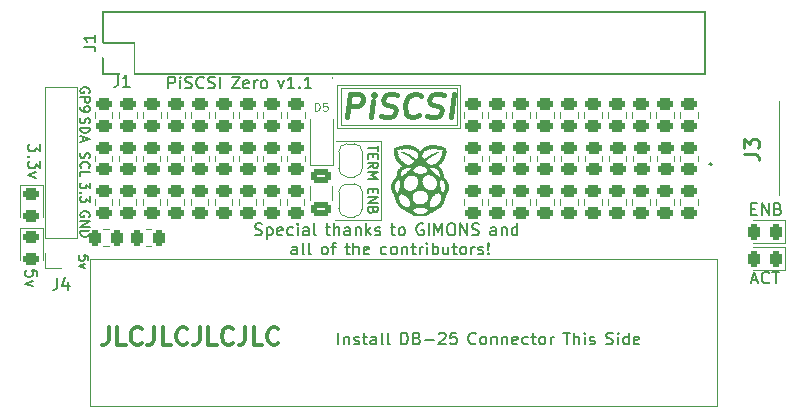
<source format=gbr>
%TF.GenerationSoftware,KiCad,Pcbnew,(7.0.0-0)*%
%TF.CreationDate,2023-02-26T21:06:09-06:00*%
%TF.ProjectId,rascsi_zero,72617363-7369-45f7-9a65-726f2e6b6963,rev?*%
%TF.SameCoordinates,PX59d60c0PY325aa00*%
%TF.FileFunction,Legend,Top*%
%TF.FilePolarity,Positive*%
%FSLAX46Y46*%
G04 Gerber Fmt 4.6, Leading zero omitted, Abs format (unit mm)*
G04 Created by KiCad (PCBNEW (7.0.0-0)) date 2023-02-26 21:06:09*
%MOMM*%
%LPD*%
G01*
G04 APERTURE LIST*
G04 Aperture macros list*
%AMRoundRect*
0 Rectangle with rounded corners*
0 $1 Rounding radius*
0 $2 $3 $4 $5 $6 $7 $8 $9 X,Y pos of 4 corners*
0 Add a 4 corners polygon primitive as box body*
4,1,4,$2,$3,$4,$5,$6,$7,$8,$9,$2,$3,0*
0 Add four circle primitives for the rounded corners*
1,1,$1+$1,$2,$3*
1,1,$1+$1,$4,$5*
1,1,$1+$1,$6,$7*
1,1,$1+$1,$8,$9*
0 Add four rect primitives between the rounded corners*
20,1,$1+$1,$2,$3,$4,$5,0*
20,1,$1+$1,$4,$5,$6,$7,0*
20,1,$1+$1,$6,$7,$8,$9,0*
20,1,$1+$1,$8,$9,$2,$3,0*%
%AMFreePoly0*
4,1,19,0.500000,-0.750000,0.000000,-0.750000,0.000000,-0.744911,-0.071157,-0.744911,-0.207708,-0.704816,-0.327430,-0.627875,-0.420627,-0.520320,-0.479746,-0.390866,-0.500000,-0.250000,-0.500000,0.250000,-0.479746,0.390866,-0.420627,0.520320,-0.327430,0.627875,-0.207708,0.704816,-0.071157,0.744911,0.000000,0.744911,0.000000,0.750000,0.500000,0.750000,0.500000,-0.750000,0.500000,-0.750000,
$1*%
%AMFreePoly1*
4,1,19,0.000000,0.744911,0.071157,0.744911,0.207708,0.704816,0.327430,0.627875,0.420627,0.520320,0.479746,0.390866,0.500000,0.250000,0.500000,-0.250000,0.479746,-0.390866,0.420627,-0.520320,0.327430,-0.627875,0.207708,-0.704816,0.071157,-0.744911,0.000000,-0.744911,0.000000,-0.750000,-0.500000,-0.750000,-0.500000,0.750000,0.000000,0.750000,0.000000,0.744911,0.000000,0.744911,
$1*%
G04 Aperture macros list end*
%ADD10C,0.120000*%
%ADD11C,0.150000*%
%ADD12C,0.300000*%
%ADD13C,0.400000*%
%ADD14C,0.100000*%
%ADD15C,0.254000*%
%ADD16C,0.010000*%
%ADD17C,0.200000*%
%ADD18RoundRect,0.243750X-0.456250X0.243750X-0.456250X-0.243750X0.456250X-0.243750X0.456250X0.243750X0*%
%ADD19RoundRect,0.243750X0.243750X0.456250X-0.243750X0.456250X-0.243750X-0.456250X0.243750X-0.456250X0*%
%ADD20R,1.700000X1.700000*%
%ADD21O,1.700000X1.700000*%
%ADD22C,2.700000*%
%ADD23RoundRect,0.250000X-0.625000X0.375000X-0.625000X-0.375000X0.625000X-0.375000X0.625000X0.375000X0*%
%ADD24RoundRect,0.250000X-0.450000X0.262500X-0.450000X-0.262500X0.450000X-0.262500X0.450000X0.262500X0*%
%ADD25RoundRect,0.250000X0.262500X0.450000X-0.262500X0.450000X-0.262500X-0.450000X0.262500X-0.450000X0*%
%ADD26R,1.100000X1.100000*%
%ADD27RoundRect,0.250000X0.450000X-0.262500X0.450000X0.262500X-0.450000X0.262500X-0.450000X-0.262500X0*%
%ADD28FreePoly0,270.000000*%
%ADD29FreePoly1,270.000000*%
%ADD30C,0.650000*%
%ADD31R,1.400000X0.400000*%
%ADD32C,2.000000*%
%ADD33C,1.545000*%
%ADD34C,4.845000*%
G04 APERTURE END LIST*
D10*
X89950000Y6826000D02*
X87283000Y6826000D01*
X110860000Y-8200000D02*
X110860000Y-1500000D01*
X107460000Y2930000D02*
X117290000Y2930000D01*
X117290000Y2930000D02*
X117290000Y-190000D01*
X117290000Y-190000D02*
X107460000Y-190000D01*
X107460000Y-190000D02*
X107460000Y2930000D01*
X88680000Y4159000D02*
X87283000Y4159000D01*
X138337000Y4159000D02*
X89950000Y4159000D01*
X87283000Y9493000D02*
X138337000Y9493000D01*
X89950000Y4159000D02*
X89950000Y6826000D01*
X107150000Y3210000D02*
X117570000Y3210000D01*
X117570000Y3210000D02*
X117570000Y-440000D01*
X117570000Y-440000D02*
X107150000Y-440000D01*
X107150000Y-440000D02*
X107150000Y3210000D01*
X110810000Y-1500000D02*
X107090000Y-1500000D01*
X87283000Y4159000D02*
X87283000Y5556000D01*
X138337000Y9493000D02*
X138337000Y4159000D01*
X106960000Y-8200000D02*
X110860000Y-8200000D01*
X106710000Y3800000D02*
X106710000Y3850000D01*
X87283000Y6826000D02*
X87283000Y9493000D01*
D11*
X85462190Y415429D02*
X85424095Y301143D01*
X85424095Y301143D02*
X85424095Y110667D01*
X85424095Y110667D02*
X85462190Y34476D01*
X85462190Y34476D02*
X85500285Y-3619D01*
X85500285Y-3619D02*
X85576476Y-41714D01*
X85576476Y-41714D02*
X85652666Y-41714D01*
X85652666Y-41714D02*
X85728857Y-3619D01*
X85728857Y-3619D02*
X85766952Y34476D01*
X85766952Y34476D02*
X85805047Y110667D01*
X85805047Y110667D02*
X85843142Y263048D01*
X85843142Y263048D02*
X85881238Y339238D01*
X85881238Y339238D02*
X85919333Y377333D01*
X85919333Y377333D02*
X85995523Y415429D01*
X85995523Y415429D02*
X86071714Y415429D01*
X86071714Y415429D02*
X86147904Y377333D01*
X86147904Y377333D02*
X86186000Y339238D01*
X86186000Y339238D02*
X86224095Y263048D01*
X86224095Y263048D02*
X86224095Y72571D01*
X86224095Y72571D02*
X86186000Y-41714D01*
X85424095Y-384572D02*
X86224095Y-384572D01*
X86224095Y-384572D02*
X86224095Y-575048D01*
X86224095Y-575048D02*
X86186000Y-689334D01*
X86186000Y-689334D02*
X86109809Y-765524D01*
X86109809Y-765524D02*
X86033619Y-803619D01*
X86033619Y-803619D02*
X85881238Y-841715D01*
X85881238Y-841715D02*
X85766952Y-841715D01*
X85766952Y-841715D02*
X85614571Y-803619D01*
X85614571Y-803619D02*
X85538380Y-765524D01*
X85538380Y-765524D02*
X85462190Y-689334D01*
X85462190Y-689334D02*
X85424095Y-575048D01*
X85424095Y-575048D02*
X85424095Y-384572D01*
X85652666Y-1146476D02*
X85652666Y-1527429D01*
X85424095Y-1070286D02*
X86224095Y-1336953D01*
X86224095Y-1336953D02*
X85424095Y-1603619D01*
X86186000Y-7947476D02*
X86224095Y-7871286D01*
X86224095Y-7871286D02*
X86224095Y-7757000D01*
X86224095Y-7757000D02*
X86186000Y-7642714D01*
X86186000Y-7642714D02*
X86109809Y-7566524D01*
X86109809Y-7566524D02*
X86033619Y-7528429D01*
X86033619Y-7528429D02*
X85881238Y-7490333D01*
X85881238Y-7490333D02*
X85766952Y-7490333D01*
X85766952Y-7490333D02*
X85614571Y-7528429D01*
X85614571Y-7528429D02*
X85538380Y-7566524D01*
X85538380Y-7566524D02*
X85462190Y-7642714D01*
X85462190Y-7642714D02*
X85424095Y-7757000D01*
X85424095Y-7757000D02*
X85424095Y-7833191D01*
X85424095Y-7833191D02*
X85462190Y-7947476D01*
X85462190Y-7947476D02*
X85500285Y-7985572D01*
X85500285Y-7985572D02*
X85766952Y-7985572D01*
X85766952Y-7985572D02*
X85766952Y-7833191D01*
X85424095Y-8328429D02*
X86224095Y-8328429D01*
X86224095Y-8328429D02*
X85424095Y-8785572D01*
X85424095Y-8785572D02*
X86224095Y-8785572D01*
X85424095Y-9166524D02*
X86224095Y-9166524D01*
X86224095Y-9166524D02*
X86224095Y-9357000D01*
X86224095Y-9357000D02*
X86186000Y-9471286D01*
X86186000Y-9471286D02*
X86109809Y-9547476D01*
X86109809Y-9547476D02*
X86033619Y-9585571D01*
X86033619Y-9585571D02*
X85881238Y-9623667D01*
X85881238Y-9623667D02*
X85766952Y-9623667D01*
X85766952Y-9623667D02*
X85614571Y-9585571D01*
X85614571Y-9585571D02*
X85538380Y-9547476D01*
X85538380Y-9547476D02*
X85462190Y-9471286D01*
X85462190Y-9471286D02*
X85424095Y-9357000D01*
X85424095Y-9357000D02*
X85424095Y-9166524D01*
X142270952Y-13301666D02*
X142747142Y-13301666D01*
X142175714Y-13587380D02*
X142509047Y-12587380D01*
X142509047Y-12587380D02*
X142842380Y-13587380D01*
X143747142Y-13492142D02*
X143699523Y-13539761D01*
X143699523Y-13539761D02*
X143556666Y-13587380D01*
X143556666Y-13587380D02*
X143461428Y-13587380D01*
X143461428Y-13587380D02*
X143318571Y-13539761D01*
X143318571Y-13539761D02*
X143223333Y-13444523D01*
X143223333Y-13444523D02*
X143175714Y-13349285D01*
X143175714Y-13349285D02*
X143128095Y-13158809D01*
X143128095Y-13158809D02*
X143128095Y-13015952D01*
X143128095Y-13015952D02*
X143175714Y-12825476D01*
X143175714Y-12825476D02*
X143223333Y-12730238D01*
X143223333Y-12730238D02*
X143318571Y-12635000D01*
X143318571Y-12635000D02*
X143461428Y-12587380D01*
X143461428Y-12587380D02*
X143556666Y-12587380D01*
X143556666Y-12587380D02*
X143699523Y-12635000D01*
X143699523Y-12635000D02*
X143747142Y-12682619D01*
X144032857Y-12587380D02*
X144604285Y-12587380D01*
X144318571Y-13587380D02*
X144318571Y-12587380D01*
X142231905Y-7253571D02*
X142565238Y-7253571D01*
X142708095Y-7777380D02*
X142231905Y-7777380D01*
X142231905Y-7777380D02*
X142231905Y-6777380D01*
X142231905Y-6777380D02*
X142708095Y-6777380D01*
X143136667Y-7777380D02*
X143136667Y-6777380D01*
X143136667Y-6777380D02*
X143708095Y-7777380D01*
X143708095Y-7777380D02*
X143708095Y-6777380D01*
X144517619Y-7253571D02*
X144660476Y-7301190D01*
X144660476Y-7301190D02*
X144708095Y-7348809D01*
X144708095Y-7348809D02*
X144755714Y-7444047D01*
X144755714Y-7444047D02*
X144755714Y-7586904D01*
X144755714Y-7586904D02*
X144708095Y-7682142D01*
X144708095Y-7682142D02*
X144660476Y-7729761D01*
X144660476Y-7729761D02*
X144565238Y-7777380D01*
X144565238Y-7777380D02*
X144184286Y-7777380D01*
X144184286Y-7777380D02*
X144184286Y-6777380D01*
X144184286Y-6777380D02*
X144517619Y-6777380D01*
X144517619Y-6777380D02*
X144612857Y-6825000D01*
X144612857Y-6825000D02*
X144660476Y-6872619D01*
X144660476Y-6872619D02*
X144708095Y-6967857D01*
X144708095Y-6967857D02*
X144708095Y-7063095D01*
X144708095Y-7063095D02*
X144660476Y-7158333D01*
X144660476Y-7158333D02*
X144612857Y-7205952D01*
X144612857Y-7205952D02*
X144517619Y-7253571D01*
X144517619Y-7253571D02*
X144184286Y-7253571D01*
X81778619Y-12986142D02*
X81778619Y-12509952D01*
X81778619Y-12509952D02*
X81302428Y-12462333D01*
X81302428Y-12462333D02*
X81350047Y-12509952D01*
X81350047Y-12509952D02*
X81397666Y-12605190D01*
X81397666Y-12605190D02*
X81397666Y-12843285D01*
X81397666Y-12843285D02*
X81350047Y-12938523D01*
X81350047Y-12938523D02*
X81302428Y-12986142D01*
X81302428Y-12986142D02*
X81207190Y-13033761D01*
X81207190Y-13033761D02*
X80969095Y-13033761D01*
X80969095Y-13033761D02*
X80873857Y-12986142D01*
X80873857Y-12986142D02*
X80826238Y-12938523D01*
X80826238Y-12938523D02*
X80778619Y-12843285D01*
X80778619Y-12843285D02*
X80778619Y-12605190D01*
X80778619Y-12605190D02*
X80826238Y-12509952D01*
X80826238Y-12509952D02*
X80873857Y-12462333D01*
X81445285Y-13367095D02*
X80778619Y-13605190D01*
X80778619Y-13605190D02*
X81445285Y-13843285D01*
X92881429Y2932620D02*
X92881429Y3932620D01*
X92881429Y3932620D02*
X93262381Y3932620D01*
X93262381Y3932620D02*
X93357619Y3885000D01*
X93357619Y3885000D02*
X93405238Y3837381D01*
X93405238Y3837381D02*
X93452857Y3742143D01*
X93452857Y3742143D02*
X93452857Y3599286D01*
X93452857Y3599286D02*
X93405238Y3504048D01*
X93405238Y3504048D02*
X93357619Y3456429D01*
X93357619Y3456429D02*
X93262381Y3408810D01*
X93262381Y3408810D02*
X92881429Y3408810D01*
X93881429Y2932620D02*
X93881429Y3599286D01*
X93881429Y3932620D02*
X93833810Y3885000D01*
X93833810Y3885000D02*
X93881429Y3837381D01*
X93881429Y3837381D02*
X93929048Y3885000D01*
X93929048Y3885000D02*
X93881429Y3932620D01*
X93881429Y3932620D02*
X93881429Y3837381D01*
X94310000Y2980239D02*
X94452857Y2932620D01*
X94452857Y2932620D02*
X94690952Y2932620D01*
X94690952Y2932620D02*
X94786190Y2980239D01*
X94786190Y2980239D02*
X94833809Y3027858D01*
X94833809Y3027858D02*
X94881428Y3123096D01*
X94881428Y3123096D02*
X94881428Y3218334D01*
X94881428Y3218334D02*
X94833809Y3313572D01*
X94833809Y3313572D02*
X94786190Y3361191D01*
X94786190Y3361191D02*
X94690952Y3408810D01*
X94690952Y3408810D02*
X94500476Y3456429D01*
X94500476Y3456429D02*
X94405238Y3504048D01*
X94405238Y3504048D02*
X94357619Y3551667D01*
X94357619Y3551667D02*
X94310000Y3646905D01*
X94310000Y3646905D02*
X94310000Y3742143D01*
X94310000Y3742143D02*
X94357619Y3837381D01*
X94357619Y3837381D02*
X94405238Y3885000D01*
X94405238Y3885000D02*
X94500476Y3932620D01*
X94500476Y3932620D02*
X94738571Y3932620D01*
X94738571Y3932620D02*
X94881428Y3885000D01*
X95881428Y3027858D02*
X95833809Y2980239D01*
X95833809Y2980239D02*
X95690952Y2932620D01*
X95690952Y2932620D02*
X95595714Y2932620D01*
X95595714Y2932620D02*
X95452857Y2980239D01*
X95452857Y2980239D02*
X95357619Y3075477D01*
X95357619Y3075477D02*
X95310000Y3170715D01*
X95310000Y3170715D02*
X95262381Y3361191D01*
X95262381Y3361191D02*
X95262381Y3504048D01*
X95262381Y3504048D02*
X95310000Y3694524D01*
X95310000Y3694524D02*
X95357619Y3789762D01*
X95357619Y3789762D02*
X95452857Y3885000D01*
X95452857Y3885000D02*
X95595714Y3932620D01*
X95595714Y3932620D02*
X95690952Y3932620D01*
X95690952Y3932620D02*
X95833809Y3885000D01*
X95833809Y3885000D02*
X95881428Y3837381D01*
X96262381Y2980239D02*
X96405238Y2932620D01*
X96405238Y2932620D02*
X96643333Y2932620D01*
X96643333Y2932620D02*
X96738571Y2980239D01*
X96738571Y2980239D02*
X96786190Y3027858D01*
X96786190Y3027858D02*
X96833809Y3123096D01*
X96833809Y3123096D02*
X96833809Y3218334D01*
X96833809Y3218334D02*
X96786190Y3313572D01*
X96786190Y3313572D02*
X96738571Y3361191D01*
X96738571Y3361191D02*
X96643333Y3408810D01*
X96643333Y3408810D02*
X96452857Y3456429D01*
X96452857Y3456429D02*
X96357619Y3504048D01*
X96357619Y3504048D02*
X96310000Y3551667D01*
X96310000Y3551667D02*
X96262381Y3646905D01*
X96262381Y3646905D02*
X96262381Y3742143D01*
X96262381Y3742143D02*
X96310000Y3837381D01*
X96310000Y3837381D02*
X96357619Y3885000D01*
X96357619Y3885000D02*
X96452857Y3932620D01*
X96452857Y3932620D02*
X96690952Y3932620D01*
X96690952Y3932620D02*
X96833809Y3885000D01*
X97262381Y2932620D02*
X97262381Y3932620D01*
X98243333Y3932620D02*
X98909999Y3932620D01*
X98909999Y3932620D02*
X98243333Y2932620D01*
X98243333Y2932620D02*
X98909999Y2932620D01*
X99671904Y2980239D02*
X99576666Y2932620D01*
X99576666Y2932620D02*
X99386190Y2932620D01*
X99386190Y2932620D02*
X99290952Y2980239D01*
X99290952Y2980239D02*
X99243333Y3075477D01*
X99243333Y3075477D02*
X99243333Y3456429D01*
X99243333Y3456429D02*
X99290952Y3551667D01*
X99290952Y3551667D02*
X99386190Y3599286D01*
X99386190Y3599286D02*
X99576666Y3599286D01*
X99576666Y3599286D02*
X99671904Y3551667D01*
X99671904Y3551667D02*
X99719523Y3456429D01*
X99719523Y3456429D02*
X99719523Y3361191D01*
X99719523Y3361191D02*
X99243333Y3265953D01*
X100148095Y2932620D02*
X100148095Y3599286D01*
X100148095Y3408810D02*
X100195714Y3504048D01*
X100195714Y3504048D02*
X100243333Y3551667D01*
X100243333Y3551667D02*
X100338571Y3599286D01*
X100338571Y3599286D02*
X100433809Y3599286D01*
X100910000Y2932620D02*
X100814762Y2980239D01*
X100814762Y2980239D02*
X100767143Y3027858D01*
X100767143Y3027858D02*
X100719524Y3123096D01*
X100719524Y3123096D02*
X100719524Y3408810D01*
X100719524Y3408810D02*
X100767143Y3504048D01*
X100767143Y3504048D02*
X100814762Y3551667D01*
X100814762Y3551667D02*
X100910000Y3599286D01*
X100910000Y3599286D02*
X101052857Y3599286D01*
X101052857Y3599286D02*
X101148095Y3551667D01*
X101148095Y3551667D02*
X101195714Y3504048D01*
X101195714Y3504048D02*
X101243333Y3408810D01*
X101243333Y3408810D02*
X101243333Y3123096D01*
X101243333Y3123096D02*
X101195714Y3027858D01*
X101195714Y3027858D02*
X101148095Y2980239D01*
X101148095Y2980239D02*
X101052857Y2932620D01*
X101052857Y2932620D02*
X100910000Y2932620D01*
X102176667Y3599286D02*
X102414762Y2932620D01*
X102414762Y2932620D02*
X102652857Y3599286D01*
X103557619Y2932620D02*
X102986191Y2932620D01*
X103271905Y2932620D02*
X103271905Y3932620D01*
X103271905Y3932620D02*
X103176667Y3789762D01*
X103176667Y3789762D02*
X103081429Y3694524D01*
X103081429Y3694524D02*
X102986191Y3646905D01*
X103986191Y3027858D02*
X104033810Y2980239D01*
X104033810Y2980239D02*
X103986191Y2932620D01*
X103986191Y2932620D02*
X103938572Y2980239D01*
X103938572Y2980239D02*
X103986191Y3027858D01*
X103986191Y3027858D02*
X103986191Y2932620D01*
X104986190Y2932620D02*
X104414762Y2932620D01*
X104700476Y2932620D02*
X104700476Y3932620D01*
X104700476Y3932620D02*
X104605238Y3789762D01*
X104605238Y3789762D02*
X104510000Y3694524D01*
X104510000Y3694524D02*
X104414762Y3646905D01*
X110616095Y-1931428D02*
X110616095Y-2388571D01*
X109816095Y-2159999D02*
X110616095Y-2159999D01*
X110235142Y-2655238D02*
X110235142Y-2921904D01*
X109816095Y-3036190D02*
X109816095Y-2655238D01*
X109816095Y-2655238D02*
X110616095Y-2655238D01*
X110616095Y-2655238D02*
X110616095Y-3036190D01*
X109816095Y-3836191D02*
X110197047Y-3569524D01*
X109816095Y-3379048D02*
X110616095Y-3379048D01*
X110616095Y-3379048D02*
X110616095Y-3683810D01*
X110616095Y-3683810D02*
X110578000Y-3760000D01*
X110578000Y-3760000D02*
X110539904Y-3798095D01*
X110539904Y-3798095D02*
X110463714Y-3836191D01*
X110463714Y-3836191D02*
X110349428Y-3836191D01*
X110349428Y-3836191D02*
X110273238Y-3798095D01*
X110273238Y-3798095D02*
X110235142Y-3760000D01*
X110235142Y-3760000D02*
X110197047Y-3683810D01*
X110197047Y-3683810D02*
X110197047Y-3379048D01*
X109816095Y-4179048D02*
X110616095Y-4179048D01*
X110616095Y-4179048D02*
X110044666Y-4445714D01*
X110044666Y-4445714D02*
X110616095Y-4712381D01*
X110616095Y-4712381D02*
X109816095Y-4712381D01*
X110235142Y-5573334D02*
X110235142Y-5840000D01*
X109816095Y-5954286D02*
X109816095Y-5573334D01*
X109816095Y-5573334D02*
X110616095Y-5573334D01*
X110616095Y-5573334D02*
X110616095Y-5954286D01*
X109816095Y-6297144D02*
X110616095Y-6297144D01*
X110616095Y-6297144D02*
X109816095Y-6754287D01*
X109816095Y-6754287D02*
X110616095Y-6754287D01*
X110235142Y-7401905D02*
X110197047Y-7516191D01*
X110197047Y-7516191D02*
X110158952Y-7554286D01*
X110158952Y-7554286D02*
X110082761Y-7592382D01*
X110082761Y-7592382D02*
X109968476Y-7592382D01*
X109968476Y-7592382D02*
X109892285Y-7554286D01*
X109892285Y-7554286D02*
X109854190Y-7516191D01*
X109854190Y-7516191D02*
X109816095Y-7440001D01*
X109816095Y-7440001D02*
X109816095Y-7135239D01*
X109816095Y-7135239D02*
X110616095Y-7135239D01*
X110616095Y-7135239D02*
X110616095Y-7401905D01*
X110616095Y-7401905D02*
X110578000Y-7478096D01*
X110578000Y-7478096D02*
X110539904Y-7516191D01*
X110539904Y-7516191D02*
X110463714Y-7554286D01*
X110463714Y-7554286D02*
X110387523Y-7554286D01*
X110387523Y-7554286D02*
X110311333Y-7516191D01*
X110311333Y-7516191D02*
X110273238Y-7478096D01*
X110273238Y-7478096D02*
X110235142Y-7401905D01*
X110235142Y-7401905D02*
X110235142Y-7135239D01*
X86186000Y2555429D02*
X86224095Y2631619D01*
X86224095Y2631619D02*
X86224095Y2745905D01*
X86224095Y2745905D02*
X86186000Y2860191D01*
X86186000Y2860191D02*
X86109809Y2936381D01*
X86109809Y2936381D02*
X86033619Y2974476D01*
X86033619Y2974476D02*
X85881238Y3012572D01*
X85881238Y3012572D02*
X85766952Y3012572D01*
X85766952Y3012572D02*
X85614571Y2974476D01*
X85614571Y2974476D02*
X85538380Y2936381D01*
X85538380Y2936381D02*
X85462190Y2860191D01*
X85462190Y2860191D02*
X85424095Y2745905D01*
X85424095Y2745905D02*
X85424095Y2669714D01*
X85424095Y2669714D02*
X85462190Y2555429D01*
X85462190Y2555429D02*
X85500285Y2517333D01*
X85500285Y2517333D02*
X85766952Y2517333D01*
X85766952Y2517333D02*
X85766952Y2669714D01*
X85424095Y2174476D02*
X86224095Y2174476D01*
X86224095Y2174476D02*
X86224095Y1869714D01*
X86224095Y1869714D02*
X86186000Y1793524D01*
X86186000Y1793524D02*
X86147904Y1755429D01*
X86147904Y1755429D02*
X86071714Y1717333D01*
X86071714Y1717333D02*
X85957428Y1717333D01*
X85957428Y1717333D02*
X85881238Y1755429D01*
X85881238Y1755429D02*
X85843142Y1793524D01*
X85843142Y1793524D02*
X85805047Y1869714D01*
X85805047Y1869714D02*
X85805047Y2174476D01*
X85424095Y1336381D02*
X85424095Y1184000D01*
X85424095Y1184000D02*
X85462190Y1107810D01*
X85462190Y1107810D02*
X85500285Y1069714D01*
X85500285Y1069714D02*
X85614571Y993524D01*
X85614571Y993524D02*
X85766952Y955429D01*
X85766952Y955429D02*
X86071714Y955429D01*
X86071714Y955429D02*
X86147904Y993524D01*
X86147904Y993524D02*
X86186000Y1031619D01*
X86186000Y1031619D02*
X86224095Y1107810D01*
X86224095Y1107810D02*
X86224095Y1260191D01*
X86224095Y1260191D02*
X86186000Y1336381D01*
X86186000Y1336381D02*
X86147904Y1374476D01*
X86147904Y1374476D02*
X86071714Y1412572D01*
X86071714Y1412572D02*
X85881238Y1412572D01*
X85881238Y1412572D02*
X85805047Y1374476D01*
X85805047Y1374476D02*
X85766952Y1336381D01*
X85766952Y1336381D02*
X85728857Y1260191D01*
X85728857Y1260191D02*
X85728857Y1107810D01*
X85728857Y1107810D02*
X85766952Y1031619D01*
X85766952Y1031619D02*
X85805047Y993524D01*
X85805047Y993524D02*
X85881238Y955429D01*
D12*
X87831428Y-17301071D02*
X87831428Y-18372500D01*
X87831428Y-18372500D02*
X87759999Y-18586785D01*
X87759999Y-18586785D02*
X87617142Y-18729642D01*
X87617142Y-18729642D02*
X87402856Y-18801071D01*
X87402856Y-18801071D02*
X87259999Y-18801071D01*
X89259999Y-18801071D02*
X88545713Y-18801071D01*
X88545713Y-18801071D02*
X88545713Y-17301071D01*
X90617142Y-18658214D02*
X90545714Y-18729642D01*
X90545714Y-18729642D02*
X90331428Y-18801071D01*
X90331428Y-18801071D02*
X90188571Y-18801071D01*
X90188571Y-18801071D02*
X89974285Y-18729642D01*
X89974285Y-18729642D02*
X89831428Y-18586785D01*
X89831428Y-18586785D02*
X89759999Y-18443928D01*
X89759999Y-18443928D02*
X89688571Y-18158214D01*
X89688571Y-18158214D02*
X89688571Y-17943928D01*
X89688571Y-17943928D02*
X89759999Y-17658214D01*
X89759999Y-17658214D02*
X89831428Y-17515357D01*
X89831428Y-17515357D02*
X89974285Y-17372500D01*
X89974285Y-17372500D02*
X90188571Y-17301071D01*
X90188571Y-17301071D02*
X90331428Y-17301071D01*
X90331428Y-17301071D02*
X90545714Y-17372500D01*
X90545714Y-17372500D02*
X90617142Y-17443928D01*
X91688571Y-17301071D02*
X91688571Y-18372500D01*
X91688571Y-18372500D02*
X91617142Y-18586785D01*
X91617142Y-18586785D02*
X91474285Y-18729642D01*
X91474285Y-18729642D02*
X91259999Y-18801071D01*
X91259999Y-18801071D02*
X91117142Y-18801071D01*
X93117142Y-18801071D02*
X92402856Y-18801071D01*
X92402856Y-18801071D02*
X92402856Y-17301071D01*
X94474285Y-18658214D02*
X94402857Y-18729642D01*
X94402857Y-18729642D02*
X94188571Y-18801071D01*
X94188571Y-18801071D02*
X94045714Y-18801071D01*
X94045714Y-18801071D02*
X93831428Y-18729642D01*
X93831428Y-18729642D02*
X93688571Y-18586785D01*
X93688571Y-18586785D02*
X93617142Y-18443928D01*
X93617142Y-18443928D02*
X93545714Y-18158214D01*
X93545714Y-18158214D02*
X93545714Y-17943928D01*
X93545714Y-17943928D02*
X93617142Y-17658214D01*
X93617142Y-17658214D02*
X93688571Y-17515357D01*
X93688571Y-17515357D02*
X93831428Y-17372500D01*
X93831428Y-17372500D02*
X94045714Y-17301071D01*
X94045714Y-17301071D02*
X94188571Y-17301071D01*
X94188571Y-17301071D02*
X94402857Y-17372500D01*
X94402857Y-17372500D02*
X94474285Y-17443928D01*
X95545714Y-17301071D02*
X95545714Y-18372500D01*
X95545714Y-18372500D02*
X95474285Y-18586785D01*
X95474285Y-18586785D02*
X95331428Y-18729642D01*
X95331428Y-18729642D02*
X95117142Y-18801071D01*
X95117142Y-18801071D02*
X94974285Y-18801071D01*
X96974285Y-18801071D02*
X96259999Y-18801071D01*
X96259999Y-18801071D02*
X96259999Y-17301071D01*
X98331428Y-18658214D02*
X98260000Y-18729642D01*
X98260000Y-18729642D02*
X98045714Y-18801071D01*
X98045714Y-18801071D02*
X97902857Y-18801071D01*
X97902857Y-18801071D02*
X97688571Y-18729642D01*
X97688571Y-18729642D02*
X97545714Y-18586785D01*
X97545714Y-18586785D02*
X97474285Y-18443928D01*
X97474285Y-18443928D02*
X97402857Y-18158214D01*
X97402857Y-18158214D02*
X97402857Y-17943928D01*
X97402857Y-17943928D02*
X97474285Y-17658214D01*
X97474285Y-17658214D02*
X97545714Y-17515357D01*
X97545714Y-17515357D02*
X97688571Y-17372500D01*
X97688571Y-17372500D02*
X97902857Y-17301071D01*
X97902857Y-17301071D02*
X98045714Y-17301071D01*
X98045714Y-17301071D02*
X98260000Y-17372500D01*
X98260000Y-17372500D02*
X98331428Y-17443928D01*
X99402857Y-17301071D02*
X99402857Y-18372500D01*
X99402857Y-18372500D02*
X99331428Y-18586785D01*
X99331428Y-18586785D02*
X99188571Y-18729642D01*
X99188571Y-18729642D02*
X98974285Y-18801071D01*
X98974285Y-18801071D02*
X98831428Y-18801071D01*
X100831428Y-18801071D02*
X100117142Y-18801071D01*
X100117142Y-18801071D02*
X100117142Y-17301071D01*
X102188571Y-18658214D02*
X102117143Y-18729642D01*
X102117143Y-18729642D02*
X101902857Y-18801071D01*
X101902857Y-18801071D02*
X101760000Y-18801071D01*
X101760000Y-18801071D02*
X101545714Y-18729642D01*
X101545714Y-18729642D02*
X101402857Y-18586785D01*
X101402857Y-18586785D02*
X101331428Y-18443928D01*
X101331428Y-18443928D02*
X101260000Y-18158214D01*
X101260000Y-18158214D02*
X101260000Y-17943928D01*
X101260000Y-17943928D02*
X101331428Y-17658214D01*
X101331428Y-17658214D02*
X101402857Y-17515357D01*
X101402857Y-17515357D02*
X101545714Y-17372500D01*
X101545714Y-17372500D02*
X101760000Y-17301071D01*
X101760000Y-17301071D02*
X101902857Y-17301071D01*
X101902857Y-17301071D02*
X102117143Y-17372500D01*
X102117143Y-17372500D02*
X102188571Y-17443928D01*
D11*
X100231428Y-9459761D02*
X100374285Y-9507380D01*
X100374285Y-9507380D02*
X100612380Y-9507380D01*
X100612380Y-9507380D02*
X100707618Y-9459761D01*
X100707618Y-9459761D02*
X100755237Y-9412142D01*
X100755237Y-9412142D02*
X100802856Y-9316904D01*
X100802856Y-9316904D02*
X100802856Y-9221666D01*
X100802856Y-9221666D02*
X100755237Y-9126428D01*
X100755237Y-9126428D02*
X100707618Y-9078809D01*
X100707618Y-9078809D02*
X100612380Y-9031190D01*
X100612380Y-9031190D02*
X100421904Y-8983571D01*
X100421904Y-8983571D02*
X100326666Y-8935952D01*
X100326666Y-8935952D02*
X100279047Y-8888333D01*
X100279047Y-8888333D02*
X100231428Y-8793095D01*
X100231428Y-8793095D02*
X100231428Y-8697857D01*
X100231428Y-8697857D02*
X100279047Y-8602619D01*
X100279047Y-8602619D02*
X100326666Y-8555000D01*
X100326666Y-8555000D02*
X100421904Y-8507380D01*
X100421904Y-8507380D02*
X100659999Y-8507380D01*
X100659999Y-8507380D02*
X100802856Y-8555000D01*
X101231428Y-8840714D02*
X101231428Y-9840714D01*
X101231428Y-8888333D02*
X101326666Y-8840714D01*
X101326666Y-8840714D02*
X101517142Y-8840714D01*
X101517142Y-8840714D02*
X101612380Y-8888333D01*
X101612380Y-8888333D02*
X101659999Y-8935952D01*
X101659999Y-8935952D02*
X101707618Y-9031190D01*
X101707618Y-9031190D02*
X101707618Y-9316904D01*
X101707618Y-9316904D02*
X101659999Y-9412142D01*
X101659999Y-9412142D02*
X101612380Y-9459761D01*
X101612380Y-9459761D02*
X101517142Y-9507380D01*
X101517142Y-9507380D02*
X101326666Y-9507380D01*
X101326666Y-9507380D02*
X101231428Y-9459761D01*
X102517142Y-9459761D02*
X102421904Y-9507380D01*
X102421904Y-9507380D02*
X102231428Y-9507380D01*
X102231428Y-9507380D02*
X102136190Y-9459761D01*
X102136190Y-9459761D02*
X102088571Y-9364523D01*
X102088571Y-9364523D02*
X102088571Y-8983571D01*
X102088571Y-8983571D02*
X102136190Y-8888333D01*
X102136190Y-8888333D02*
X102231428Y-8840714D01*
X102231428Y-8840714D02*
X102421904Y-8840714D01*
X102421904Y-8840714D02*
X102517142Y-8888333D01*
X102517142Y-8888333D02*
X102564761Y-8983571D01*
X102564761Y-8983571D02*
X102564761Y-9078809D01*
X102564761Y-9078809D02*
X102088571Y-9174047D01*
X103421904Y-9459761D02*
X103326666Y-9507380D01*
X103326666Y-9507380D02*
X103136190Y-9507380D01*
X103136190Y-9507380D02*
X103040952Y-9459761D01*
X103040952Y-9459761D02*
X102993333Y-9412142D01*
X102993333Y-9412142D02*
X102945714Y-9316904D01*
X102945714Y-9316904D02*
X102945714Y-9031190D01*
X102945714Y-9031190D02*
X102993333Y-8935952D01*
X102993333Y-8935952D02*
X103040952Y-8888333D01*
X103040952Y-8888333D02*
X103136190Y-8840714D01*
X103136190Y-8840714D02*
X103326666Y-8840714D01*
X103326666Y-8840714D02*
X103421904Y-8888333D01*
X103850476Y-9507380D02*
X103850476Y-8840714D01*
X103850476Y-8507380D02*
X103802857Y-8555000D01*
X103802857Y-8555000D02*
X103850476Y-8602619D01*
X103850476Y-8602619D02*
X103898095Y-8555000D01*
X103898095Y-8555000D02*
X103850476Y-8507380D01*
X103850476Y-8507380D02*
X103850476Y-8602619D01*
X104755237Y-9507380D02*
X104755237Y-8983571D01*
X104755237Y-8983571D02*
X104707618Y-8888333D01*
X104707618Y-8888333D02*
X104612380Y-8840714D01*
X104612380Y-8840714D02*
X104421904Y-8840714D01*
X104421904Y-8840714D02*
X104326666Y-8888333D01*
X104755237Y-9459761D02*
X104659999Y-9507380D01*
X104659999Y-9507380D02*
X104421904Y-9507380D01*
X104421904Y-9507380D02*
X104326666Y-9459761D01*
X104326666Y-9459761D02*
X104279047Y-9364523D01*
X104279047Y-9364523D02*
X104279047Y-9269285D01*
X104279047Y-9269285D02*
X104326666Y-9174047D01*
X104326666Y-9174047D02*
X104421904Y-9126428D01*
X104421904Y-9126428D02*
X104659999Y-9126428D01*
X104659999Y-9126428D02*
X104755237Y-9078809D01*
X105374285Y-9507380D02*
X105279047Y-9459761D01*
X105279047Y-9459761D02*
X105231428Y-9364523D01*
X105231428Y-9364523D02*
X105231428Y-8507380D01*
X106212381Y-8840714D02*
X106593333Y-8840714D01*
X106355238Y-8507380D02*
X106355238Y-9364523D01*
X106355238Y-9364523D02*
X106402857Y-9459761D01*
X106402857Y-9459761D02*
X106498095Y-9507380D01*
X106498095Y-9507380D02*
X106593333Y-9507380D01*
X106926667Y-9507380D02*
X106926667Y-8507380D01*
X107355238Y-9507380D02*
X107355238Y-8983571D01*
X107355238Y-8983571D02*
X107307619Y-8888333D01*
X107307619Y-8888333D02*
X107212381Y-8840714D01*
X107212381Y-8840714D02*
X107069524Y-8840714D01*
X107069524Y-8840714D02*
X106974286Y-8888333D01*
X106974286Y-8888333D02*
X106926667Y-8935952D01*
X108260000Y-9507380D02*
X108260000Y-8983571D01*
X108260000Y-8983571D02*
X108212381Y-8888333D01*
X108212381Y-8888333D02*
X108117143Y-8840714D01*
X108117143Y-8840714D02*
X107926667Y-8840714D01*
X107926667Y-8840714D02*
X107831429Y-8888333D01*
X108260000Y-9459761D02*
X108164762Y-9507380D01*
X108164762Y-9507380D02*
X107926667Y-9507380D01*
X107926667Y-9507380D02*
X107831429Y-9459761D01*
X107831429Y-9459761D02*
X107783810Y-9364523D01*
X107783810Y-9364523D02*
X107783810Y-9269285D01*
X107783810Y-9269285D02*
X107831429Y-9174047D01*
X107831429Y-9174047D02*
X107926667Y-9126428D01*
X107926667Y-9126428D02*
X108164762Y-9126428D01*
X108164762Y-9126428D02*
X108260000Y-9078809D01*
X108736191Y-8840714D02*
X108736191Y-9507380D01*
X108736191Y-8935952D02*
X108783810Y-8888333D01*
X108783810Y-8888333D02*
X108879048Y-8840714D01*
X108879048Y-8840714D02*
X109021905Y-8840714D01*
X109021905Y-8840714D02*
X109117143Y-8888333D01*
X109117143Y-8888333D02*
X109164762Y-8983571D01*
X109164762Y-8983571D02*
X109164762Y-9507380D01*
X109640953Y-9507380D02*
X109640953Y-8507380D01*
X109736191Y-9126428D02*
X110021905Y-9507380D01*
X110021905Y-8840714D02*
X109640953Y-9221666D01*
X110402858Y-9459761D02*
X110498096Y-9507380D01*
X110498096Y-9507380D02*
X110688572Y-9507380D01*
X110688572Y-9507380D02*
X110783810Y-9459761D01*
X110783810Y-9459761D02*
X110831429Y-9364523D01*
X110831429Y-9364523D02*
X110831429Y-9316904D01*
X110831429Y-9316904D02*
X110783810Y-9221666D01*
X110783810Y-9221666D02*
X110688572Y-9174047D01*
X110688572Y-9174047D02*
X110545715Y-9174047D01*
X110545715Y-9174047D02*
X110450477Y-9126428D01*
X110450477Y-9126428D02*
X110402858Y-9031190D01*
X110402858Y-9031190D02*
X110402858Y-8983571D01*
X110402858Y-8983571D02*
X110450477Y-8888333D01*
X110450477Y-8888333D02*
X110545715Y-8840714D01*
X110545715Y-8840714D02*
X110688572Y-8840714D01*
X110688572Y-8840714D02*
X110783810Y-8888333D01*
X111717144Y-8840714D02*
X112098096Y-8840714D01*
X111860001Y-8507380D02*
X111860001Y-9364523D01*
X111860001Y-9364523D02*
X111907620Y-9459761D01*
X111907620Y-9459761D02*
X112002858Y-9507380D01*
X112002858Y-9507380D02*
X112098096Y-9507380D01*
X112574287Y-9507380D02*
X112479049Y-9459761D01*
X112479049Y-9459761D02*
X112431430Y-9412142D01*
X112431430Y-9412142D02*
X112383811Y-9316904D01*
X112383811Y-9316904D02*
X112383811Y-9031190D01*
X112383811Y-9031190D02*
X112431430Y-8935952D01*
X112431430Y-8935952D02*
X112479049Y-8888333D01*
X112479049Y-8888333D02*
X112574287Y-8840714D01*
X112574287Y-8840714D02*
X112717144Y-8840714D01*
X112717144Y-8840714D02*
X112812382Y-8888333D01*
X112812382Y-8888333D02*
X112860001Y-8935952D01*
X112860001Y-8935952D02*
X112907620Y-9031190D01*
X112907620Y-9031190D02*
X112907620Y-9316904D01*
X112907620Y-9316904D02*
X112860001Y-9412142D01*
X112860001Y-9412142D02*
X112812382Y-9459761D01*
X112812382Y-9459761D02*
X112717144Y-9507380D01*
X112717144Y-9507380D02*
X112574287Y-9507380D01*
X114460001Y-8555000D02*
X114364763Y-8507380D01*
X114364763Y-8507380D02*
X114221906Y-8507380D01*
X114221906Y-8507380D02*
X114079049Y-8555000D01*
X114079049Y-8555000D02*
X113983811Y-8650238D01*
X113983811Y-8650238D02*
X113936192Y-8745476D01*
X113936192Y-8745476D02*
X113888573Y-8935952D01*
X113888573Y-8935952D02*
X113888573Y-9078809D01*
X113888573Y-9078809D02*
X113936192Y-9269285D01*
X113936192Y-9269285D02*
X113983811Y-9364523D01*
X113983811Y-9364523D02*
X114079049Y-9459761D01*
X114079049Y-9459761D02*
X114221906Y-9507380D01*
X114221906Y-9507380D02*
X114317144Y-9507380D01*
X114317144Y-9507380D02*
X114460001Y-9459761D01*
X114460001Y-9459761D02*
X114507620Y-9412142D01*
X114507620Y-9412142D02*
X114507620Y-9078809D01*
X114507620Y-9078809D02*
X114317144Y-9078809D01*
X114936192Y-9507380D02*
X114936192Y-8507380D01*
X115412382Y-9507380D02*
X115412382Y-8507380D01*
X115412382Y-8507380D02*
X115745715Y-9221666D01*
X115745715Y-9221666D02*
X116079048Y-8507380D01*
X116079048Y-8507380D02*
X116079048Y-9507380D01*
X116745715Y-8507380D02*
X116936191Y-8507380D01*
X116936191Y-8507380D02*
X117031429Y-8555000D01*
X117031429Y-8555000D02*
X117126667Y-8650238D01*
X117126667Y-8650238D02*
X117174286Y-8840714D01*
X117174286Y-8840714D02*
X117174286Y-9174047D01*
X117174286Y-9174047D02*
X117126667Y-9364523D01*
X117126667Y-9364523D02*
X117031429Y-9459761D01*
X117031429Y-9459761D02*
X116936191Y-9507380D01*
X116936191Y-9507380D02*
X116745715Y-9507380D01*
X116745715Y-9507380D02*
X116650477Y-9459761D01*
X116650477Y-9459761D02*
X116555239Y-9364523D01*
X116555239Y-9364523D02*
X116507620Y-9174047D01*
X116507620Y-9174047D02*
X116507620Y-8840714D01*
X116507620Y-8840714D02*
X116555239Y-8650238D01*
X116555239Y-8650238D02*
X116650477Y-8555000D01*
X116650477Y-8555000D02*
X116745715Y-8507380D01*
X117602858Y-9507380D02*
X117602858Y-8507380D01*
X117602858Y-8507380D02*
X118174286Y-9507380D01*
X118174286Y-9507380D02*
X118174286Y-8507380D01*
X118602858Y-9459761D02*
X118745715Y-9507380D01*
X118745715Y-9507380D02*
X118983810Y-9507380D01*
X118983810Y-9507380D02*
X119079048Y-9459761D01*
X119079048Y-9459761D02*
X119126667Y-9412142D01*
X119126667Y-9412142D02*
X119174286Y-9316904D01*
X119174286Y-9316904D02*
X119174286Y-9221666D01*
X119174286Y-9221666D02*
X119126667Y-9126428D01*
X119126667Y-9126428D02*
X119079048Y-9078809D01*
X119079048Y-9078809D02*
X118983810Y-9031190D01*
X118983810Y-9031190D02*
X118793334Y-8983571D01*
X118793334Y-8983571D02*
X118698096Y-8935952D01*
X118698096Y-8935952D02*
X118650477Y-8888333D01*
X118650477Y-8888333D02*
X118602858Y-8793095D01*
X118602858Y-8793095D02*
X118602858Y-8697857D01*
X118602858Y-8697857D02*
X118650477Y-8602619D01*
X118650477Y-8602619D02*
X118698096Y-8555000D01*
X118698096Y-8555000D02*
X118793334Y-8507380D01*
X118793334Y-8507380D02*
X119031429Y-8507380D01*
X119031429Y-8507380D02*
X119174286Y-8555000D01*
X120631429Y-9507380D02*
X120631429Y-8983571D01*
X120631429Y-8983571D02*
X120583810Y-8888333D01*
X120583810Y-8888333D02*
X120488572Y-8840714D01*
X120488572Y-8840714D02*
X120298096Y-8840714D01*
X120298096Y-8840714D02*
X120202858Y-8888333D01*
X120631429Y-9459761D02*
X120536191Y-9507380D01*
X120536191Y-9507380D02*
X120298096Y-9507380D01*
X120298096Y-9507380D02*
X120202858Y-9459761D01*
X120202858Y-9459761D02*
X120155239Y-9364523D01*
X120155239Y-9364523D02*
X120155239Y-9269285D01*
X120155239Y-9269285D02*
X120202858Y-9174047D01*
X120202858Y-9174047D02*
X120298096Y-9126428D01*
X120298096Y-9126428D02*
X120536191Y-9126428D01*
X120536191Y-9126428D02*
X120631429Y-9078809D01*
X121107620Y-8840714D02*
X121107620Y-9507380D01*
X121107620Y-8935952D02*
X121155239Y-8888333D01*
X121155239Y-8888333D02*
X121250477Y-8840714D01*
X121250477Y-8840714D02*
X121393334Y-8840714D01*
X121393334Y-8840714D02*
X121488572Y-8888333D01*
X121488572Y-8888333D02*
X121536191Y-8983571D01*
X121536191Y-8983571D02*
X121536191Y-9507380D01*
X122440953Y-9507380D02*
X122440953Y-8507380D01*
X122440953Y-9459761D02*
X122345715Y-9507380D01*
X122345715Y-9507380D02*
X122155239Y-9507380D01*
X122155239Y-9507380D02*
X122060001Y-9459761D01*
X122060001Y-9459761D02*
X122012382Y-9412142D01*
X122012382Y-9412142D02*
X121964763Y-9316904D01*
X121964763Y-9316904D02*
X121964763Y-9031190D01*
X121964763Y-9031190D02*
X122012382Y-8935952D01*
X122012382Y-8935952D02*
X122060001Y-8888333D01*
X122060001Y-8888333D02*
X122155239Y-8840714D01*
X122155239Y-8840714D02*
X122345715Y-8840714D01*
X122345715Y-8840714D02*
X122440953Y-8888333D01*
X103783807Y-11127380D02*
X103783807Y-10603571D01*
X103783807Y-10603571D02*
X103736188Y-10508333D01*
X103736188Y-10508333D02*
X103640950Y-10460714D01*
X103640950Y-10460714D02*
X103450474Y-10460714D01*
X103450474Y-10460714D02*
X103355236Y-10508333D01*
X103783807Y-11079761D02*
X103688569Y-11127380D01*
X103688569Y-11127380D02*
X103450474Y-11127380D01*
X103450474Y-11127380D02*
X103355236Y-11079761D01*
X103355236Y-11079761D02*
X103307617Y-10984523D01*
X103307617Y-10984523D02*
X103307617Y-10889285D01*
X103307617Y-10889285D02*
X103355236Y-10794047D01*
X103355236Y-10794047D02*
X103450474Y-10746428D01*
X103450474Y-10746428D02*
X103688569Y-10746428D01*
X103688569Y-10746428D02*
X103783807Y-10698809D01*
X104402855Y-11127380D02*
X104307617Y-11079761D01*
X104307617Y-11079761D02*
X104259998Y-10984523D01*
X104259998Y-10984523D02*
X104259998Y-10127380D01*
X104926665Y-11127380D02*
X104831427Y-11079761D01*
X104831427Y-11079761D02*
X104783808Y-10984523D01*
X104783808Y-10984523D02*
X104783808Y-10127380D01*
X106050475Y-11127380D02*
X105955237Y-11079761D01*
X105955237Y-11079761D02*
X105907618Y-11032142D01*
X105907618Y-11032142D02*
X105859999Y-10936904D01*
X105859999Y-10936904D02*
X105859999Y-10651190D01*
X105859999Y-10651190D02*
X105907618Y-10555952D01*
X105907618Y-10555952D02*
X105955237Y-10508333D01*
X105955237Y-10508333D02*
X106050475Y-10460714D01*
X106050475Y-10460714D02*
X106193332Y-10460714D01*
X106193332Y-10460714D02*
X106288570Y-10508333D01*
X106288570Y-10508333D02*
X106336189Y-10555952D01*
X106336189Y-10555952D02*
X106383808Y-10651190D01*
X106383808Y-10651190D02*
X106383808Y-10936904D01*
X106383808Y-10936904D02*
X106336189Y-11032142D01*
X106336189Y-11032142D02*
X106288570Y-11079761D01*
X106288570Y-11079761D02*
X106193332Y-11127380D01*
X106193332Y-11127380D02*
X106050475Y-11127380D01*
X106669523Y-10460714D02*
X107050475Y-10460714D01*
X106812380Y-11127380D02*
X106812380Y-10270238D01*
X106812380Y-10270238D02*
X106859999Y-10175000D01*
X106859999Y-10175000D02*
X106955237Y-10127380D01*
X106955237Y-10127380D02*
X107050475Y-10127380D01*
X107840952Y-10460714D02*
X108221904Y-10460714D01*
X107983809Y-10127380D02*
X107983809Y-10984523D01*
X107983809Y-10984523D02*
X108031428Y-11079761D01*
X108031428Y-11079761D02*
X108126666Y-11127380D01*
X108126666Y-11127380D02*
X108221904Y-11127380D01*
X108555238Y-11127380D02*
X108555238Y-10127380D01*
X108983809Y-11127380D02*
X108983809Y-10603571D01*
X108983809Y-10603571D02*
X108936190Y-10508333D01*
X108936190Y-10508333D02*
X108840952Y-10460714D01*
X108840952Y-10460714D02*
X108698095Y-10460714D01*
X108698095Y-10460714D02*
X108602857Y-10508333D01*
X108602857Y-10508333D02*
X108555238Y-10555952D01*
X109840952Y-11079761D02*
X109745714Y-11127380D01*
X109745714Y-11127380D02*
X109555238Y-11127380D01*
X109555238Y-11127380D02*
X109460000Y-11079761D01*
X109460000Y-11079761D02*
X109412381Y-10984523D01*
X109412381Y-10984523D02*
X109412381Y-10603571D01*
X109412381Y-10603571D02*
X109460000Y-10508333D01*
X109460000Y-10508333D02*
X109555238Y-10460714D01*
X109555238Y-10460714D02*
X109745714Y-10460714D01*
X109745714Y-10460714D02*
X109840952Y-10508333D01*
X109840952Y-10508333D02*
X109888571Y-10603571D01*
X109888571Y-10603571D02*
X109888571Y-10698809D01*
X109888571Y-10698809D02*
X109412381Y-10794047D01*
X111345714Y-11079761D02*
X111250476Y-11127380D01*
X111250476Y-11127380D02*
X111060000Y-11127380D01*
X111060000Y-11127380D02*
X110964762Y-11079761D01*
X110964762Y-11079761D02*
X110917143Y-11032142D01*
X110917143Y-11032142D02*
X110869524Y-10936904D01*
X110869524Y-10936904D02*
X110869524Y-10651190D01*
X110869524Y-10651190D02*
X110917143Y-10555952D01*
X110917143Y-10555952D02*
X110964762Y-10508333D01*
X110964762Y-10508333D02*
X111060000Y-10460714D01*
X111060000Y-10460714D02*
X111250476Y-10460714D01*
X111250476Y-10460714D02*
X111345714Y-10508333D01*
X111917143Y-11127380D02*
X111821905Y-11079761D01*
X111821905Y-11079761D02*
X111774286Y-11032142D01*
X111774286Y-11032142D02*
X111726667Y-10936904D01*
X111726667Y-10936904D02*
X111726667Y-10651190D01*
X111726667Y-10651190D02*
X111774286Y-10555952D01*
X111774286Y-10555952D02*
X111821905Y-10508333D01*
X111821905Y-10508333D02*
X111917143Y-10460714D01*
X111917143Y-10460714D02*
X112060000Y-10460714D01*
X112060000Y-10460714D02*
X112155238Y-10508333D01*
X112155238Y-10508333D02*
X112202857Y-10555952D01*
X112202857Y-10555952D02*
X112250476Y-10651190D01*
X112250476Y-10651190D02*
X112250476Y-10936904D01*
X112250476Y-10936904D02*
X112202857Y-11032142D01*
X112202857Y-11032142D02*
X112155238Y-11079761D01*
X112155238Y-11079761D02*
X112060000Y-11127380D01*
X112060000Y-11127380D02*
X111917143Y-11127380D01*
X112679048Y-10460714D02*
X112679048Y-11127380D01*
X112679048Y-10555952D02*
X112726667Y-10508333D01*
X112726667Y-10508333D02*
X112821905Y-10460714D01*
X112821905Y-10460714D02*
X112964762Y-10460714D01*
X112964762Y-10460714D02*
X113060000Y-10508333D01*
X113060000Y-10508333D02*
X113107619Y-10603571D01*
X113107619Y-10603571D02*
X113107619Y-11127380D01*
X113440953Y-10460714D02*
X113821905Y-10460714D01*
X113583810Y-10127380D02*
X113583810Y-10984523D01*
X113583810Y-10984523D02*
X113631429Y-11079761D01*
X113631429Y-11079761D02*
X113726667Y-11127380D01*
X113726667Y-11127380D02*
X113821905Y-11127380D01*
X114155239Y-11127380D02*
X114155239Y-10460714D01*
X114155239Y-10651190D02*
X114202858Y-10555952D01*
X114202858Y-10555952D02*
X114250477Y-10508333D01*
X114250477Y-10508333D02*
X114345715Y-10460714D01*
X114345715Y-10460714D02*
X114440953Y-10460714D01*
X114774287Y-11127380D02*
X114774287Y-10460714D01*
X114774287Y-10127380D02*
X114726668Y-10175000D01*
X114726668Y-10175000D02*
X114774287Y-10222619D01*
X114774287Y-10222619D02*
X114821906Y-10175000D01*
X114821906Y-10175000D02*
X114774287Y-10127380D01*
X114774287Y-10127380D02*
X114774287Y-10222619D01*
X115250477Y-11127380D02*
X115250477Y-10127380D01*
X115250477Y-10508333D02*
X115345715Y-10460714D01*
X115345715Y-10460714D02*
X115536191Y-10460714D01*
X115536191Y-10460714D02*
X115631429Y-10508333D01*
X115631429Y-10508333D02*
X115679048Y-10555952D01*
X115679048Y-10555952D02*
X115726667Y-10651190D01*
X115726667Y-10651190D02*
X115726667Y-10936904D01*
X115726667Y-10936904D02*
X115679048Y-11032142D01*
X115679048Y-11032142D02*
X115631429Y-11079761D01*
X115631429Y-11079761D02*
X115536191Y-11127380D01*
X115536191Y-11127380D02*
X115345715Y-11127380D01*
X115345715Y-11127380D02*
X115250477Y-11079761D01*
X116583810Y-10460714D02*
X116583810Y-11127380D01*
X116155239Y-10460714D02*
X116155239Y-10984523D01*
X116155239Y-10984523D02*
X116202858Y-11079761D01*
X116202858Y-11079761D02*
X116298096Y-11127380D01*
X116298096Y-11127380D02*
X116440953Y-11127380D01*
X116440953Y-11127380D02*
X116536191Y-11079761D01*
X116536191Y-11079761D02*
X116583810Y-11032142D01*
X116917144Y-10460714D02*
X117298096Y-10460714D01*
X117060001Y-10127380D02*
X117060001Y-10984523D01*
X117060001Y-10984523D02*
X117107620Y-11079761D01*
X117107620Y-11079761D02*
X117202858Y-11127380D01*
X117202858Y-11127380D02*
X117298096Y-11127380D01*
X117774287Y-11127380D02*
X117679049Y-11079761D01*
X117679049Y-11079761D02*
X117631430Y-11032142D01*
X117631430Y-11032142D02*
X117583811Y-10936904D01*
X117583811Y-10936904D02*
X117583811Y-10651190D01*
X117583811Y-10651190D02*
X117631430Y-10555952D01*
X117631430Y-10555952D02*
X117679049Y-10508333D01*
X117679049Y-10508333D02*
X117774287Y-10460714D01*
X117774287Y-10460714D02*
X117917144Y-10460714D01*
X117917144Y-10460714D02*
X118012382Y-10508333D01*
X118012382Y-10508333D02*
X118060001Y-10555952D01*
X118060001Y-10555952D02*
X118107620Y-10651190D01*
X118107620Y-10651190D02*
X118107620Y-10936904D01*
X118107620Y-10936904D02*
X118060001Y-11032142D01*
X118060001Y-11032142D02*
X118012382Y-11079761D01*
X118012382Y-11079761D02*
X117917144Y-11127380D01*
X117917144Y-11127380D02*
X117774287Y-11127380D01*
X118536192Y-11127380D02*
X118536192Y-10460714D01*
X118536192Y-10651190D02*
X118583811Y-10555952D01*
X118583811Y-10555952D02*
X118631430Y-10508333D01*
X118631430Y-10508333D02*
X118726668Y-10460714D01*
X118726668Y-10460714D02*
X118821906Y-10460714D01*
X119107621Y-11079761D02*
X119202859Y-11127380D01*
X119202859Y-11127380D02*
X119393335Y-11127380D01*
X119393335Y-11127380D02*
X119488573Y-11079761D01*
X119488573Y-11079761D02*
X119536192Y-10984523D01*
X119536192Y-10984523D02*
X119536192Y-10936904D01*
X119536192Y-10936904D02*
X119488573Y-10841666D01*
X119488573Y-10841666D02*
X119393335Y-10794047D01*
X119393335Y-10794047D02*
X119250478Y-10794047D01*
X119250478Y-10794047D02*
X119155240Y-10746428D01*
X119155240Y-10746428D02*
X119107621Y-10651190D01*
X119107621Y-10651190D02*
X119107621Y-10603571D01*
X119107621Y-10603571D02*
X119155240Y-10508333D01*
X119155240Y-10508333D02*
X119250478Y-10460714D01*
X119250478Y-10460714D02*
X119393335Y-10460714D01*
X119393335Y-10460714D02*
X119488573Y-10508333D01*
X119964764Y-11032142D02*
X120012383Y-11079761D01*
X120012383Y-11079761D02*
X119964764Y-11127380D01*
X119964764Y-11127380D02*
X119917145Y-11079761D01*
X119917145Y-11079761D02*
X119964764Y-11032142D01*
X119964764Y-11032142D02*
X119964764Y-11127380D01*
X119964764Y-10746428D02*
X119917145Y-10175000D01*
X119917145Y-10175000D02*
X119964764Y-10127380D01*
X119964764Y-10127380D02*
X120012383Y-10175000D01*
X120012383Y-10175000D02*
X119964764Y-10746428D01*
X119964764Y-10746428D02*
X119964764Y-10127380D01*
D13*
X108046452Y487239D02*
X108296452Y2487239D01*
X108296452Y2487239D02*
X109058357Y2487239D01*
X109058357Y2487239D02*
X109236928Y2392000D01*
X109236928Y2392000D02*
X109320261Y2296762D01*
X109320261Y2296762D02*
X109391690Y2106286D01*
X109391690Y2106286D02*
X109355976Y1820572D01*
X109355976Y1820572D02*
X109236928Y1630096D01*
X109236928Y1630096D02*
X109129785Y1534858D01*
X109129785Y1534858D02*
X108927404Y1439620D01*
X108927404Y1439620D02*
X108165499Y1439620D01*
X110046452Y487239D02*
X110213118Y1820572D01*
X110296452Y2487239D02*
X110189309Y2392000D01*
X110189309Y2392000D02*
X110272642Y2296762D01*
X110272642Y2296762D02*
X110379785Y2392000D01*
X110379785Y2392000D02*
X110296452Y2487239D01*
X110296452Y2487239D02*
X110272642Y2296762D01*
X110915499Y582477D02*
X111189309Y487239D01*
X111189309Y487239D02*
X111665499Y487239D01*
X111665499Y487239D02*
X111867880Y582477D01*
X111867880Y582477D02*
X111975023Y677715D01*
X111975023Y677715D02*
X112094071Y868191D01*
X112094071Y868191D02*
X112117880Y1058667D01*
X112117880Y1058667D02*
X112046452Y1249143D01*
X112046452Y1249143D02*
X111963118Y1344381D01*
X111963118Y1344381D02*
X111784547Y1439620D01*
X111784547Y1439620D02*
X111415499Y1534858D01*
X111415499Y1534858D02*
X111236928Y1630096D01*
X111236928Y1630096D02*
X111153595Y1725334D01*
X111153595Y1725334D02*
X111082166Y1915810D01*
X111082166Y1915810D02*
X111105976Y2106286D01*
X111105976Y2106286D02*
X111225023Y2296762D01*
X111225023Y2296762D02*
X111332166Y2392000D01*
X111332166Y2392000D02*
X111534547Y2487239D01*
X111534547Y2487239D02*
X112010738Y2487239D01*
X112010738Y2487239D02*
X112284547Y2392000D01*
X114070261Y677715D02*
X113963119Y582477D01*
X113963119Y582477D02*
X113665500Y487239D01*
X113665500Y487239D02*
X113475023Y487239D01*
X113475023Y487239D02*
X113201214Y582477D01*
X113201214Y582477D02*
X113034547Y772953D01*
X113034547Y772953D02*
X112963119Y963429D01*
X112963119Y963429D02*
X112915500Y1344381D01*
X112915500Y1344381D02*
X112951214Y1630096D01*
X112951214Y1630096D02*
X113094071Y2011048D01*
X113094071Y2011048D02*
X113213119Y2201524D01*
X113213119Y2201524D02*
X113427404Y2392000D01*
X113427404Y2392000D02*
X113725023Y2487239D01*
X113725023Y2487239D02*
X113915500Y2487239D01*
X113915500Y2487239D02*
X114189309Y2392000D01*
X114189309Y2392000D02*
X114272642Y2296762D01*
X114820261Y582477D02*
X115094071Y487239D01*
X115094071Y487239D02*
X115570261Y487239D01*
X115570261Y487239D02*
X115772642Y582477D01*
X115772642Y582477D02*
X115879785Y677715D01*
X115879785Y677715D02*
X115998833Y868191D01*
X115998833Y868191D02*
X116022642Y1058667D01*
X116022642Y1058667D02*
X115951214Y1249143D01*
X115951214Y1249143D02*
X115867880Y1344381D01*
X115867880Y1344381D02*
X115689309Y1439620D01*
X115689309Y1439620D02*
X115320261Y1534858D01*
X115320261Y1534858D02*
X115141690Y1630096D01*
X115141690Y1630096D02*
X115058357Y1725334D01*
X115058357Y1725334D02*
X114986928Y1915810D01*
X114986928Y1915810D02*
X115010738Y2106286D01*
X115010738Y2106286D02*
X115129785Y2296762D01*
X115129785Y2296762D02*
X115236928Y2392000D01*
X115236928Y2392000D02*
X115439309Y2487239D01*
X115439309Y2487239D02*
X115915500Y2487239D01*
X115915500Y2487239D02*
X116189309Y2392000D01*
X116808357Y487239D02*
X117058357Y2487239D01*
D11*
X85462190Y-2524618D02*
X85424095Y-2638904D01*
X85424095Y-2638904D02*
X85424095Y-2829380D01*
X85424095Y-2829380D02*
X85462190Y-2905571D01*
X85462190Y-2905571D02*
X85500285Y-2943666D01*
X85500285Y-2943666D02*
X85576476Y-2981761D01*
X85576476Y-2981761D02*
X85652666Y-2981761D01*
X85652666Y-2981761D02*
X85728857Y-2943666D01*
X85728857Y-2943666D02*
X85766952Y-2905571D01*
X85766952Y-2905571D02*
X85805047Y-2829380D01*
X85805047Y-2829380D02*
X85843142Y-2676999D01*
X85843142Y-2676999D02*
X85881238Y-2600809D01*
X85881238Y-2600809D02*
X85919333Y-2562714D01*
X85919333Y-2562714D02*
X85995523Y-2524618D01*
X85995523Y-2524618D02*
X86071714Y-2524618D01*
X86071714Y-2524618D02*
X86147904Y-2562714D01*
X86147904Y-2562714D02*
X86186000Y-2600809D01*
X86186000Y-2600809D02*
X86224095Y-2676999D01*
X86224095Y-2676999D02*
X86224095Y-2867476D01*
X86224095Y-2867476D02*
X86186000Y-2981761D01*
X85500285Y-3781762D02*
X85462190Y-3743666D01*
X85462190Y-3743666D02*
X85424095Y-3629381D01*
X85424095Y-3629381D02*
X85424095Y-3553190D01*
X85424095Y-3553190D02*
X85462190Y-3438904D01*
X85462190Y-3438904D02*
X85538380Y-3362714D01*
X85538380Y-3362714D02*
X85614571Y-3324619D01*
X85614571Y-3324619D02*
X85766952Y-3286523D01*
X85766952Y-3286523D02*
X85881238Y-3286523D01*
X85881238Y-3286523D02*
X86033619Y-3324619D01*
X86033619Y-3324619D02*
X86109809Y-3362714D01*
X86109809Y-3362714D02*
X86186000Y-3438904D01*
X86186000Y-3438904D02*
X86224095Y-3553190D01*
X86224095Y-3553190D02*
X86224095Y-3629381D01*
X86224095Y-3629381D02*
X86186000Y-3743666D01*
X86186000Y-3743666D02*
X86147904Y-3781762D01*
X85424095Y-4505571D02*
X85424095Y-4124619D01*
X85424095Y-4124619D02*
X86224095Y-4124619D01*
X88626666Y4082620D02*
X88626666Y3368334D01*
X88626666Y3368334D02*
X88579047Y3225477D01*
X88579047Y3225477D02*
X88483809Y3130239D01*
X88483809Y3130239D02*
X88340952Y3082620D01*
X88340952Y3082620D02*
X88245714Y3082620D01*
X89626666Y3082620D02*
X89055238Y3082620D01*
X89340952Y3082620D02*
X89340952Y4082620D01*
X89340952Y4082620D02*
X89245714Y3939762D01*
X89245714Y3939762D02*
X89150476Y3844524D01*
X89150476Y3844524D02*
X89055238Y3796905D01*
X86097095Y-11617714D02*
X86097095Y-11236762D01*
X86097095Y-11236762D02*
X85716142Y-11198666D01*
X85716142Y-11198666D02*
X85754238Y-11236762D01*
X85754238Y-11236762D02*
X85792333Y-11312952D01*
X85792333Y-11312952D02*
X85792333Y-11503428D01*
X85792333Y-11503428D02*
X85754238Y-11579619D01*
X85754238Y-11579619D02*
X85716142Y-11617714D01*
X85716142Y-11617714D02*
X85639952Y-11655809D01*
X85639952Y-11655809D02*
X85449476Y-11655809D01*
X85449476Y-11655809D02*
X85373285Y-11617714D01*
X85373285Y-11617714D02*
X85335190Y-11579619D01*
X85335190Y-11579619D02*
X85297095Y-11503428D01*
X85297095Y-11503428D02*
X85297095Y-11312952D01*
X85297095Y-11312952D02*
X85335190Y-11236762D01*
X85335190Y-11236762D02*
X85373285Y-11198666D01*
X85830428Y-11922476D02*
X85297095Y-12112952D01*
X85297095Y-12112952D02*
X85830428Y-12303429D01*
X86224095Y-5051904D02*
X86224095Y-5547142D01*
X86224095Y-5547142D02*
X85919333Y-5280476D01*
X85919333Y-5280476D02*
X85919333Y-5394761D01*
X85919333Y-5394761D02*
X85881238Y-5470952D01*
X85881238Y-5470952D02*
X85843142Y-5509047D01*
X85843142Y-5509047D02*
X85766952Y-5547142D01*
X85766952Y-5547142D02*
X85576476Y-5547142D01*
X85576476Y-5547142D02*
X85500285Y-5509047D01*
X85500285Y-5509047D02*
X85462190Y-5470952D01*
X85462190Y-5470952D02*
X85424095Y-5394761D01*
X85424095Y-5394761D02*
X85424095Y-5166190D01*
X85424095Y-5166190D02*
X85462190Y-5089999D01*
X85462190Y-5089999D02*
X85500285Y-5051904D01*
X85500285Y-5890000D02*
X85462190Y-5928095D01*
X85462190Y-5928095D02*
X85424095Y-5890000D01*
X85424095Y-5890000D02*
X85462190Y-5851904D01*
X85462190Y-5851904D02*
X85500285Y-5890000D01*
X85500285Y-5890000D02*
X85424095Y-5890000D01*
X86224095Y-6194761D02*
X86224095Y-6689999D01*
X86224095Y-6689999D02*
X85919333Y-6423333D01*
X85919333Y-6423333D02*
X85919333Y-6537618D01*
X85919333Y-6537618D02*
X85881238Y-6613809D01*
X85881238Y-6613809D02*
X85843142Y-6651904D01*
X85843142Y-6651904D02*
X85766952Y-6689999D01*
X85766952Y-6689999D02*
X85576476Y-6689999D01*
X85576476Y-6689999D02*
X85500285Y-6651904D01*
X85500285Y-6651904D02*
X85462190Y-6613809D01*
X85462190Y-6613809D02*
X85424095Y-6537618D01*
X85424095Y-6537618D02*
X85424095Y-6309047D01*
X85424095Y-6309047D02*
X85462190Y-6232856D01*
X85462190Y-6232856D02*
X85500285Y-6194761D01*
X82032619Y-1794429D02*
X82032619Y-2413476D01*
X82032619Y-2413476D02*
X81651666Y-2080143D01*
X81651666Y-2080143D02*
X81651666Y-2223000D01*
X81651666Y-2223000D02*
X81604047Y-2318238D01*
X81604047Y-2318238D02*
X81556428Y-2365857D01*
X81556428Y-2365857D02*
X81461190Y-2413476D01*
X81461190Y-2413476D02*
X81223095Y-2413476D01*
X81223095Y-2413476D02*
X81127857Y-2365857D01*
X81127857Y-2365857D02*
X81080238Y-2318238D01*
X81080238Y-2318238D02*
X81032619Y-2223000D01*
X81032619Y-2223000D02*
X81032619Y-1937286D01*
X81032619Y-1937286D02*
X81080238Y-1842048D01*
X81080238Y-1842048D02*
X81127857Y-1794429D01*
X81127857Y-2842048D02*
X81080238Y-2889667D01*
X81080238Y-2889667D02*
X81032619Y-2842048D01*
X81032619Y-2842048D02*
X81080238Y-2794429D01*
X81080238Y-2794429D02*
X81127857Y-2842048D01*
X81127857Y-2842048D02*
X81032619Y-2842048D01*
X82032619Y-3223000D02*
X82032619Y-3842047D01*
X82032619Y-3842047D02*
X81651666Y-3508714D01*
X81651666Y-3508714D02*
X81651666Y-3651571D01*
X81651666Y-3651571D02*
X81604047Y-3746809D01*
X81604047Y-3746809D02*
X81556428Y-3794428D01*
X81556428Y-3794428D02*
X81461190Y-3842047D01*
X81461190Y-3842047D02*
X81223095Y-3842047D01*
X81223095Y-3842047D02*
X81127857Y-3794428D01*
X81127857Y-3794428D02*
X81080238Y-3746809D01*
X81080238Y-3746809D02*
X81032619Y-3651571D01*
X81032619Y-3651571D02*
X81032619Y-3365857D01*
X81032619Y-3365857D02*
X81080238Y-3270619D01*
X81080238Y-3270619D02*
X81127857Y-3223000D01*
X81699285Y-4175381D02*
X81032619Y-4413476D01*
X81032619Y-4413476D02*
X81699285Y-4651571D01*
%TO.C,J1*%
X85707380Y6466667D02*
X86421666Y6466667D01*
X86421666Y6466667D02*
X86564523Y6419048D01*
X86564523Y6419048D02*
X86659761Y6323810D01*
X86659761Y6323810D02*
X86707380Y6180953D01*
X86707380Y6180953D02*
X86707380Y6085715D01*
X86707380Y7466667D02*
X86707380Y6895239D01*
X86707380Y7180953D02*
X85707380Y7180953D01*
X85707380Y7180953D02*
X85850238Y7085715D01*
X85850238Y7085715D02*
X85945476Y6990477D01*
X85945476Y6990477D02*
X85993095Y6895239D01*
D14*
%TO.C,D5*%
X105313333Y1022834D02*
X105313333Y1722834D01*
X105313333Y1722834D02*
X105480000Y1722834D01*
X105480000Y1722834D02*
X105580000Y1689500D01*
X105580000Y1689500D02*
X105646667Y1622834D01*
X105646667Y1622834D02*
X105680000Y1556167D01*
X105680000Y1556167D02*
X105713333Y1422834D01*
X105713333Y1422834D02*
X105713333Y1322834D01*
X105713333Y1322834D02*
X105680000Y1189500D01*
X105680000Y1189500D02*
X105646667Y1122834D01*
X105646667Y1122834D02*
X105580000Y1056167D01*
X105580000Y1056167D02*
X105480000Y1022834D01*
X105480000Y1022834D02*
X105313333Y1022834D01*
X106346667Y1722834D02*
X106013333Y1722834D01*
X106013333Y1722834D02*
X105980000Y1389500D01*
X105980000Y1389500D02*
X106013333Y1422834D01*
X106013333Y1422834D02*
X106080000Y1456167D01*
X106080000Y1456167D02*
X106246667Y1456167D01*
X106246667Y1456167D02*
X106313333Y1422834D01*
X106313333Y1422834D02*
X106346667Y1389500D01*
X106346667Y1389500D02*
X106380000Y1322834D01*
X106380000Y1322834D02*
X106380000Y1156167D01*
X106380000Y1156167D02*
X106346667Y1089500D01*
X106346667Y1089500D02*
X106313333Y1056167D01*
X106313333Y1056167D02*
X106246667Y1022834D01*
X106246667Y1022834D02*
X106080000Y1022834D01*
X106080000Y1022834D02*
X106013333Y1056167D01*
X106013333Y1056167D02*
X105980000Y1089500D01*
D11*
%TO.C,J4*%
X83476666Y-13117380D02*
X83476666Y-13831666D01*
X83476666Y-13831666D02*
X83429047Y-13974523D01*
X83429047Y-13974523D02*
X83333809Y-14069761D01*
X83333809Y-14069761D02*
X83190952Y-14117380D01*
X83190952Y-14117380D02*
X83095714Y-14117380D01*
X84381428Y-13450714D02*
X84381428Y-14117380D01*
X84143333Y-13069761D02*
X83905238Y-13784047D01*
X83905238Y-13784047D02*
X84524285Y-13784047D01*
D15*
%TO.C,J3*%
X141631573Y-2623332D02*
X142538716Y-2623332D01*
X142538716Y-2623332D02*
X142720145Y-2683809D01*
X142720145Y-2683809D02*
X142841097Y-2804761D01*
X142841097Y-2804761D02*
X142901573Y-2986190D01*
X142901573Y-2986190D02*
X142901573Y-3107142D01*
X141631573Y-2139523D02*
X141631573Y-1353332D01*
X141631573Y-1353332D02*
X142115383Y-1776666D01*
X142115383Y-1776666D02*
X142115383Y-1595237D01*
X142115383Y-1595237D02*
X142175859Y-1474285D01*
X142175859Y-1474285D02*
X142236335Y-1413809D01*
X142236335Y-1413809D02*
X142357288Y-1353332D01*
X142357288Y-1353332D02*
X142659669Y-1353332D01*
X142659669Y-1353332D02*
X142780621Y-1413809D01*
X142780621Y-1413809D02*
X142841097Y-1474285D01*
X142841097Y-1474285D02*
X142901573Y-1595237D01*
X142901573Y-1595237D02*
X142901573Y-1958094D01*
X142901573Y-1958094D02*
X142841097Y-2079047D01*
X142841097Y-2079047D02*
X142780621Y-2139523D01*
D11*
%TO.C,J6*%
X107277869Y-18754180D02*
X107277869Y-17754180D01*
X107754059Y-18087514D02*
X107754059Y-18754180D01*
X107754059Y-18182752D02*
X107801678Y-18135133D01*
X107801678Y-18135133D02*
X107896916Y-18087514D01*
X107896916Y-18087514D02*
X108039773Y-18087514D01*
X108039773Y-18087514D02*
X108135011Y-18135133D01*
X108135011Y-18135133D02*
X108182630Y-18230371D01*
X108182630Y-18230371D02*
X108182630Y-18754180D01*
X108611202Y-18706561D02*
X108706440Y-18754180D01*
X108706440Y-18754180D02*
X108896916Y-18754180D01*
X108896916Y-18754180D02*
X108992154Y-18706561D01*
X108992154Y-18706561D02*
X109039773Y-18611323D01*
X109039773Y-18611323D02*
X109039773Y-18563704D01*
X109039773Y-18563704D02*
X108992154Y-18468466D01*
X108992154Y-18468466D02*
X108896916Y-18420847D01*
X108896916Y-18420847D02*
X108754059Y-18420847D01*
X108754059Y-18420847D02*
X108658821Y-18373228D01*
X108658821Y-18373228D02*
X108611202Y-18277990D01*
X108611202Y-18277990D02*
X108611202Y-18230371D01*
X108611202Y-18230371D02*
X108658821Y-18135133D01*
X108658821Y-18135133D02*
X108754059Y-18087514D01*
X108754059Y-18087514D02*
X108896916Y-18087514D01*
X108896916Y-18087514D02*
X108992154Y-18135133D01*
X109325488Y-18087514D02*
X109706440Y-18087514D01*
X109468345Y-17754180D02*
X109468345Y-18611323D01*
X109468345Y-18611323D02*
X109515964Y-18706561D01*
X109515964Y-18706561D02*
X109611202Y-18754180D01*
X109611202Y-18754180D02*
X109706440Y-18754180D01*
X110468345Y-18754180D02*
X110468345Y-18230371D01*
X110468345Y-18230371D02*
X110420726Y-18135133D01*
X110420726Y-18135133D02*
X110325488Y-18087514D01*
X110325488Y-18087514D02*
X110135012Y-18087514D01*
X110135012Y-18087514D02*
X110039774Y-18135133D01*
X110468345Y-18706561D02*
X110373107Y-18754180D01*
X110373107Y-18754180D02*
X110135012Y-18754180D01*
X110135012Y-18754180D02*
X110039774Y-18706561D01*
X110039774Y-18706561D02*
X109992155Y-18611323D01*
X109992155Y-18611323D02*
X109992155Y-18516085D01*
X109992155Y-18516085D02*
X110039774Y-18420847D01*
X110039774Y-18420847D02*
X110135012Y-18373228D01*
X110135012Y-18373228D02*
X110373107Y-18373228D01*
X110373107Y-18373228D02*
X110468345Y-18325609D01*
X111087393Y-18754180D02*
X110992155Y-18706561D01*
X110992155Y-18706561D02*
X110944536Y-18611323D01*
X110944536Y-18611323D02*
X110944536Y-17754180D01*
X111611203Y-18754180D02*
X111515965Y-18706561D01*
X111515965Y-18706561D02*
X111468346Y-18611323D01*
X111468346Y-18611323D02*
X111468346Y-17754180D01*
X112592156Y-18754180D02*
X112592156Y-17754180D01*
X112592156Y-17754180D02*
X112830251Y-17754180D01*
X112830251Y-17754180D02*
X112973108Y-17801800D01*
X112973108Y-17801800D02*
X113068346Y-17897038D01*
X113068346Y-17897038D02*
X113115965Y-17992276D01*
X113115965Y-17992276D02*
X113163584Y-18182752D01*
X113163584Y-18182752D02*
X113163584Y-18325609D01*
X113163584Y-18325609D02*
X113115965Y-18516085D01*
X113115965Y-18516085D02*
X113068346Y-18611323D01*
X113068346Y-18611323D02*
X112973108Y-18706561D01*
X112973108Y-18706561D02*
X112830251Y-18754180D01*
X112830251Y-18754180D02*
X112592156Y-18754180D01*
X113925489Y-18230371D02*
X114068346Y-18277990D01*
X114068346Y-18277990D02*
X114115965Y-18325609D01*
X114115965Y-18325609D02*
X114163584Y-18420847D01*
X114163584Y-18420847D02*
X114163584Y-18563704D01*
X114163584Y-18563704D02*
X114115965Y-18658942D01*
X114115965Y-18658942D02*
X114068346Y-18706561D01*
X114068346Y-18706561D02*
X113973108Y-18754180D01*
X113973108Y-18754180D02*
X113592156Y-18754180D01*
X113592156Y-18754180D02*
X113592156Y-17754180D01*
X113592156Y-17754180D02*
X113925489Y-17754180D01*
X113925489Y-17754180D02*
X114020727Y-17801800D01*
X114020727Y-17801800D02*
X114068346Y-17849419D01*
X114068346Y-17849419D02*
X114115965Y-17944657D01*
X114115965Y-17944657D02*
X114115965Y-18039895D01*
X114115965Y-18039895D02*
X114068346Y-18135133D01*
X114068346Y-18135133D02*
X114020727Y-18182752D01*
X114020727Y-18182752D02*
X113925489Y-18230371D01*
X113925489Y-18230371D02*
X113592156Y-18230371D01*
X114592156Y-18373228D02*
X115354061Y-18373228D01*
X115782632Y-17849419D02*
X115830251Y-17801800D01*
X115830251Y-17801800D02*
X115925489Y-17754180D01*
X115925489Y-17754180D02*
X116163584Y-17754180D01*
X116163584Y-17754180D02*
X116258822Y-17801800D01*
X116258822Y-17801800D02*
X116306441Y-17849419D01*
X116306441Y-17849419D02*
X116354060Y-17944657D01*
X116354060Y-17944657D02*
X116354060Y-18039895D01*
X116354060Y-18039895D02*
X116306441Y-18182752D01*
X116306441Y-18182752D02*
X115735013Y-18754180D01*
X115735013Y-18754180D02*
X116354060Y-18754180D01*
X117258822Y-17754180D02*
X116782632Y-17754180D01*
X116782632Y-17754180D02*
X116735013Y-18230371D01*
X116735013Y-18230371D02*
X116782632Y-18182752D01*
X116782632Y-18182752D02*
X116877870Y-18135133D01*
X116877870Y-18135133D02*
X117115965Y-18135133D01*
X117115965Y-18135133D02*
X117211203Y-18182752D01*
X117211203Y-18182752D02*
X117258822Y-18230371D01*
X117258822Y-18230371D02*
X117306441Y-18325609D01*
X117306441Y-18325609D02*
X117306441Y-18563704D01*
X117306441Y-18563704D02*
X117258822Y-18658942D01*
X117258822Y-18658942D02*
X117211203Y-18706561D01*
X117211203Y-18706561D02*
X117115965Y-18754180D01*
X117115965Y-18754180D02*
X116877870Y-18754180D01*
X116877870Y-18754180D02*
X116782632Y-18706561D01*
X116782632Y-18706561D02*
X116735013Y-18658942D01*
X118906441Y-18658942D02*
X118858822Y-18706561D01*
X118858822Y-18706561D02*
X118715965Y-18754180D01*
X118715965Y-18754180D02*
X118620727Y-18754180D01*
X118620727Y-18754180D02*
X118477870Y-18706561D01*
X118477870Y-18706561D02*
X118382632Y-18611323D01*
X118382632Y-18611323D02*
X118335013Y-18516085D01*
X118335013Y-18516085D02*
X118287394Y-18325609D01*
X118287394Y-18325609D02*
X118287394Y-18182752D01*
X118287394Y-18182752D02*
X118335013Y-17992276D01*
X118335013Y-17992276D02*
X118382632Y-17897038D01*
X118382632Y-17897038D02*
X118477870Y-17801800D01*
X118477870Y-17801800D02*
X118620727Y-17754180D01*
X118620727Y-17754180D02*
X118715965Y-17754180D01*
X118715965Y-17754180D02*
X118858822Y-17801800D01*
X118858822Y-17801800D02*
X118906441Y-17849419D01*
X119477870Y-18754180D02*
X119382632Y-18706561D01*
X119382632Y-18706561D02*
X119335013Y-18658942D01*
X119335013Y-18658942D02*
X119287394Y-18563704D01*
X119287394Y-18563704D02*
X119287394Y-18277990D01*
X119287394Y-18277990D02*
X119335013Y-18182752D01*
X119335013Y-18182752D02*
X119382632Y-18135133D01*
X119382632Y-18135133D02*
X119477870Y-18087514D01*
X119477870Y-18087514D02*
X119620727Y-18087514D01*
X119620727Y-18087514D02*
X119715965Y-18135133D01*
X119715965Y-18135133D02*
X119763584Y-18182752D01*
X119763584Y-18182752D02*
X119811203Y-18277990D01*
X119811203Y-18277990D02*
X119811203Y-18563704D01*
X119811203Y-18563704D02*
X119763584Y-18658942D01*
X119763584Y-18658942D02*
X119715965Y-18706561D01*
X119715965Y-18706561D02*
X119620727Y-18754180D01*
X119620727Y-18754180D02*
X119477870Y-18754180D01*
X120239775Y-18087514D02*
X120239775Y-18754180D01*
X120239775Y-18182752D02*
X120287394Y-18135133D01*
X120287394Y-18135133D02*
X120382632Y-18087514D01*
X120382632Y-18087514D02*
X120525489Y-18087514D01*
X120525489Y-18087514D02*
X120620727Y-18135133D01*
X120620727Y-18135133D02*
X120668346Y-18230371D01*
X120668346Y-18230371D02*
X120668346Y-18754180D01*
X121144537Y-18087514D02*
X121144537Y-18754180D01*
X121144537Y-18182752D02*
X121192156Y-18135133D01*
X121192156Y-18135133D02*
X121287394Y-18087514D01*
X121287394Y-18087514D02*
X121430251Y-18087514D01*
X121430251Y-18087514D02*
X121525489Y-18135133D01*
X121525489Y-18135133D02*
X121573108Y-18230371D01*
X121573108Y-18230371D02*
X121573108Y-18754180D01*
X122430251Y-18706561D02*
X122335013Y-18754180D01*
X122335013Y-18754180D02*
X122144537Y-18754180D01*
X122144537Y-18754180D02*
X122049299Y-18706561D01*
X122049299Y-18706561D02*
X122001680Y-18611323D01*
X122001680Y-18611323D02*
X122001680Y-18230371D01*
X122001680Y-18230371D02*
X122049299Y-18135133D01*
X122049299Y-18135133D02*
X122144537Y-18087514D01*
X122144537Y-18087514D02*
X122335013Y-18087514D01*
X122335013Y-18087514D02*
X122430251Y-18135133D01*
X122430251Y-18135133D02*
X122477870Y-18230371D01*
X122477870Y-18230371D02*
X122477870Y-18325609D01*
X122477870Y-18325609D02*
X122001680Y-18420847D01*
X123335013Y-18706561D02*
X123239775Y-18754180D01*
X123239775Y-18754180D02*
X123049299Y-18754180D01*
X123049299Y-18754180D02*
X122954061Y-18706561D01*
X122954061Y-18706561D02*
X122906442Y-18658942D01*
X122906442Y-18658942D02*
X122858823Y-18563704D01*
X122858823Y-18563704D02*
X122858823Y-18277990D01*
X122858823Y-18277990D02*
X122906442Y-18182752D01*
X122906442Y-18182752D02*
X122954061Y-18135133D01*
X122954061Y-18135133D02*
X123049299Y-18087514D01*
X123049299Y-18087514D02*
X123239775Y-18087514D01*
X123239775Y-18087514D02*
X123335013Y-18135133D01*
X123620728Y-18087514D02*
X124001680Y-18087514D01*
X123763585Y-17754180D02*
X123763585Y-18611323D01*
X123763585Y-18611323D02*
X123811204Y-18706561D01*
X123811204Y-18706561D02*
X123906442Y-18754180D01*
X123906442Y-18754180D02*
X124001680Y-18754180D01*
X124477871Y-18754180D02*
X124382633Y-18706561D01*
X124382633Y-18706561D02*
X124335014Y-18658942D01*
X124335014Y-18658942D02*
X124287395Y-18563704D01*
X124287395Y-18563704D02*
X124287395Y-18277990D01*
X124287395Y-18277990D02*
X124335014Y-18182752D01*
X124335014Y-18182752D02*
X124382633Y-18135133D01*
X124382633Y-18135133D02*
X124477871Y-18087514D01*
X124477871Y-18087514D02*
X124620728Y-18087514D01*
X124620728Y-18087514D02*
X124715966Y-18135133D01*
X124715966Y-18135133D02*
X124763585Y-18182752D01*
X124763585Y-18182752D02*
X124811204Y-18277990D01*
X124811204Y-18277990D02*
X124811204Y-18563704D01*
X124811204Y-18563704D02*
X124763585Y-18658942D01*
X124763585Y-18658942D02*
X124715966Y-18706561D01*
X124715966Y-18706561D02*
X124620728Y-18754180D01*
X124620728Y-18754180D02*
X124477871Y-18754180D01*
X125239776Y-18754180D02*
X125239776Y-18087514D01*
X125239776Y-18277990D02*
X125287395Y-18182752D01*
X125287395Y-18182752D02*
X125335014Y-18135133D01*
X125335014Y-18135133D02*
X125430252Y-18087514D01*
X125430252Y-18087514D02*
X125525490Y-18087514D01*
X126315967Y-17754180D02*
X126887395Y-17754180D01*
X126601681Y-18754180D02*
X126601681Y-17754180D01*
X127220729Y-18754180D02*
X127220729Y-17754180D01*
X127649300Y-18754180D02*
X127649300Y-18230371D01*
X127649300Y-18230371D02*
X127601681Y-18135133D01*
X127601681Y-18135133D02*
X127506443Y-18087514D01*
X127506443Y-18087514D02*
X127363586Y-18087514D01*
X127363586Y-18087514D02*
X127268348Y-18135133D01*
X127268348Y-18135133D02*
X127220729Y-18182752D01*
X128125491Y-18754180D02*
X128125491Y-18087514D01*
X128125491Y-17754180D02*
X128077872Y-17801800D01*
X128077872Y-17801800D02*
X128125491Y-17849419D01*
X128125491Y-17849419D02*
X128173110Y-17801800D01*
X128173110Y-17801800D02*
X128125491Y-17754180D01*
X128125491Y-17754180D02*
X128125491Y-17849419D01*
X128554062Y-18706561D02*
X128649300Y-18754180D01*
X128649300Y-18754180D02*
X128839776Y-18754180D01*
X128839776Y-18754180D02*
X128935014Y-18706561D01*
X128935014Y-18706561D02*
X128982633Y-18611323D01*
X128982633Y-18611323D02*
X128982633Y-18563704D01*
X128982633Y-18563704D02*
X128935014Y-18468466D01*
X128935014Y-18468466D02*
X128839776Y-18420847D01*
X128839776Y-18420847D02*
X128696919Y-18420847D01*
X128696919Y-18420847D02*
X128601681Y-18373228D01*
X128601681Y-18373228D02*
X128554062Y-18277990D01*
X128554062Y-18277990D02*
X128554062Y-18230371D01*
X128554062Y-18230371D02*
X128601681Y-18135133D01*
X128601681Y-18135133D02*
X128696919Y-18087514D01*
X128696919Y-18087514D02*
X128839776Y-18087514D01*
X128839776Y-18087514D02*
X128935014Y-18135133D01*
X129963586Y-18706561D02*
X130106443Y-18754180D01*
X130106443Y-18754180D02*
X130344538Y-18754180D01*
X130344538Y-18754180D02*
X130439776Y-18706561D01*
X130439776Y-18706561D02*
X130487395Y-18658942D01*
X130487395Y-18658942D02*
X130535014Y-18563704D01*
X130535014Y-18563704D02*
X130535014Y-18468466D01*
X130535014Y-18468466D02*
X130487395Y-18373228D01*
X130487395Y-18373228D02*
X130439776Y-18325609D01*
X130439776Y-18325609D02*
X130344538Y-18277990D01*
X130344538Y-18277990D02*
X130154062Y-18230371D01*
X130154062Y-18230371D02*
X130058824Y-18182752D01*
X130058824Y-18182752D02*
X130011205Y-18135133D01*
X130011205Y-18135133D02*
X129963586Y-18039895D01*
X129963586Y-18039895D02*
X129963586Y-17944657D01*
X129963586Y-17944657D02*
X130011205Y-17849419D01*
X130011205Y-17849419D02*
X130058824Y-17801800D01*
X130058824Y-17801800D02*
X130154062Y-17754180D01*
X130154062Y-17754180D02*
X130392157Y-17754180D01*
X130392157Y-17754180D02*
X130535014Y-17801800D01*
X130963586Y-18754180D02*
X130963586Y-18087514D01*
X130963586Y-17754180D02*
X130915967Y-17801800D01*
X130915967Y-17801800D02*
X130963586Y-17849419D01*
X130963586Y-17849419D02*
X131011205Y-17801800D01*
X131011205Y-17801800D02*
X130963586Y-17754180D01*
X130963586Y-17754180D02*
X130963586Y-17849419D01*
X131868347Y-18754180D02*
X131868347Y-17754180D01*
X131868347Y-18706561D02*
X131773109Y-18754180D01*
X131773109Y-18754180D02*
X131582633Y-18754180D01*
X131582633Y-18754180D02*
X131487395Y-18706561D01*
X131487395Y-18706561D02*
X131439776Y-18658942D01*
X131439776Y-18658942D02*
X131392157Y-18563704D01*
X131392157Y-18563704D02*
X131392157Y-18277990D01*
X131392157Y-18277990D02*
X131439776Y-18182752D01*
X131439776Y-18182752D02*
X131487395Y-18135133D01*
X131487395Y-18135133D02*
X131582633Y-18087514D01*
X131582633Y-18087514D02*
X131773109Y-18087514D01*
X131773109Y-18087514D02*
X131868347Y-18135133D01*
X132725490Y-18706561D02*
X132630252Y-18754180D01*
X132630252Y-18754180D02*
X132439776Y-18754180D01*
X132439776Y-18754180D02*
X132344538Y-18706561D01*
X132344538Y-18706561D02*
X132296919Y-18611323D01*
X132296919Y-18611323D02*
X132296919Y-18230371D01*
X132296919Y-18230371D02*
X132344538Y-18135133D01*
X132344538Y-18135133D02*
X132439776Y-18087514D01*
X132439776Y-18087514D02*
X132630252Y-18087514D01*
X132630252Y-18087514D02*
X132725490Y-18135133D01*
X132725490Y-18135133D02*
X132773109Y-18230371D01*
X132773109Y-18230371D02*
X132773109Y-18325609D01*
X132773109Y-18325609D02*
X132296919Y-18420847D01*
D10*
%TO.C,D3*%
X80313000Y-8904000D02*
X80313000Y-11589000D01*
X82233000Y-11589000D02*
X82233000Y-8904000D01*
X82233000Y-8904000D02*
X80313000Y-8904000D01*
%TO.C,D1*%
X145061000Y-12438000D02*
X145061000Y-10518000D01*
X145061000Y-10518000D02*
X142376000Y-10518000D01*
X142376000Y-12438000D02*
X145061000Y-12438000D01*
%TO.C,D2*%
X142376000Y-10152000D02*
X145061000Y-10152000D01*
X145061000Y-8232000D02*
X142376000Y-8232000D01*
X145061000Y-10152000D02*
X145061000Y-8232000D01*
%TO.C,J1*%
X89940000Y4200000D02*
X89940000Y6800000D01*
X88670000Y4200000D02*
X87340000Y4200000D01*
X87340000Y6800000D02*
X87340000Y9400000D01*
X87340000Y4200000D02*
X87340000Y5530000D01*
X89940000Y4200000D02*
X138260000Y4200000D01*
X89940000Y6800000D02*
X87340000Y6800000D01*
X87340000Y9400000D02*
X138260000Y9400000D01*
X138260000Y4200000D02*
X138260000Y9400000D01*
%TO.C,FUSE1*%
X106704160Y-5308256D02*
X106704160Y-6512384D01*
X104884160Y-5308256D02*
X104884160Y-6512384D01*
%TO.C,R2*%
X119407224Y902344D02*
X119407224Y448216D01*
X117937224Y902344D02*
X117937224Y448216D01*
%TO.C,R3*%
X87826564Y-8965000D02*
X87372436Y-8965000D01*
X87826564Y-10435000D02*
X87372436Y-10435000D01*
%TO.C,X7*%
G36*
X111955977Y-2464111D02*
G01*
X112140694Y-2464111D01*
X112143476Y-2471730D01*
X112151002Y-2483848D01*
X112162061Y-2498943D01*
X112175441Y-2515495D01*
X112189930Y-2531985D01*
X112204317Y-2546893D01*
X112213405Y-2555334D01*
X112244940Y-2583371D01*
X112269728Y-2606470D01*
X112287845Y-2624707D01*
X112299365Y-2638159D01*
X112304363Y-2646905D01*
X112304416Y-2649599D01*
X112296430Y-2659011D01*
X112280904Y-2665121D01*
X112257745Y-2667952D01*
X112226858Y-2667524D01*
X112226241Y-2667487D01*
X112182666Y-2664858D01*
X112196390Y-2684937D01*
X112205942Y-2697414D01*
X112219907Y-2713217D01*
X112238716Y-2732786D01*
X112262804Y-2756561D01*
X112292602Y-2784982D01*
X112320777Y-2811297D01*
X112336620Y-2826223D01*
X112349956Y-2839234D01*
X112359670Y-2849208D01*
X112364648Y-2855022D01*
X112365066Y-2855893D01*
X112361106Y-2861220D01*
X112350315Y-2866108D01*
X112334329Y-2870129D01*
X112314786Y-2872855D01*
X112296481Y-2873835D01*
X112259645Y-2874350D01*
X112273197Y-2888516D01*
X112289603Y-2904332D01*
X112311661Y-2923618D01*
X112337936Y-2945212D01*
X112366992Y-2967951D01*
X112397395Y-2990676D01*
X112415700Y-3003830D01*
X112436378Y-3018501D01*
X112450982Y-3029147D01*
X112460360Y-3036618D01*
X112465361Y-3041765D01*
X112466830Y-3045440D01*
X112465617Y-3048494D01*
X112463013Y-3051334D01*
X112456576Y-3055696D01*
X112446187Y-3059044D01*
X112430215Y-3061784D01*
X112413099Y-3063732D01*
X112395043Y-3065800D01*
X112380202Y-3067989D01*
X112370570Y-3069980D01*
X112368087Y-3070974D01*
X112369408Y-3074968D01*
X112377350Y-3082381D01*
X112391057Y-3092667D01*
X112409670Y-3105277D01*
X112432331Y-3119665D01*
X112458183Y-3135283D01*
X112486367Y-3151584D01*
X112516026Y-3168022D01*
X112541354Y-3181484D01*
X112633095Y-3229243D01*
X112621778Y-3238978D01*
X112610157Y-3246215D01*
X112593674Y-3253290D01*
X112575864Y-3258929D01*
X112560258Y-3261857D01*
X112557973Y-3261997D01*
X112546412Y-3263855D01*
X112540749Y-3265623D01*
X112538987Y-3269035D01*
X112544581Y-3274583D01*
X112556782Y-3281951D01*
X112574844Y-3290819D01*
X112598020Y-3300870D01*
X112625561Y-3311785D01*
X112656721Y-3323247D01*
X112690752Y-3334936D01*
X112726906Y-3346536D01*
X112740775Y-3350773D01*
X112761869Y-3357284D01*
X112779743Y-3363100D01*
X112792987Y-3367740D01*
X112800188Y-3370718D01*
X112801084Y-3371414D01*
X112799069Y-3376317D01*
X112794121Y-3385248D01*
X112792911Y-3387260D01*
X112781604Y-3399267D01*
X112762750Y-3411114D01*
X112758067Y-3413446D01*
X112731381Y-3426254D01*
X112744015Y-3431183D01*
X112782209Y-3443492D01*
X112826447Y-3453259D01*
X112874581Y-3460067D01*
X112907121Y-3462720D01*
X112930427Y-3464491D01*
X112954964Y-3467069D01*
X112978979Y-3470192D01*
X113000718Y-3473597D01*
X113018426Y-3477023D01*
X113030349Y-3480205D01*
X113033656Y-3481662D01*
X113037172Y-3485551D01*
X113036433Y-3492167D01*
X113034035Y-3498520D01*
X113028677Y-3507144D01*
X113019599Y-3517993D01*
X113008772Y-3529117D01*
X112998165Y-3538565D01*
X112989748Y-3544385D01*
X112986770Y-3545333D01*
X112983205Y-3548539D01*
X112983133Y-3549334D01*
X112986974Y-3552012D01*
X112996940Y-3554183D01*
X113010689Y-3555593D01*
X113025883Y-3555987D01*
X113038166Y-3555335D01*
X113047642Y-3554552D01*
X113063622Y-3553420D01*
X113084154Y-3552068D01*
X113107288Y-3550629D01*
X113116483Y-3550078D01*
X113145531Y-3548173D01*
X113170601Y-3546005D01*
X113193965Y-3543249D01*
X113217897Y-3539584D01*
X113244671Y-3534685D01*
X113276561Y-3528229D01*
X113290049Y-3525394D01*
X113362254Y-3507071D01*
X113428725Y-3483952D01*
X113489169Y-3456229D01*
X113543293Y-3424092D01*
X113590807Y-3387731D01*
X113631417Y-3347337D01*
X113664830Y-3303100D01*
X113684729Y-3268050D01*
X113697292Y-3241283D01*
X113707216Y-3217354D01*
X113714115Y-3197382D01*
X113717605Y-3182488D01*
X113717299Y-3173792D01*
X113717216Y-3173616D01*
X113712102Y-3166837D01*
X113701528Y-3155399D01*
X113686437Y-3140180D01*
X113667773Y-3122059D01*
X113646481Y-3101915D01*
X113623504Y-3080627D01*
X113599787Y-3059072D01*
X113576273Y-3038131D01*
X113553906Y-3018682D01*
X113533631Y-3001602D01*
X113524007Y-2993773D01*
X113464930Y-2947958D01*
X113399487Y-2899928D01*
X113329140Y-2850688D01*
X113255352Y-2801247D01*
X113179585Y-2752611D01*
X113122833Y-2717566D01*
X113092724Y-2699568D01*
X113057034Y-2678689D01*
X113017044Y-2655644D01*
X112974031Y-2631147D01*
X112929275Y-2605913D01*
X112884055Y-2580655D01*
X112839650Y-2556087D01*
X112797338Y-2532924D01*
X112758399Y-2511880D01*
X112724112Y-2493670D01*
X112695756Y-2479006D01*
X112694208Y-2478223D01*
X112663871Y-2462703D01*
X112640799Y-2450426D01*
X112624557Y-2441110D01*
X112614713Y-2434473D01*
X112610832Y-2430234D01*
X112612480Y-2428111D01*
X112616426Y-2427733D01*
X112621734Y-2429130D01*
X112633850Y-2433053D01*
X112651640Y-2439093D01*
X112673968Y-2446846D01*
X112699701Y-2455904D01*
X112727702Y-2465863D01*
X112756838Y-2476315D01*
X112785973Y-2486854D01*
X112813973Y-2497075D01*
X112839702Y-2506572D01*
X112862026Y-2514937D01*
X112879810Y-2521765D01*
X112885920Y-2524184D01*
X112905902Y-2532420D01*
X112932080Y-2543531D01*
X112962957Y-2556854D01*
X112997036Y-2571726D01*
X113032821Y-2587488D01*
X113068814Y-2603475D01*
X113103520Y-2619027D01*
X113135440Y-2633482D01*
X113163079Y-2646177D01*
X113184216Y-2656104D01*
X113302938Y-2716239D01*
X113422619Y-2783488D01*
X113541703Y-2856882D01*
X113658632Y-2935450D01*
X113771851Y-3018222D01*
X113799323Y-3039404D01*
X113811742Y-3048835D01*
X113821509Y-3054664D01*
X113830380Y-3056703D01*
X113840112Y-3054764D01*
X113852461Y-3048657D01*
X113869182Y-3038193D01*
X113880649Y-3030665D01*
X113923562Y-2998113D01*
X113958916Y-2961861D01*
X113986891Y-2921645D01*
X114007665Y-2877202D01*
X114021417Y-2828267D01*
X114022722Y-2821433D01*
X114025870Y-2799445D01*
X114308225Y-2799445D01*
X114308464Y-2814838D01*
X114309414Y-2826884D01*
X114311234Y-2837288D01*
X114314085Y-2847756D01*
X114318128Y-2859994D01*
X114319880Y-2865086D01*
X114333810Y-2900376D01*
X114349985Y-2930281D01*
X114370318Y-2957877D01*
X114392833Y-2982354D01*
X114410246Y-2998590D01*
X114429690Y-3014560D01*
X114449636Y-3029224D01*
X114468555Y-3041543D01*
X114484916Y-3050476D01*
X114497189Y-3054984D01*
X114500201Y-3055325D01*
X114506732Y-3052749D01*
X114519242Y-3045305D01*
X114537103Y-3033416D01*
X114559686Y-3017506D01*
X114586360Y-2997999D01*
X114596363Y-2990538D01*
X114685712Y-2925604D01*
X114773027Y-2866442D01*
X114860668Y-2811587D01*
X114950995Y-2759574D01*
X115046368Y-2708938D01*
X115065933Y-2699010D01*
X115147793Y-2658327D01*
X115224238Y-2621591D01*
X115296929Y-2588095D01*
X115367526Y-2557135D01*
X115437688Y-2528004D01*
X115509076Y-2499997D01*
X115583349Y-2472409D01*
X115662167Y-2444534D01*
X115675269Y-2440015D01*
X115693086Y-2433876D01*
X115704350Y-2430152D01*
X115710549Y-2428611D01*
X115713172Y-2429021D01*
X115713708Y-2431150D01*
X115713633Y-2434036D01*
X115709985Y-2438815D01*
X115699992Y-2445981D01*
X115685082Y-2454562D01*
X115678708Y-2457849D01*
X115647183Y-2473956D01*
X115609607Y-2493659D01*
X115567228Y-2516269D01*
X115521298Y-2541095D01*
X115473067Y-2567448D01*
X115423783Y-2594637D01*
X115374698Y-2621974D01*
X115327061Y-2648767D01*
X115282122Y-2674328D01*
X115241132Y-2697967D01*
X115205340Y-2718993D01*
X115203516Y-2720078D01*
X115141124Y-2758364D01*
X115076544Y-2800091D01*
X115011217Y-2844226D01*
X114946587Y-2889736D01*
X114884094Y-2935590D01*
X114825181Y-2980754D01*
X114771291Y-3024194D01*
X114731507Y-3058116D01*
X114713991Y-3073795D01*
X114695027Y-3091245D01*
X114675721Y-3109395D01*
X114657180Y-3127175D01*
X114640509Y-3143512D01*
X114626813Y-3157336D01*
X114617200Y-3167576D01*
X114612817Y-3173078D01*
X114612249Y-3181521D01*
X114615676Y-3196492D01*
X114619832Y-3208950D01*
X114644279Y-3264728D01*
X114675322Y-3315438D01*
X114713048Y-3361157D01*
X114757540Y-3401962D01*
X114808881Y-3437929D01*
X114867157Y-3469136D01*
X114932450Y-3495658D01*
X114934864Y-3496503D01*
X114977186Y-3510394D01*
X115017436Y-3521675D01*
X115057497Y-3530685D01*
X115099250Y-3537764D01*
X115144577Y-3543253D01*
X115195360Y-3547492D01*
X115228283Y-3549523D01*
X115251291Y-3550955D01*
X115271251Y-3552497D01*
X115286665Y-3554008D01*
X115296032Y-3555350D01*
X115298133Y-3556023D01*
X115303455Y-3556991D01*
X115313928Y-3556689D01*
X115326391Y-3555452D01*
X115337682Y-3553612D01*
X115344640Y-3551502D01*
X115345249Y-3551061D01*
X115343984Y-3547316D01*
X115338976Y-3542787D01*
X115322079Y-3528954D01*
X115308746Y-3514780D01*
X115299765Y-3501494D01*
X115295923Y-3490325D01*
X115298004Y-3482503D01*
X115299579Y-3481191D01*
X115307538Y-3477288D01*
X115319015Y-3473879D01*
X115335040Y-3470794D01*
X115356640Y-3467865D01*
X115384844Y-3464920D01*
X115413066Y-3462420D01*
X115462906Y-3457477D01*
X115505827Y-3451613D01*
X115541397Y-3444903D01*
X115569187Y-3437423D01*
X115580685Y-3433142D01*
X115597216Y-3426122D01*
X115573296Y-3413906D01*
X115555617Y-3403179D01*
X115541839Y-3391503D01*
X115533457Y-3380323D01*
X115531599Y-3373568D01*
X115535504Y-3369748D01*
X115546327Y-3364643D01*
X115562731Y-3358850D01*
X115568641Y-3357037D01*
X115603498Y-3346293D01*
X115638186Y-3334891D01*
X115671766Y-3323204D01*
X115703301Y-3311601D01*
X115731853Y-3300455D01*
X115756485Y-3290137D01*
X115776260Y-3281018D01*
X115790239Y-3273470D01*
X115797485Y-3267864D01*
X115798299Y-3266065D01*
X115794464Y-3263968D01*
X115784531Y-3261980D01*
X115773958Y-3260822D01*
X115756590Y-3258192D01*
X115739113Y-3253432D01*
X115723488Y-3247347D01*
X115711676Y-3240742D01*
X115705637Y-3234424D01*
X115705245Y-3232603D01*
X115708985Y-3227954D01*
X115720199Y-3220205D01*
X115738980Y-3209300D01*
X115765423Y-3195181D01*
X115780137Y-3187616D01*
X115818243Y-3167531D01*
X115854851Y-3146943D01*
X115888622Y-3126677D01*
X115918218Y-3107554D01*
X115942298Y-3090398D01*
X115954933Y-3080194D01*
X115969750Y-3067310D01*
X115943500Y-3067138D01*
X115918045Y-3065683D01*
X115894978Y-3061956D01*
X115876391Y-3056407D01*
X115865416Y-3050385D01*
X115860967Y-3046413D01*
X115860014Y-3043070D01*
X115863552Y-3038965D01*
X115872575Y-3032705D01*
X115882546Y-3026384D01*
X115899647Y-3015010D01*
X115919926Y-3000552D01*
X115942305Y-2983879D01*
X115965707Y-2965860D01*
X115989055Y-2947364D01*
X116011272Y-2929259D01*
X116031281Y-2912414D01*
X116048005Y-2897698D01*
X116060368Y-2885980D01*
X116067292Y-2878128D01*
X116068144Y-2876664D01*
X116064734Y-2875564D01*
X116054754Y-2874648D01*
X116040102Y-2874066D01*
X116034277Y-2873970D01*
X116012831Y-2872696D01*
X115994108Y-2869649D01*
X115979551Y-2865261D01*
X115970603Y-2859965D01*
X115968667Y-2854301D01*
X115972188Y-2849949D01*
X115981025Y-2840813D01*
X115994235Y-2827816D01*
X116010876Y-2811880D01*
X116030008Y-2793925D01*
X116036867Y-2787566D01*
X116058601Y-2766963D01*
X116079884Y-2745847D01*
X116099837Y-2725182D01*
X116117585Y-2705933D01*
X116132250Y-2689064D01*
X116142953Y-2675541D01*
X116148819Y-2666328D01*
X116149666Y-2663521D01*
X116146034Y-2663055D01*
X116136996Y-2664443D01*
X116133791Y-2665144D01*
X116106011Y-2669051D01*
X116077985Y-2668498D01*
X116052177Y-2663773D01*
X116031048Y-2655161D01*
X116027197Y-2652723D01*
X116024989Y-2647376D01*
X116029039Y-2638461D01*
X116039551Y-2625747D01*
X116056724Y-2609001D01*
X116080759Y-2587992D01*
X116089940Y-2580324D01*
X116108133Y-2564832D01*
X116125316Y-2549420D01*
X116139705Y-2535741D01*
X116149513Y-2525447D01*
X116150443Y-2524341D01*
X116159612Y-2512484D01*
X116169561Y-2498586D01*
X116179007Y-2484582D01*
X116186665Y-2472410D01*
X116191251Y-2464005D01*
X116192000Y-2461673D01*
X116188032Y-2460866D01*
X116177175Y-2460430D01*
X116161000Y-2460389D01*
X116141078Y-2460765D01*
X116137025Y-2460884D01*
X116114307Y-2461481D01*
X116098648Y-2461520D01*
X116088651Y-2460867D01*
X116082919Y-2459389D01*
X116080056Y-2456953D01*
X116079282Y-2455384D01*
X116078576Y-2444458D01*
X116081917Y-2427682D01*
X116088768Y-2406325D01*
X116098592Y-2381655D01*
X116110851Y-2354940D01*
X116125009Y-2327450D01*
X116140530Y-2300453D01*
X116153360Y-2280368D01*
X116179518Y-2241466D01*
X116066167Y-2241048D01*
X116023452Y-2240767D01*
X115988529Y-2240241D01*
X115960728Y-2239422D01*
X115939375Y-2238263D01*
X115923801Y-2236716D01*
X115913332Y-2234735D01*
X115907298Y-2232272D01*
X115905143Y-2229732D01*
X115907210Y-2224690D01*
X115914178Y-2215177D01*
X115924899Y-2202647D01*
X115935725Y-2191096D01*
X115968085Y-2157844D01*
X115939648Y-2152478D01*
X115904620Y-2148549D01*
X115865026Y-2149248D01*
X115820187Y-2154641D01*
X115769425Y-2164793D01*
X115742259Y-2171505D01*
X115718110Y-2177574D01*
X115696518Y-2182581D01*
X115678922Y-2186225D01*
X115666760Y-2188207D01*
X115661644Y-2188320D01*
X115654152Y-2181486D01*
X115648970Y-2169475D01*
X115647194Y-2155490D01*
X115647999Y-2148412D01*
X115652682Y-2138202D01*
X115662186Y-2124849D01*
X115673669Y-2111905D01*
X115683382Y-2101353D01*
X115689123Y-2093870D01*
X115689983Y-2090696D01*
X115689163Y-2090766D01*
X115681894Y-2092376D01*
X115668587Y-2094835D01*
X115651579Y-2097721D01*
X115643184Y-2099072D01*
X115625787Y-2102433D01*
X115602668Y-2107779D01*
X115576170Y-2114521D01*
X115548638Y-2122071D01*
X115531490Y-2127077D01*
X115503910Y-2135039D01*
X115480698Y-2141121D01*
X115462898Y-2145076D01*
X115451554Y-2146662D01*
X115448667Y-2146498D01*
X115440522Y-2141337D01*
X115436188Y-2129909D01*
X115436160Y-2129763D01*
X115436259Y-2114354D01*
X115442734Y-2098386D01*
X115456137Y-2080786D01*
X115467002Y-2069694D01*
X115476652Y-2059747D01*
X115482751Y-2052075D01*
X115483992Y-2048514D01*
X115478049Y-2047762D01*
X115465691Y-2049707D01*
X115448356Y-2053885D01*
X115427482Y-2059831D01*
X115404510Y-2067082D01*
X115380876Y-2075172D01*
X115358021Y-2083640D01*
X115337383Y-2092019D01*
X115320400Y-2099846D01*
X115313583Y-2103491D01*
X115301004Y-2110713D01*
X115284749Y-2120050D01*
X115269472Y-2128830D01*
X115255536Y-2136157D01*
X115243988Y-2140993D01*
X115237094Y-2142406D01*
X115236688Y-2142302D01*
X115229420Y-2136157D01*
X115222072Y-2124977D01*
X115216388Y-2111996D01*
X115214115Y-2100498D01*
X115216846Y-2085949D01*
X115223935Y-2069428D01*
X115233677Y-2054868D01*
X115234094Y-2054386D01*
X115239345Y-2046879D01*
X115238408Y-2043729D01*
X115232074Y-2044500D01*
X115221136Y-2048757D01*
X115206386Y-2056066D01*
X115188616Y-2065992D01*
X115168618Y-2078100D01*
X115147185Y-2091955D01*
X115125108Y-2107122D01*
X115103179Y-2123166D01*
X115089482Y-2133778D01*
X115071692Y-2147606D01*
X115056071Y-2159183D01*
X115043868Y-2167628D01*
X115036331Y-2172059D01*
X115034675Y-2172486D01*
X115030110Y-2168451D01*
X115022746Y-2159499D01*
X115016418Y-2150768D01*
X115008393Y-2137953D01*
X115004174Y-2126818D01*
X115002597Y-2113418D01*
X115002433Y-2103421D01*
X115001906Y-2089540D01*
X115000528Y-2079781D01*
X114998736Y-2076366D01*
X114992692Y-2079105D01*
X114981694Y-2086652D01*
X114966944Y-2098003D01*
X114949643Y-2112152D01*
X114930994Y-2128095D01*
X114912197Y-2144828D01*
X114894455Y-2161344D01*
X114879681Y-2175910D01*
X114863510Y-2192357D01*
X114852045Y-2203527D01*
X114844115Y-2210234D01*
X114838546Y-2213293D01*
X114834166Y-2213520D01*
X114829802Y-2211729D01*
X114828881Y-2211229D01*
X114820644Y-2204020D01*
X114811940Y-2192445D01*
X114808451Y-2186393D01*
X114802526Y-2172848D01*
X114800258Y-2160217D01*
X114800881Y-2144056D01*
X114800977Y-2143041D01*
X114801827Y-2130001D01*
X114801612Y-2121167D01*
X114800696Y-2118700D01*
X114795125Y-2121676D01*
X114784927Y-2129935D01*
X114771144Y-2142467D01*
X114754817Y-2158267D01*
X114736989Y-2176326D01*
X114718700Y-2195638D01*
X114701440Y-2214689D01*
X114676947Y-2242308D01*
X114657356Y-2264144D01*
X114642045Y-2280829D01*
X114630391Y-2292996D01*
X114621773Y-2301279D01*
X114615570Y-2306311D01*
X114611159Y-2308726D01*
X114608640Y-2309200D01*
X114602913Y-2305449D01*
X114596112Y-2295579D01*
X114589294Y-2281665D01*
X114583521Y-2265781D01*
X114580610Y-2254313D01*
X114577231Y-2242499D01*
X114572494Y-2237219D01*
X114565473Y-2238571D01*
X114555245Y-2246655D01*
X114543910Y-2258276D01*
X114513511Y-2293549D01*
X114481357Y-2335355D01*
X114448470Y-2382229D01*
X114415875Y-2432705D01*
X114384594Y-2485318D01*
X114381244Y-2491233D01*
X114371311Y-2510769D01*
X114359976Y-2536173D01*
X114348149Y-2565170D01*
X114336738Y-2595482D01*
X114326655Y-2624833D01*
X114322278Y-2638824D01*
X114318149Y-2653538D01*
X114315090Y-2667358D01*
X114312887Y-2682146D01*
X114311325Y-2699766D01*
X114310188Y-2722079D01*
X114309261Y-2750949D01*
X114309238Y-2751797D01*
X114308537Y-2779000D01*
X114308225Y-2799445D01*
X114025870Y-2799445D01*
X114026915Y-2792149D01*
X114028232Y-2764379D01*
X114026615Y-2735274D01*
X114022005Y-2701983D01*
X114020026Y-2690731D01*
X114004043Y-2624650D01*
X113980123Y-2557219D01*
X113948574Y-2489016D01*
X113909701Y-2420617D01*
X113863814Y-2352602D01*
X113811217Y-2285547D01*
X113793628Y-2265079D01*
X113760481Y-2227308D01*
X113749299Y-2262086D01*
X113741461Y-2284227D01*
X113734414Y-2298772D01*
X113727595Y-2306483D01*
X113720439Y-2308122D01*
X113716239Y-2306752D01*
X113710988Y-2302465D01*
X113701188Y-2292855D01*
X113687856Y-2278981D01*
X113672007Y-2261901D01*
X113654658Y-2242675D01*
X113653617Y-2241505D01*
X113630050Y-2215388D01*
X113607181Y-2190780D01*
X113585872Y-2168552D01*
X113566983Y-2149577D01*
X113551376Y-2134727D01*
X113539912Y-2124873D01*
X113535280Y-2121664D01*
X113532106Y-2121249D01*
X113530252Y-2125350D01*
X113529401Y-2135371D01*
X113529233Y-2148681D01*
X113527113Y-2174297D01*
X113520384Y-2193786D01*
X113508486Y-2208456D01*
X113501518Y-2213690D01*
X113494508Y-2217672D01*
X113489495Y-2217232D01*
X113483570Y-2211438D01*
X113479738Y-2206720D01*
X113464541Y-2189375D01*
X113444637Y-2168997D01*
X113422147Y-2147557D01*
X113399193Y-2127026D01*
X113377896Y-2109377D01*
X113363381Y-2098591D01*
X113349093Y-2088902D01*
X113337635Y-2081352D01*
X113330640Y-2077006D01*
X113329304Y-2076366D01*
X113328678Y-2080195D01*
X113328781Y-2090126D01*
X113329397Y-2101087D01*
X113328962Y-2123137D01*
X113323234Y-2140809D01*
X113311054Y-2157114D01*
X113305869Y-2162285D01*
X113293416Y-2174120D01*
X113271134Y-2155935D01*
X113236658Y-2128397D01*
X113206905Y-2106005D01*
X113180640Y-2087887D01*
X113156632Y-2073172D01*
X113144436Y-2066475D01*
X113123530Y-2055742D01*
X113109242Y-2049309D01*
X113100901Y-2047173D01*
X113097834Y-2049328D01*
X113099370Y-2055768D01*
X113104658Y-2066168D01*
X113113138Y-2087327D01*
X113115162Y-2107747D01*
X113110613Y-2125463D01*
X113108496Y-2129145D01*
X113100973Y-2136862D01*
X113093452Y-2139866D01*
X113086791Y-2137967D01*
X113074407Y-2132784D01*
X113058012Y-2125087D01*
X113039317Y-2115644D01*
X113037458Y-2114672D01*
X113015821Y-2103678D01*
X112993572Y-2092995D01*
X112973500Y-2083929D01*
X112959850Y-2078325D01*
X112943973Y-2072754D01*
X112924729Y-2066603D01*
X112904103Y-2060434D01*
X112884082Y-2054809D01*
X112866652Y-2050292D01*
X112853800Y-2047444D01*
X112848388Y-2046744D01*
X112848523Y-2049585D01*
X112853532Y-2057220D01*
X112862461Y-2068302D01*
X112868632Y-2075308D01*
X112880510Y-2089181D01*
X112890142Y-2101836D01*
X112896032Y-2111246D01*
X112897023Y-2113720D01*
X112897066Y-2125939D01*
X112892560Y-2137981D01*
X112885044Y-2146105D01*
X112883369Y-2146909D01*
X112876730Y-2146781D01*
X112864052Y-2144416D01*
X112847331Y-2140240D01*
X112833442Y-2136210D01*
X112812072Y-2129971D01*
X112787276Y-2123250D01*
X112760621Y-2116417D01*
X112733676Y-2109840D01*
X112708006Y-2103890D01*
X112685179Y-2098935D01*
X112666762Y-2095345D01*
X112654323Y-2093490D01*
X112651406Y-2093316D01*
X112643131Y-2093613D01*
X112642521Y-2095706D01*
X112648018Y-2100708D01*
X112655541Y-2108780D01*
X112664594Y-2120816D01*
X112673684Y-2134496D01*
X112681318Y-2147499D01*
X112686001Y-2157505D01*
X112686778Y-2160936D01*
X112684263Y-2168397D01*
X112678138Y-2178122D01*
X112677190Y-2179338D01*
X112667623Y-2191294D01*
X112616886Y-2178531D01*
X112572604Y-2167787D01*
X112535171Y-2159619D01*
X112503439Y-2153827D01*
X112476256Y-2150212D01*
X112452475Y-2148577D01*
X112442718Y-2148434D01*
X112418667Y-2149178D01*
X112397686Y-2151119D01*
X112381428Y-2154023D01*
X112371549Y-2157656D01*
X112370251Y-2158670D01*
X112371941Y-2162549D01*
X112378567Y-2170955D01*
X112388988Y-2182523D01*
X112398103Y-2191948D01*
X112414982Y-2210034D01*
X112425003Y-2223461D01*
X112428256Y-2232409D01*
X112424831Y-2237058D01*
X112421158Y-2237794D01*
X112415199Y-2238016D01*
X112401876Y-2238377D01*
X112382291Y-2238852D01*
X112357544Y-2239414D01*
X112328738Y-2240038D01*
X112296973Y-2240700D01*
X112283686Y-2240969D01*
X112153622Y-2243583D01*
X112179523Y-2283799D01*
X112196091Y-2310965D01*
X112211545Y-2339009D01*
X112225366Y-2366722D01*
X112237040Y-2392898D01*
X112246048Y-2416326D01*
X112251873Y-2435800D01*
X112254000Y-2450110D01*
X112253185Y-2455988D01*
X112250860Y-2458590D01*
X112245387Y-2460272D01*
X112235456Y-2461144D01*
X112219755Y-2461319D01*
X112196972Y-2460909D01*
X112195731Y-2460878D01*
X112170276Y-2460532D01*
X112152880Y-2461012D01*
X112143174Y-2462338D01*
X112140694Y-2464111D01*
X111955977Y-2464111D01*
X111954543Y-2456134D01*
X111956229Y-2424656D01*
X111965362Y-2393148D01*
X111981887Y-2360701D01*
X111982778Y-2359247D01*
X111997592Y-2335211D01*
X111985880Y-2306330D01*
X111980291Y-2291357D01*
X111976759Y-2277926D01*
X111974811Y-2263154D01*
X111973971Y-2244159D01*
X111973825Y-2232999D01*
X111973873Y-2212188D01*
X111974672Y-2197339D01*
X111976639Y-2185955D01*
X111980191Y-2175537D01*
X111985211Y-2164667D01*
X112002536Y-2138133D01*
X112026241Y-2114680D01*
X112054311Y-2096291D01*
X112055046Y-2095916D01*
X112073200Y-2088759D01*
X112096492Y-2082444D01*
X112122002Y-2077491D01*
X112146811Y-2074424D01*
X112168000Y-2073762D01*
X112175578Y-2074389D01*
X112186647Y-2075612D01*
X112194435Y-2074774D01*
X112201605Y-2070719D01*
X112210818Y-2062293D01*
X112216432Y-2056676D01*
X112248054Y-2029995D01*
X112283826Y-2009734D01*
X112324547Y-1995537D01*
X112371013Y-1987048D01*
X112372754Y-1986849D01*
X112395941Y-1984342D01*
X112412872Y-1982826D01*
X112425692Y-1982257D01*
X112436548Y-1982588D01*
X112447586Y-1983774D01*
X112456372Y-1985058D01*
X112468238Y-1986563D01*
X112476568Y-1985894D01*
X112484339Y-1982010D01*
X112494527Y-1973872D01*
X112498705Y-1970268D01*
X112514394Y-1958275D01*
X112532271Y-1946892D01*
X112542866Y-1941288D01*
X112553173Y-1936830D01*
X112563081Y-1933697D01*
X112574513Y-1931598D01*
X112589394Y-1930248D01*
X112609647Y-1929356D01*
X112625416Y-1928915D01*
X112649212Y-1928227D01*
X112666183Y-1927368D01*
X112677970Y-1926071D01*
X112686216Y-1924067D01*
X112692560Y-1921087D01*
X112698503Y-1916972D01*
X112724970Y-1900996D01*
X112756642Y-1888511D01*
X112787410Y-1881197D01*
X112820101Y-1878825D01*
X112856502Y-1881322D01*
X112893626Y-1888378D01*
X112914037Y-1894345D01*
X112928199Y-1898762D01*
X112939707Y-1901780D01*
X112945033Y-1902655D01*
X112951533Y-1900527D01*
X112962767Y-1894857D01*
X112976435Y-1886819D01*
X112978011Y-1885826D01*
X113004640Y-1868933D01*
X113060228Y-1868933D01*
X113085857Y-1869226D01*
X113104047Y-1870167D01*
X113115809Y-1871847D01*
X113122152Y-1874361D01*
X113122499Y-1874638D01*
X113130786Y-1879759D01*
X113144632Y-1886427D01*
X113161733Y-1893732D01*
X113179782Y-1900764D01*
X113196474Y-1906614D01*
X113209502Y-1910371D01*
X113215331Y-1911269D01*
X113224637Y-1910457D01*
X113239456Y-1908295D01*
X113257023Y-1905201D01*
X113262233Y-1904190D01*
X113288414Y-1900250D01*
X113311948Y-1899901D01*
X113334964Y-1903542D01*
X113359591Y-1911572D01*
X113387958Y-1924393D01*
X113398685Y-1929838D01*
X113443821Y-1953219D01*
X113494222Y-1950685D01*
X113524857Y-1949936D01*
X113550771Y-1951507D01*
X113573579Y-1956063D01*
X113594897Y-1964273D01*
X113616342Y-1976802D01*
X113639529Y-1994318D01*
X113666074Y-2017488D01*
X113674193Y-2024954D01*
X113689732Y-2038743D01*
X113704100Y-2050392D01*
X113715622Y-2058611D01*
X113722284Y-2062037D01*
X113731988Y-2063107D01*
X113746939Y-2063273D01*
X113763965Y-2062503D01*
X113764574Y-2062457D01*
X113795783Y-2060097D01*
X113832643Y-2086223D01*
X113887212Y-2129622D01*
X113939362Y-2180551D01*
X113988450Y-2238265D01*
X114033833Y-2302016D01*
X114070057Y-2362266D01*
X114081933Y-2384801D01*
X114095078Y-2411552D01*
X114108549Y-2440426D01*
X114121407Y-2469330D01*
X114132711Y-2496171D01*
X114141520Y-2518856D01*
X114145131Y-2529333D01*
X114149644Y-2542525D01*
X114153533Y-2552297D01*
X114155400Y-2555751D01*
X114157826Y-2553156D01*
X114162624Y-2543920D01*
X114169197Y-2529330D01*
X114176948Y-2510675D01*
X114180888Y-2500718D01*
X114218655Y-2413887D01*
X114261880Y-2333191D01*
X114310421Y-2258885D01*
X114331465Y-2230788D01*
X114351884Y-2206516D01*
X114376900Y-2179799D01*
X114404616Y-2152435D01*
X114433137Y-2126225D01*
X114460566Y-2102967D01*
X114485007Y-2084460D01*
X114487534Y-2082721D01*
X114523721Y-2058141D01*
X114600683Y-2063603D01*
X114644946Y-2021507D01*
X114669675Y-1998974D01*
X114690643Y-1982147D01*
X114709204Y-1969986D01*
X114717763Y-1965447D01*
X114728973Y-1960085D01*
X114738289Y-1956300D01*
X114747545Y-1953805D01*
X114758576Y-1952316D01*
X114773215Y-1951547D01*
X114793298Y-1951213D01*
X114810090Y-1951095D01*
X114873863Y-1950708D01*
X114917099Y-1929146D01*
X114944646Y-1916057D01*
X114967422Y-1907154D01*
X114987769Y-1902030D01*
X115008029Y-1900278D01*
X115030544Y-1901492D01*
X115056115Y-1905016D01*
X115075803Y-1908068D01*
X115091158Y-1909729D01*
X115104142Y-1909638D01*
X115116722Y-1907431D01*
X115130860Y-1902746D01*
X115148522Y-1895219D01*
X115171671Y-1884488D01*
X115174535Y-1883145D01*
X115187289Y-1877321D01*
X115197700Y-1873355D01*
X115207907Y-1870889D01*
X115220053Y-1869567D01*
X115236279Y-1869034D01*
X115258726Y-1868933D01*
X115260010Y-1868933D01*
X115280786Y-1869222D01*
X115298379Y-1870011D01*
X115311124Y-1871187D01*
X115317358Y-1872634D01*
X115317656Y-1872907D01*
X115322431Y-1877006D01*
X115332290Y-1883559D01*
X115342247Y-1889496D01*
X115364383Y-1902112D01*
X115408833Y-1891967D01*
X115443391Y-1884701D01*
X115471667Y-1880262D01*
X115495304Y-1878504D01*
X115515948Y-1879277D01*
X115529035Y-1881158D01*
X115557459Y-1888913D01*
X115587191Y-1901160D01*
X115613897Y-1916079D01*
X115616732Y-1917990D01*
X115623402Y-1922222D01*
X115630160Y-1925178D01*
X115638695Y-1927117D01*
X115650693Y-1928299D01*
X115667844Y-1928986D01*
X115690815Y-1929423D01*
X115714994Y-1929921D01*
X115732637Y-1930747D01*
X115745677Y-1932182D01*
X115756045Y-1934505D01*
X115765671Y-1937996D01*
X115773140Y-1941349D01*
X115790171Y-1951003D01*
X115807481Y-1963371D01*
X115815383Y-1970190D01*
X115834103Y-1987998D01*
X115859593Y-1983563D01*
X115875374Y-1981673D01*
X115892988Y-1981488D01*
X115914821Y-1983061D01*
X115933766Y-1985222D01*
X115974517Y-1991750D01*
X116008760Y-2000681D01*
X116038294Y-2012783D01*
X116064919Y-2028827D01*
X116090433Y-2049581D01*
X116095628Y-2054429D01*
X116108013Y-2065956D01*
X116116608Y-2072642D01*
X116123673Y-2075569D01*
X116131471Y-2075817D01*
X116138602Y-2074972D01*
X116155622Y-2074452D01*
X116177843Y-2076279D01*
X116202483Y-2079982D01*
X116226759Y-2085089D01*
X116247886Y-2091131D01*
X116258358Y-2095219D01*
X116288028Y-2113221D01*
X116312086Y-2137052D01*
X116329791Y-2165679D01*
X116340397Y-2198068D01*
X116342527Y-2212250D01*
X116342883Y-2242296D01*
X116338711Y-2273694D01*
X116330628Y-2302575D01*
X116326552Y-2312316D01*
X116317805Y-2330924D01*
X116338288Y-2373631D01*
X116350812Y-2402233D01*
X116358315Y-2426419D01*
X116361074Y-2448375D01*
X116359365Y-2470291D01*
X116353526Y-2494151D01*
X116346525Y-2512541D01*
X116336547Y-2533255D01*
X116325728Y-2551867D01*
X116325519Y-2552186D01*
X116316608Y-2566322D01*
X116309892Y-2578114D01*
X116306500Y-2585539D01*
X116306299Y-2586594D01*
X116307844Y-2593559D01*
X116311695Y-2604557D01*
X116313166Y-2608191D01*
X116316981Y-2620459D01*
X116318353Y-2634786D01*
X116317544Y-2654138D01*
X116317377Y-2656174D01*
X116314116Y-2678648D01*
X116307770Y-2700363D01*
X116297593Y-2722963D01*
X116282842Y-2748091D01*
X116262770Y-2777393D01*
X116261905Y-2778593D01*
X116233245Y-2818302D01*
X116238465Y-2840059D01*
X116241034Y-2853494D01*
X116241289Y-2865524D01*
X116239083Y-2879737D01*
X116236380Y-2891366D01*
X116227960Y-2920158D01*
X116217489Y-2944527D01*
X116203650Y-2966529D01*
X116185126Y-2988221D01*
X116160599Y-3011660D01*
X116157691Y-3014245D01*
X116147759Y-3023375D01*
X116141799Y-3030812D01*
X116138557Y-3039347D01*
X116136783Y-3051769D01*
X116135849Y-3062928D01*
X116133617Y-3081230D01*
X116130158Y-3098648D01*
X116126306Y-3111179D01*
X116110443Y-3140533D01*
X116087851Y-3170743D01*
X116059919Y-3200259D01*
X116028038Y-3227532D01*
X116010758Y-3240041D01*
X115993846Y-3252110D01*
X115982489Y-3262198D01*
X115974917Y-3272565D01*
X115969358Y-3285472D01*
X115965599Y-3297629D01*
X115959700Y-3314984D01*
X115952395Y-3332155D01*
X115947877Y-3340838D01*
X115930470Y-3364063D01*
X115906484Y-3386795D01*
X115877766Y-3407730D01*
X115846165Y-3425568D01*
X115813529Y-3439006D01*
X115804649Y-3441748D01*
X115787588Y-3447017D01*
X115776944Y-3451845D01*
X115770869Y-3457618D01*
X115767515Y-3465727D01*
X115766407Y-3470484D01*
X115756866Y-3496322D01*
X115739698Y-3521018D01*
X115715730Y-3543883D01*
X115685789Y-3564230D01*
X115650702Y-3581369D01*
X115620350Y-3592051D01*
X115604917Y-3596887D01*
X115592708Y-3601156D01*
X115585961Y-3604064D01*
X115585466Y-3604411D01*
X115587743Y-3607584D01*
X115596055Y-3614634D01*
X115609370Y-3624776D01*
X115626654Y-3637222D01*
X115646849Y-3651168D01*
X115687640Y-3679103D01*
X115722277Y-3703532D01*
X115751868Y-3725306D01*
X115777521Y-3745272D01*
X115800343Y-3764280D01*
X115821442Y-3783180D01*
X115831743Y-3792904D01*
X115890178Y-3853836D01*
X115941156Y-3917559D01*
X115985035Y-3984734D01*
X116022178Y-4056021D01*
X116052945Y-4132079D01*
X116077696Y-4213570D01*
X116089829Y-4265438D01*
X116096201Y-4298015D01*
X116101448Y-4330267D01*
X116105771Y-4363979D01*
X116109372Y-4400934D01*
X116112454Y-4442918D01*
X116115021Y-4487822D01*
X116118316Y-4551895D01*
X116137591Y-4585189D01*
X116147252Y-4601101D01*
X116156106Y-4613113D01*
X116166258Y-4623425D01*
X116179812Y-4634238D01*
X116194541Y-4644743D01*
X116220341Y-4664221D01*
X116249278Y-4688553D01*
X116279350Y-4715863D01*
X116308558Y-4744275D01*
X116334900Y-4771912D01*
X116355213Y-4795447D01*
X116393653Y-4846844D01*
X116429714Y-4902371D01*
X116462734Y-4960618D01*
X116492047Y-5020179D01*
X116516992Y-5079646D01*
X116536905Y-5137611D01*
X116551122Y-5192667D01*
X116556452Y-5222409D01*
X116559231Y-5239083D01*
X116562102Y-5252580D01*
X116564565Y-5260654D01*
X116565196Y-5261738D01*
X116566151Y-5266893D01*
X116566953Y-5279224D01*
X116567602Y-5297519D01*
X116568100Y-5320563D01*
X116568447Y-5347144D01*
X116568644Y-5376048D01*
X116568692Y-5406062D01*
X116568591Y-5435971D01*
X116568342Y-5464564D01*
X116567946Y-5490626D01*
X116567404Y-5512944D01*
X116566717Y-5530305D01*
X116565884Y-5541494D01*
X116565021Y-5545281D01*
X116562278Y-5550517D01*
X116559555Y-5561189D01*
X116558456Y-5567756D01*
X116555405Y-5583811D01*
X116550142Y-5605684D01*
X116543290Y-5631213D01*
X116535469Y-5658236D01*
X116527301Y-5684591D01*
X116519407Y-5708118D01*
X116513696Y-5723475D01*
X116482350Y-5793107D01*
X116443926Y-5862684D01*
X116399601Y-5930272D01*
X116350553Y-5993934D01*
X116345906Y-5999454D01*
X116334630Y-6013924D01*
X116326683Y-6026483D01*
X116323278Y-6035177D01*
X116323233Y-6035893D01*
X116322125Y-6043197D01*
X116319055Y-6057194D01*
X116314405Y-6076444D01*
X116308557Y-6099504D01*
X116301893Y-6124934D01*
X116294794Y-6151291D01*
X116287642Y-6177133D01*
X116280819Y-6201019D01*
X116274707Y-6221507D01*
X116270910Y-6233500D01*
X116266265Y-6247193D01*
X116259326Y-6267086D01*
X116250714Y-6291428D01*
X116241047Y-6318469D01*
X116230946Y-6346460D01*
X116228593Y-6352941D01*
X116214445Y-6393081D01*
X116203481Y-6427093D01*
X116195252Y-6456497D01*
X116189308Y-6482814D01*
X116187868Y-6490525D01*
X116168033Y-6578269D01*
X116140092Y-6663796D01*
X116104192Y-6746794D01*
X116060478Y-6826948D01*
X116009094Y-6903943D01*
X115977759Y-6944655D01*
X115958047Y-6967709D01*
X115933567Y-6994266D01*
X115906140Y-7022511D01*
X115877586Y-7050630D01*
X115849728Y-7076809D01*
X115824386Y-7099234D01*
X115813752Y-7108050D01*
X115774397Y-7137844D01*
X115731359Y-7167056D01*
X115686629Y-7194509D01*
X115642201Y-7219026D01*
X115600068Y-7239430D01*
X115571009Y-7251387D01*
X115553462Y-7258800D01*
X115536729Y-7267311D01*
X115524443Y-7275071D01*
X115494333Y-7297335D01*
X115458556Y-7322564D01*
X115418849Y-7349622D01*
X115376951Y-7377370D01*
X115334599Y-7404670D01*
X115293532Y-7430383D01*
X115255486Y-7453373D01*
X115227325Y-7469639D01*
X115198755Y-7485119D01*
X115165678Y-7502096D01*
X115129915Y-7519715D01*
X115093284Y-7537120D01*
X115057603Y-7553455D01*
X115024694Y-7567864D01*
X114996373Y-7579491D01*
X114983469Y-7584370D01*
X114963409Y-7591747D01*
X114948271Y-7597928D01*
X114936009Y-7604183D01*
X114924574Y-7611781D01*
X114911919Y-7621991D01*
X114895996Y-7636083D01*
X114887194Y-7644051D01*
X114832074Y-7692149D01*
X114779444Y-7734019D01*
X114727714Y-7770849D01*
X114675291Y-7803830D01*
X114666392Y-7809026D01*
X114623685Y-7833700D01*
X114157951Y-7833690D01*
X113692216Y-7833680D01*
X113655073Y-7812846D01*
X113608847Y-7785523D01*
X113565090Y-7756581D01*
X113521943Y-7724649D01*
X113477541Y-7688355D01*
X113434687Y-7650572D01*
X113416792Y-7634888D01*
X113399503Y-7620727D01*
X113384494Y-7609393D01*
X113373437Y-7602191D01*
X113371107Y-7601015D01*
X113359842Y-7596162D01*
X113343229Y-7589179D01*
X113323765Y-7581111D01*
X113309099Y-7575097D01*
X113216809Y-7534912D01*
X113127022Y-7490526D01*
X113038254Y-7441105D01*
X112949017Y-7385814D01*
X112924665Y-7369259D01*
X113496202Y-7369259D01*
X113501448Y-7389747D01*
X113508298Y-7404456D01*
X113529202Y-7437549D01*
X113557382Y-7471902D01*
X113591882Y-7506788D01*
X113631747Y-7541478D01*
X113676022Y-7575245D01*
X113723752Y-7607361D01*
X113773983Y-7637099D01*
X113825760Y-7663731D01*
X113878127Y-7686528D01*
X113878739Y-7686769D01*
X113931688Y-7705989D01*
X113981531Y-7720436D01*
X114030784Y-7730581D01*
X114081965Y-7736898D01*
X114137592Y-7739861D01*
X114163147Y-7740220D01*
X114193958Y-7740207D01*
X114218467Y-7739763D01*
X114238837Y-7738726D01*
X114257227Y-7736929D01*
X114275800Y-7734210D01*
X114296716Y-7730404D01*
X114299495Y-7729865D01*
X114377329Y-7710647D01*
X114454044Y-7683821D01*
X114528541Y-7649988D01*
X114599717Y-7609748D01*
X114666473Y-7563702D01*
X114727707Y-7512450D01*
X114764343Y-7476296D01*
X114793005Y-7443908D01*
X114814996Y-7414092D01*
X114831171Y-7385547D01*
X114841772Y-7358927D01*
X114846688Y-7342388D01*
X114848775Y-7330796D01*
X114848319Y-7321225D01*
X114846285Y-7312950D01*
X114834492Y-7287877D01*
X114814503Y-7263567D01*
X114786564Y-7240168D01*
X114750925Y-7217824D01*
X114707831Y-7196682D01*
X114657532Y-7176888D01*
X114600273Y-7158586D01*
X114570146Y-7150311D01*
X114523598Y-7138818D01*
X114479623Y-7129514D01*
X114436668Y-7122242D01*
X114393178Y-7116846D01*
X114347598Y-7113168D01*
X114298374Y-7111054D01*
X114243950Y-7110346D01*
X114182772Y-7110887D01*
X114179050Y-7110953D01*
X114140078Y-7111750D01*
X114107894Y-7112679D01*
X114080819Y-7113854D01*
X114057176Y-7115393D01*
X114035285Y-7117410D01*
X114013467Y-7120021D01*
X113990045Y-7123342D01*
X113982304Y-7124518D01*
X113958270Y-7128264D01*
X113937244Y-7131645D01*
X113920612Y-7134432D01*
X113909760Y-7136390D01*
X113906104Y-7137240D01*
X113901433Y-7138607D01*
X113889934Y-7141517D01*
X113873029Y-7145623D01*
X113852144Y-7150578D01*
X113836150Y-7154311D01*
X113775551Y-7169983D01*
X113719471Y-7187733D01*
X113668454Y-7207276D01*
X113623047Y-7228326D01*
X113583793Y-7250597D01*
X113551238Y-7273803D01*
X113525926Y-7297659D01*
X113508403Y-7321878D01*
X113505368Y-7327816D01*
X113497543Y-7349504D01*
X113496202Y-7369259D01*
X112924665Y-7369259D01*
X112857827Y-7323822D01*
X112845591Y-7315113D01*
X112820688Y-7297318D01*
X112801413Y-7283679D01*
X112786508Y-7273428D01*
X112774713Y-7265799D01*
X112764769Y-7260024D01*
X112755416Y-7255336D01*
X112745394Y-7250967D01*
X112733445Y-7246151D01*
X112730400Y-7244943D01*
X112663898Y-7214521D01*
X112597484Y-7176260D01*
X112531942Y-7130758D01*
X112468055Y-7078615D01*
X112406609Y-7020429D01*
X112348386Y-6956799D01*
X112339974Y-6946816D01*
X112292913Y-6885202D01*
X112250160Y-6818855D01*
X112212348Y-6749139D01*
X112180107Y-6677417D01*
X112154071Y-6605054D01*
X112134871Y-6533413D01*
X112125924Y-6485004D01*
X112120626Y-6456727D01*
X112112710Y-6427134D01*
X112101463Y-6393683D01*
X112096562Y-6380474D01*
X112080266Y-6336323D01*
X112066766Y-6298037D01*
X112335934Y-6298037D01*
X112336004Y-6322900D01*
X112336942Y-6344591D01*
X112338890Y-6365750D01*
X112341990Y-6389014D01*
X112343774Y-6400716D01*
X112354013Y-6454310D01*
X112367994Y-6509542D01*
X112385152Y-6564990D01*
X112404923Y-6619229D01*
X112426746Y-6670837D01*
X112450056Y-6718391D01*
X112474290Y-6760467D01*
X112498884Y-6795643D01*
X112501281Y-6798650D01*
X112520397Y-6821194D01*
X112543300Y-6846391D01*
X112568541Y-6872800D01*
X112594670Y-6898978D01*
X112620237Y-6923485D01*
X112643793Y-6944878D01*
X112663887Y-6961716D01*
X112669866Y-6966290D01*
X112738719Y-7012771D01*
X112809040Y-7051531D01*
X112880360Y-7082350D01*
X112952206Y-7105007D01*
X112979245Y-7111366D01*
X112997441Y-7115163D01*
X113012232Y-7117884D01*
X113025607Y-7119673D01*
X113039553Y-7120676D01*
X113056058Y-7121037D01*
X113077110Y-7120900D01*
X113103783Y-7120427D01*
X113132917Y-7119614D01*
X113155579Y-7118325D01*
X113173759Y-7116352D01*
X113189445Y-7113484D01*
X113203236Y-7109917D01*
X113237637Y-7097762D01*
X113267230Y-7082861D01*
X113290562Y-7066010D01*
X113299360Y-7057180D01*
X113316936Y-7032174D01*
X113332387Y-7000493D01*
X113344988Y-6963811D01*
X113351689Y-6936233D01*
X113355604Y-6915485D01*
X113357999Y-6897717D01*
X113359053Y-6880027D01*
X113358947Y-6859515D01*
X113357962Y-6835304D01*
X113356617Y-6813360D01*
X113354940Y-6793685D01*
X113353130Y-6778240D01*
X113351387Y-6768988D01*
X113351134Y-6768231D01*
X113348650Y-6759327D01*
X113345478Y-6744662D01*
X113342169Y-6726856D01*
X113340952Y-6719583D01*
X113334142Y-6685015D01*
X113324398Y-6648305D01*
X113311236Y-6607841D01*
X113294170Y-6562011D01*
X113291504Y-6555233D01*
X113260393Y-6484343D01*
X113225082Y-6419095D01*
X113184492Y-6357848D01*
X113137546Y-6298961D01*
X113106207Y-6265250D01*
X113478470Y-6265250D01*
X113478807Y-6294440D01*
X113480035Y-6319233D01*
X113482503Y-6342165D01*
X113486560Y-6365775D01*
X113492553Y-6392599D01*
X113499968Y-6421883D01*
X113521314Y-6487060D01*
X113550185Y-6549067D01*
X113586095Y-6607474D01*
X113628557Y-6661847D01*
X113677084Y-6711756D01*
X113731190Y-6756768D01*
X113790388Y-6796451D01*
X113854192Y-6830375D01*
X113922115Y-6858107D01*
X113993670Y-6879215D01*
X114022545Y-6885576D01*
X114049996Y-6890248D01*
X114081313Y-6894267D01*
X114113978Y-6897419D01*
X114145473Y-6899495D01*
X114173278Y-6900281D01*
X114191750Y-6899803D01*
X114206384Y-6898825D01*
X114225668Y-6897507D01*
X114228102Y-6897338D01*
X114926486Y-6897338D01*
X114926910Y-6914880D01*
X114927996Y-6929212D01*
X114929854Y-6942083D01*
X114932599Y-6955244D01*
X114934754Y-6964156D01*
X114947211Y-7005658D01*
X114961891Y-7039071D01*
X114978836Y-7064485D01*
X114984907Y-7071107D01*
X115006623Y-7088568D01*
X115034671Y-7104656D01*
X115066930Y-7118456D01*
X115101277Y-7129052D01*
X115133666Y-7135285D01*
X115156505Y-7137335D01*
X115184705Y-7138481D01*
X115215362Y-7138732D01*
X115245574Y-7138095D01*
X115272440Y-7136578D01*
X115288622Y-7134870D01*
X115306578Y-7131705D01*
X115329318Y-7126736D01*
X115353557Y-7120721D01*
X115370547Y-7116033D01*
X115432878Y-7095811D01*
X115489898Y-7072612D01*
X115543029Y-7045566D01*
X115593696Y-7013804D01*
X115643320Y-6976457D01*
X115693326Y-6932654D01*
X115731476Y-6895509D01*
X115777944Y-6846781D01*
X115817756Y-6801003D01*
X115851646Y-6756985D01*
X115880343Y-6713536D01*
X115904577Y-6669466D01*
X115925081Y-6623585D01*
X115942585Y-6574702D01*
X115955432Y-6530717D01*
X115967512Y-6474584D01*
X115975470Y-6413395D01*
X115979184Y-6349554D01*
X115978533Y-6285468D01*
X115973393Y-6223542D01*
X115971645Y-6210422D01*
X115961114Y-6147662D01*
X115948462Y-6092365D01*
X115933436Y-6043732D01*
X115915778Y-6000968D01*
X115895233Y-5963275D01*
X115889659Y-5954615D01*
X115868564Y-5928067D01*
X115843858Y-5907156D01*
X115814413Y-5891233D01*
X115779103Y-5879651D01*
X115748294Y-5873456D01*
X115722636Y-5872128D01*
X115691670Y-5875013D01*
X115657158Y-5881666D01*
X115620864Y-5891643D01*
X115584551Y-5904500D01*
X115549982Y-5919793D01*
X115536389Y-5926845D01*
X115475358Y-5963750D01*
X115412575Y-6008868D01*
X115348105Y-6062141D01*
X115282014Y-6123514D01*
X115214371Y-6192929D01*
X115185005Y-6225033D01*
X115136213Y-6284787D01*
X115090753Y-6351386D01*
X115049206Y-6423669D01*
X115012152Y-6500474D01*
X114980170Y-6580640D01*
X114953840Y-6663005D01*
X114940654Y-6714468D01*
X114936271Y-6734483D01*
X114933028Y-6752562D01*
X114930709Y-6770811D01*
X114929097Y-6791332D01*
X114927977Y-6816231D01*
X114927176Y-6845623D01*
X114926612Y-6874836D01*
X114926486Y-6897338D01*
X114228102Y-6897338D01*
X114245808Y-6896109D01*
X114248900Y-6895892D01*
X114308999Y-6888187D01*
X114371378Y-6873699D01*
X114434240Y-6853066D01*
X114495790Y-6826928D01*
X114554232Y-6795922D01*
X114585830Y-6776072D01*
X114645767Y-6731175D01*
X114698957Y-6681215D01*
X114745316Y-6626302D01*
X114784763Y-6566543D01*
X114817213Y-6502048D01*
X114839055Y-6444132D01*
X114851798Y-6400628D01*
X114860300Y-6360523D01*
X114865018Y-6320561D01*
X114866412Y-6277484D01*
X114865983Y-6253011D01*
X114859973Y-6181237D01*
X114846427Y-6113093D01*
X114825227Y-6048312D01*
X114796255Y-5986624D01*
X114759392Y-5927760D01*
X114714521Y-5871451D01*
X114684920Y-5839996D01*
X114629057Y-5789809D01*
X114568315Y-5746242D01*
X114503320Y-5709480D01*
X114434694Y-5679708D01*
X114363064Y-5657111D01*
X114289052Y-5641875D01*
X114213284Y-5634184D01*
X114136383Y-5634224D01*
X114058974Y-5642180D01*
X114033000Y-5646655D01*
X113959017Y-5664499D01*
X113888877Y-5688953D01*
X113822957Y-5719596D01*
X113761631Y-5756009D01*
X113705276Y-5797773D01*
X113654269Y-5844468D01*
X113608985Y-5895675D01*
X113569801Y-5950973D01*
X113537092Y-6009943D01*
X113511236Y-6072166D01*
X113492607Y-6137222D01*
X113481583Y-6204691D01*
X113478470Y-6265250D01*
X113106207Y-6265250D01*
X113087735Y-6245381D01*
X113029458Y-6189888D01*
X112970571Y-6140179D01*
X112911510Y-6096452D01*
X112852714Y-6058909D01*
X112794620Y-6027750D01*
X112737664Y-6003174D01*
X112682286Y-5985382D01*
X112628921Y-5974574D01*
X112578008Y-5970950D01*
X112529983Y-5974710D01*
X112506665Y-5979555D01*
X112472161Y-5990044D01*
X112444453Y-6002711D01*
X112421915Y-6018858D01*
X112402921Y-6039782D01*
X112385846Y-6066783D01*
X112377664Y-6082673D01*
X112364469Y-6111227D01*
X112354466Y-6137011D01*
X112347186Y-6162133D01*
X112342161Y-6188702D01*
X112338921Y-6218829D01*
X112336997Y-6254621D01*
X112336589Y-6267366D01*
X112335934Y-6298037D01*
X112066766Y-6298037D01*
X112064164Y-6290658D01*
X112048732Y-6244960D01*
X112034444Y-6200712D01*
X112021775Y-6159395D01*
X112011199Y-6122492D01*
X112003193Y-6091485D01*
X112001288Y-6083216D01*
X111994787Y-6056063D01*
X111988633Y-6034521D01*
X111983139Y-6019598D01*
X111979647Y-6013366D01*
X111962081Y-5990976D01*
X111942785Y-5965542D01*
X111923146Y-5938965D01*
X111904545Y-5913142D01*
X111888369Y-5889972D01*
X111876001Y-5871354D01*
X111875225Y-5870130D01*
X111848202Y-5823751D01*
X111823088Y-5773745D01*
X111800615Y-5721977D01*
X111781514Y-5670308D01*
X111766520Y-5620603D01*
X111756364Y-5574725D01*
X111754536Y-5563166D01*
X111751339Y-5545408D01*
X111747744Y-5533123D01*
X111744186Y-5527796D01*
X111744166Y-5527789D01*
X111742545Y-5523113D01*
X111741166Y-5511286D01*
X111740036Y-5493605D01*
X111739156Y-5471367D01*
X111738533Y-5445868D01*
X111738169Y-5418406D01*
X111738070Y-5390277D01*
X111738228Y-5364853D01*
X111980266Y-5364853D01*
X111980705Y-5393061D01*
X111980994Y-5405883D01*
X111981858Y-5436906D01*
X111982937Y-5461548D01*
X111984452Y-5481892D01*
X111986623Y-5500023D01*
X111989670Y-5518025D01*
X111993815Y-5537983D01*
X111995993Y-5547699D01*
X112015086Y-5620227D01*
X112037928Y-5685710D01*
X112064868Y-5744854D01*
X112096253Y-5798370D01*
X112132432Y-5846965D01*
X112156534Y-5874000D01*
X112179899Y-5897127D01*
X112199235Y-5913102D01*
X112214768Y-5922094D01*
X112224550Y-5924370D01*
X112231819Y-5923446D01*
X112243603Y-5921007D01*
X112248856Y-5919739D01*
X112269901Y-5910435D01*
X112291494Y-5893312D01*
X112313233Y-5868966D01*
X112334721Y-5837990D01*
X112355555Y-5800980D01*
X112375337Y-5758532D01*
X112393667Y-5711238D01*
X112398443Y-5697331D01*
X112421773Y-5622137D01*
X112442307Y-5544171D01*
X112460373Y-5461975D01*
X112476296Y-5374092D01*
X112487819Y-5297933D01*
X112493910Y-5244004D01*
X112497920Y-5185928D01*
X112498726Y-5160349D01*
X112714695Y-5160349D01*
X112714755Y-5190228D01*
X112715192Y-5213738D01*
X112716182Y-5232974D01*
X112717902Y-5250031D01*
X112720529Y-5267004D01*
X112724239Y-5285988D01*
X112725961Y-5294129D01*
X112743135Y-5360753D01*
X112764925Y-5420955D01*
X112791850Y-5475719D01*
X112824425Y-5526033D01*
X112863166Y-5572879D01*
X112882541Y-5592887D01*
X112923569Y-5630096D01*
X112965756Y-5661437D01*
X113010577Y-5687692D01*
X113059503Y-5709639D01*
X113114007Y-5728060D01*
X113160933Y-5740387D01*
X113178694Y-5744383D01*
X113193858Y-5747146D01*
X113208587Y-5748840D01*
X113225044Y-5749629D01*
X113245391Y-5749677D01*
X113271790Y-5749148D01*
X113275233Y-5749059D01*
X113309947Y-5747726D01*
X113339087Y-5745525D01*
X113365528Y-5742160D01*
X113392144Y-5737332D01*
X113396177Y-5736495D01*
X113474193Y-5715839D01*
X113548829Y-5687457D01*
X113619905Y-5651459D01*
X113687244Y-5607956D01*
X113750667Y-5557058D01*
X113809995Y-5498877D01*
X113846706Y-5456683D01*
X113889824Y-5398512D01*
X113927923Y-5336002D01*
X113960643Y-5270234D01*
X113987625Y-5202289D01*
X114008509Y-5133246D01*
X114022935Y-5064188D01*
X114030543Y-4996193D01*
X114030834Y-4951606D01*
X114313189Y-4951606D01*
X114320712Y-5026517D01*
X114336381Y-5101893D01*
X114360160Y-5177424D01*
X114392012Y-5252799D01*
X114403869Y-5276766D01*
X114446186Y-5350444D01*
X114494623Y-5418329D01*
X114549033Y-5480274D01*
X114609267Y-5536131D01*
X114675178Y-5585753D01*
X114746615Y-5628993D01*
X114771716Y-5642005D01*
X114837452Y-5670742D01*
X114905109Y-5692695D01*
X114973571Y-5707667D01*
X115041722Y-5715462D01*
X115108443Y-5715881D01*
X115160631Y-5710685D01*
X115192331Y-5704441D01*
X115227858Y-5695022D01*
X115264368Y-5683361D01*
X115299021Y-5670387D01*
X115328972Y-5657032D01*
X115336866Y-5652956D01*
X115390605Y-5619513D01*
X115441055Y-5579218D01*
X115487043Y-5533277D01*
X115527399Y-5482896D01*
X115560950Y-5429280D01*
X115568718Y-5414349D01*
X115576877Y-5395699D01*
X115586106Y-5370936D01*
X115595743Y-5342233D01*
X115605127Y-5311765D01*
X115613598Y-5281707D01*
X115620493Y-5254232D01*
X115625151Y-5231516D01*
X115626012Y-5225966D01*
X115628271Y-5202973D01*
X115629718Y-5174031D01*
X115630359Y-5141617D01*
X115630199Y-5108210D01*
X115629242Y-5076288D01*
X115627492Y-5048327D01*
X115626450Y-5038741D01*
X115818250Y-5038741D01*
X115818331Y-5076519D01*
X115822936Y-5196651D01*
X115834078Y-5312510D01*
X115851980Y-5425461D01*
X115876862Y-5536869D01*
X115908946Y-5648100D01*
X115913023Y-5660685D01*
X115926060Y-5697573D01*
X115940887Y-5734586D01*
X115956705Y-5770012D01*
X115972711Y-5802134D01*
X115988104Y-5829238D01*
X116000204Y-5847180D01*
X116020248Y-5870099D01*
X116041423Y-5887851D01*
X116062540Y-5899716D01*
X116082410Y-5904974D01*
X116094633Y-5904401D01*
X116105971Y-5901080D01*
X116118738Y-5896043D01*
X116119124Y-5895867D01*
X116132121Y-5887232D01*
X116148198Y-5872355D01*
X116166424Y-5852454D01*
X116185870Y-5828746D01*
X116205608Y-5802448D01*
X116224708Y-5774777D01*
X116242241Y-5746949D01*
X116257278Y-5720183D01*
X116264677Y-5705222D01*
X116295411Y-5629373D01*
X116317816Y-5552039D01*
X116331884Y-5473249D01*
X116336016Y-5430040D01*
X116337406Y-5350072D01*
X116330821Y-5272188D01*
X116316403Y-5196773D01*
X116294292Y-5124212D01*
X116264630Y-5054888D01*
X116227556Y-4989187D01*
X116183212Y-4927492D01*
X116131739Y-4870188D01*
X116130303Y-4868756D01*
X116103052Y-4843165D01*
X116073889Y-4818423D01*
X116044219Y-4795539D01*
X116015448Y-4775526D01*
X115988982Y-4759394D01*
X115966227Y-4748154D01*
X115958708Y-4745331D01*
X115946685Y-4741615D01*
X115938167Y-4740607D01*
X115929685Y-4742638D01*
X115917772Y-4748038D01*
X115914720Y-4749529D01*
X115896936Y-4759830D01*
X115882309Y-4772372D01*
X115869998Y-4788447D01*
X115859158Y-4809346D01*
X115848946Y-4836361D01*
X115840823Y-4862684D01*
X115832517Y-4894592D01*
X115826294Y-4926373D01*
X115821966Y-4959806D01*
X115819347Y-4996669D01*
X115818250Y-5038741D01*
X115626450Y-5038741D01*
X115625633Y-5031233D01*
X115612329Y-4962225D01*
X115591868Y-4891824D01*
X115564929Y-4821853D01*
X115532186Y-4754136D01*
X115506003Y-4708774D01*
X115463704Y-4647638D01*
X115414462Y-4588913D01*
X115359762Y-4534213D01*
X115301092Y-4485147D01*
X115296858Y-4481953D01*
X115263958Y-4459091D01*
X115226927Y-4436394D01*
X115187659Y-4414818D01*
X115148046Y-4395317D01*
X115109982Y-4378844D01*
X115075360Y-4366354D01*
X115057466Y-4361278D01*
X115025474Y-4353365D01*
X115000142Y-4347213D01*
X114979897Y-4342603D01*
X114963166Y-4339319D01*
X114948377Y-4337143D01*
X114933957Y-4335856D01*
X114918333Y-4335240D01*
X114899933Y-4335079D01*
X114877184Y-4335155D01*
X114869083Y-4335192D01*
X114840690Y-4335371D01*
X114818761Y-4335784D01*
X114801297Y-4336658D01*
X114786294Y-4338219D01*
X114771751Y-4340692D01*
X114755667Y-4344306D01*
X114736041Y-4349285D01*
X114729612Y-4350962D01*
X114667211Y-4370600D01*
X114610613Y-4395632D01*
X114558577Y-4426753D01*
X114509865Y-4464657D01*
X114484351Y-4488342D01*
X114443631Y-4532341D01*
X114409391Y-4578400D01*
X114380726Y-4628049D01*
X114356733Y-4682818D01*
X114339867Y-4732768D01*
X114322730Y-4804421D01*
X114313850Y-4877470D01*
X114313189Y-4951606D01*
X114030834Y-4951606D01*
X114030973Y-4930343D01*
X114029374Y-4908139D01*
X114022818Y-4852388D01*
X114013954Y-4802864D01*
X114002259Y-4757514D01*
X113987208Y-4714287D01*
X113969417Y-4673516D01*
X113937992Y-4617150D01*
X113899622Y-4564780D01*
X113855144Y-4517149D01*
X113805396Y-4475000D01*
X113751213Y-4439074D01*
X113693434Y-4410115D01*
X113656697Y-4396160D01*
X113642482Y-4392070D01*
X113623296Y-4387496D01*
X113600635Y-4382694D01*
X113575995Y-4377923D01*
X113550869Y-4373440D01*
X113526754Y-4369502D01*
X113505144Y-4366367D01*
X113487535Y-4364291D01*
X113475422Y-4363532D01*
X113470544Y-4364126D01*
X113465400Y-4365204D01*
X113453580Y-4366790D01*
X113436840Y-4368671D01*
X113416939Y-4370633D01*
X113416920Y-4370635D01*
X113341072Y-4381851D01*
X113267232Y-4401214D01*
X113195696Y-4428579D01*
X113126759Y-4463800D01*
X113060717Y-4506734D01*
X112997868Y-4557235D01*
X112957194Y-4595733D01*
X112899790Y-4659302D01*
X112849967Y-4726596D01*
X112807624Y-4797802D01*
X112772660Y-4873106D01*
X112744973Y-4952695D01*
X112728488Y-5017295D01*
X112723595Y-5040380D01*
X112720027Y-5059379D01*
X112717575Y-5076486D01*
X112716025Y-5093892D01*
X112715167Y-5113791D01*
X112714789Y-5138375D01*
X112714695Y-5160349D01*
X112498726Y-5160349D01*
X112499799Y-5126342D01*
X112499496Y-5067881D01*
X112496958Y-5013181D01*
X112494020Y-4980292D01*
X112486752Y-4927897D01*
X112477278Y-4883192D01*
X112465425Y-4845648D01*
X112451022Y-4814736D01*
X112433896Y-4789927D01*
X112430877Y-4786472D01*
X112412383Y-4770418D01*
X112392432Y-4762001D01*
X112370446Y-4761203D01*
X112345850Y-4768008D01*
X112318067Y-4782401D01*
X112316657Y-4783275D01*
X112259505Y-4822780D01*
X112206210Y-4867358D01*
X112157783Y-4915942D01*
X112115232Y-4967465D01*
X112079570Y-5020860D01*
X112062997Y-5051157D01*
X112028944Y-5127611D01*
X112003288Y-5204931D01*
X111988140Y-5271060D01*
X111984878Y-5290026D01*
X111982563Y-5306936D01*
X111981092Y-5323743D01*
X111980361Y-5342397D01*
X111980266Y-5364853D01*
X111738228Y-5364853D01*
X111738241Y-5362779D01*
X111738684Y-5337207D01*
X111739404Y-5314860D01*
X111740407Y-5297034D01*
X111741695Y-5285025D01*
X111743274Y-5280131D01*
X111743341Y-5280102D01*
X111745842Y-5275592D01*
X111749463Y-5264274D01*
X111753790Y-5247669D01*
X111758405Y-5227293D01*
X111760254Y-5218354D01*
X111775775Y-5152591D01*
X111795463Y-5090308D01*
X111820386Y-5028398D01*
X111839950Y-4986783D01*
X111881482Y-4910490D01*
X111927710Y-4839919D01*
X111978219Y-4775574D01*
X112032596Y-4717962D01*
X112090428Y-4667588D01*
X112117416Y-4647454D01*
X112136199Y-4633825D01*
X112149601Y-4623035D01*
X112159355Y-4613335D01*
X112167196Y-4602975D01*
X112174859Y-4590206D01*
X112175733Y-4588637D01*
X112183663Y-4573633D01*
X112189899Y-4560514D01*
X112193251Y-4551811D01*
X112193429Y-4551055D01*
X112196081Y-4534529D01*
X112198985Y-4511423D01*
X112201951Y-4483613D01*
X112204607Y-4454901D01*
X112458200Y-4454901D01*
X112458295Y-4479615D01*
X112458703Y-4497374D01*
X112459600Y-4509689D01*
X112461166Y-4518069D01*
X112463579Y-4524026D01*
X112466973Y-4529012D01*
X112477626Y-4537334D01*
X112492598Y-4540107D01*
X112512603Y-4537340D01*
X112536488Y-4529747D01*
X112561476Y-4519555D01*
X112587608Y-4507242D01*
X112615660Y-4492336D01*
X112646407Y-4474368D01*
X112680625Y-4452867D01*
X112719089Y-4427364D01*
X112762575Y-4397387D01*
X112809047Y-4364479D01*
X112857448Y-4328746D01*
X112909305Y-4288444D01*
X112963477Y-4244579D01*
X113018826Y-4198156D01*
X113074213Y-4150181D01*
X113128497Y-4101660D01*
X113180541Y-4053599D01*
X113229205Y-4007003D01*
X113273349Y-3962879D01*
X113288756Y-3946606D01*
X113543260Y-3946606D01*
X113544674Y-3979835D01*
X113553726Y-4014235D01*
X113570188Y-4049163D01*
X113593826Y-4083973D01*
X113621525Y-4115153D01*
X113664739Y-4152961D01*
X113715122Y-4186911D01*
X113772214Y-4216830D01*
X113835561Y-4242542D01*
X113904704Y-4263871D01*
X113979188Y-4280643D01*
X114058555Y-4292683D01*
X114094383Y-4296389D01*
X114117891Y-4298369D01*
X114138501Y-4299736D01*
X114157873Y-4300478D01*
X114177669Y-4300580D01*
X114199550Y-4300030D01*
X114225178Y-4298814D01*
X114256215Y-4296919D01*
X114287000Y-4294840D01*
X114354666Y-4287952D01*
X114421785Y-4276887D01*
X114486519Y-4262073D01*
X114547031Y-4243938D01*
X114601484Y-4222909D01*
X114607488Y-4220228D01*
X114648458Y-4198954D01*
X114686440Y-4174003D01*
X114720383Y-4146341D01*
X114749236Y-4116936D01*
X114771949Y-4086756D01*
X114787471Y-4056768D01*
X114788828Y-4053152D01*
X114798903Y-4013990D01*
X114800852Y-3975086D01*
X114794621Y-3936288D01*
X114780156Y-3897446D01*
X114757402Y-3858410D01*
X114726306Y-3819029D01*
X114692380Y-3784327D01*
X114656937Y-3754082D01*
X114902675Y-3754082D01*
X114905039Y-3765363D01*
X114905174Y-3765866D01*
X114913701Y-3787538D01*
X114928665Y-3813795D01*
X114949675Y-3844209D01*
X114976343Y-3878355D01*
X115008280Y-3915805D01*
X115045097Y-3956132D01*
X115086405Y-3998911D01*
X115131816Y-4043715D01*
X115180940Y-4090116D01*
X115233388Y-4137689D01*
X115286066Y-4183690D01*
X115356009Y-4242678D01*
X115423110Y-4297296D01*
X115487043Y-4347315D01*
X115547479Y-4392506D01*
X115604090Y-4432640D01*
X115656549Y-4467488D01*
X115704528Y-4496821D01*
X115747699Y-4520411D01*
X115785733Y-4538029D01*
X115803352Y-4544747D01*
X115827723Y-4552423D01*
X115846122Y-4556126D01*
X115860011Y-4555944D01*
X115870848Y-4551960D01*
X115875089Y-4548975D01*
X115878892Y-4545577D01*
X115881564Y-4541644D01*
X115883283Y-4535767D01*
X115884227Y-4526535D01*
X115884576Y-4512540D01*
X115884507Y-4492372D01*
X115884331Y-4475950D01*
X115883027Y-4431197D01*
X115879960Y-4390460D01*
X115874748Y-4351491D01*
X115867008Y-4312042D01*
X115856357Y-4269868D01*
X115842413Y-4222721D01*
X115839734Y-4214200D01*
X115813120Y-4143577D01*
X115779268Y-4077166D01*
X115738034Y-4014736D01*
X115689273Y-3956059D01*
X115654376Y-3920681D01*
X115605677Y-3879295D01*
X115550446Y-3841141D01*
X115490261Y-3807020D01*
X115426698Y-3777735D01*
X115361338Y-3754086D01*
X115295756Y-3736876D01*
X115290507Y-3735794D01*
X115229688Y-3725977D01*
X115164153Y-3719817D01*
X115096880Y-3717435D01*
X115030845Y-3718949D01*
X114979149Y-3723248D01*
X114950850Y-3726743D01*
X114930041Y-3730164D01*
X114915772Y-3734060D01*
X114907089Y-3738979D01*
X114903041Y-3745470D01*
X114902675Y-3754082D01*
X114656937Y-3754082D01*
X114645771Y-3744554D01*
X114594662Y-3708913D01*
X114538244Y-3676973D01*
X114475710Y-3648302D01*
X114406249Y-3622469D01*
X114364139Y-3609115D01*
X114331960Y-3599924D01*
X114303475Y-3593001D01*
X114276447Y-3588040D01*
X114248637Y-3584733D01*
X114217809Y-3582775D01*
X114181726Y-3581857D01*
X114164233Y-3581708D01*
X114134783Y-3581686D01*
X114111537Y-3582081D01*
X114092232Y-3583089D01*
X114074607Y-3584901D01*
X114056403Y-3587712D01*
X114035357Y-3591715D01*
X114026650Y-3593485D01*
X113963596Y-3608342D01*
X113906434Y-3626132D01*
X113852821Y-3647820D01*
X113800413Y-3674370D01*
X113746868Y-3706745D01*
X113739231Y-3711742D01*
X113690164Y-3746671D01*
X113647275Y-3782496D01*
X113611023Y-3818724D01*
X113581868Y-3854861D01*
X113560270Y-3890413D01*
X113549718Y-3915191D01*
X113543260Y-3946606D01*
X113288756Y-3946606D01*
X113311834Y-3922231D01*
X113319266Y-3914036D01*
X113346984Y-3882720D01*
X113369525Y-3856060D01*
X113387804Y-3832832D01*
X113402736Y-3811813D01*
X113415236Y-3791777D01*
X113426218Y-3771501D01*
X113427133Y-3769682D01*
X113435119Y-3752919D01*
X113439757Y-3739876D01*
X113440338Y-3729949D01*
X113436150Y-3722534D01*
X113426483Y-3717025D01*
X113410626Y-3712818D01*
X113387869Y-3709308D01*
X113357501Y-3705891D01*
X113351433Y-3705265D01*
X113268916Y-3700287D01*
X113187134Y-3702137D01*
X113106949Y-3710629D01*
X113029220Y-3725581D01*
X112954808Y-3746806D01*
X112884573Y-3774120D01*
X112819377Y-3807339D01*
X112789194Y-3825936D01*
X112726128Y-3871705D01*
X112670027Y-3921859D01*
X112620659Y-3976729D01*
X112577787Y-4036649D01*
X112541177Y-4101948D01*
X112510596Y-4172959D01*
X112485807Y-4250013D01*
X112483796Y-4257466D01*
X112470562Y-4315034D01*
X112462321Y-4370638D01*
X112458563Y-4428200D01*
X112458200Y-4454901D01*
X112204607Y-4454901D01*
X112204786Y-4452974D01*
X112207299Y-4421380D01*
X112208584Y-4402583D01*
X112210887Y-4369077D01*
X112213271Y-4341640D01*
X112216073Y-4317878D01*
X112219630Y-4295397D01*
X112224280Y-4271802D01*
X112230359Y-4244701D01*
X112231553Y-4239600D01*
X112254501Y-4156525D01*
X112283170Y-4078899D01*
X112317901Y-4006240D01*
X112359033Y-3938066D01*
X112406908Y-3873895D01*
X112461866Y-3813244D01*
X112524247Y-3755632D01*
X112594392Y-3700576D01*
X112629649Y-3675778D01*
X112650098Y-3662065D01*
X112670998Y-3648391D01*
X112689851Y-3636372D01*
X112703733Y-3627872D01*
X112717204Y-3619874D01*
X112727605Y-3613591D01*
X112732978Y-3610208D01*
X112733244Y-3610012D01*
X112732547Y-3607003D01*
X112724622Y-3602472D01*
X112709123Y-3596258D01*
X112688916Y-3589259D01*
X112648972Y-3574160D01*
X112616459Y-3557896D01*
X112598198Y-3545791D01*
X112586888Y-3534906D01*
X112574521Y-3519510D01*
X112562902Y-3502264D01*
X112553833Y-3485828D01*
X112549267Y-3473599D01*
X112546125Y-3464370D01*
X112540324Y-3456982D01*
X112530391Y-3450389D01*
X112514848Y-3443544D01*
X112498416Y-3437544D01*
X112454808Y-3419158D01*
X112418543Y-3396893D01*
X112389280Y-3370430D01*
X112366681Y-3339452D01*
X112350407Y-3303640D01*
X112348084Y-3296529D01*
X112343059Y-3281591D01*
X112338250Y-3269506D01*
X112334805Y-3263060D01*
X112329396Y-3258223D01*
X112318851Y-3250019D01*
X112305022Y-3239863D01*
X112297851Y-3234775D01*
X112269797Y-3212867D01*
X112243487Y-3188150D01*
X112220610Y-3162438D01*
X112202852Y-3137544D01*
X112196236Y-3125597D01*
X112184870Y-3095418D01*
X112178511Y-3065236D01*
X112173929Y-3031755D01*
X112141139Y-2999619D01*
X112119826Y-2977040D01*
X112104172Y-2956249D01*
X112094088Y-2938457D01*
X112087809Y-2925057D01*
X112083587Y-2913659D01*
X112080916Y-2901815D01*
X112079293Y-2887075D01*
X112078212Y-2866991D01*
X112077942Y-2860197D01*
X112076057Y-2810964D01*
X112049421Y-2773868D01*
X112036846Y-2755565D01*
X112024905Y-2736810D01*
X112015341Y-2720404D01*
X112011619Y-2713171D01*
X112001135Y-2681963D01*
X111997456Y-2648598D01*
X112000816Y-2615904D01*
X112002854Y-2607924D01*
X112010030Y-2583241D01*
X111994705Y-2559462D01*
X111973727Y-2522629D01*
X111960357Y-2488489D01*
X111955977Y-2464111D01*
G37*
D16*
X111955977Y-2464111D02*
X112140694Y-2464111D01*
X112143476Y-2471730D01*
X112151002Y-2483848D01*
X112162061Y-2498943D01*
X112175441Y-2515495D01*
X112189930Y-2531985D01*
X112204317Y-2546893D01*
X112213405Y-2555334D01*
X112244940Y-2583371D01*
X112269728Y-2606470D01*
X112287845Y-2624707D01*
X112299365Y-2638159D01*
X112304363Y-2646905D01*
X112304416Y-2649599D01*
X112296430Y-2659011D01*
X112280904Y-2665121D01*
X112257745Y-2667952D01*
X112226858Y-2667524D01*
X112226241Y-2667487D01*
X112182666Y-2664858D01*
X112196390Y-2684937D01*
X112205942Y-2697414D01*
X112219907Y-2713217D01*
X112238716Y-2732786D01*
X112262804Y-2756561D01*
X112292602Y-2784982D01*
X112320777Y-2811297D01*
X112336620Y-2826223D01*
X112349956Y-2839234D01*
X112359670Y-2849208D01*
X112364648Y-2855022D01*
X112365066Y-2855893D01*
X112361106Y-2861220D01*
X112350315Y-2866108D01*
X112334329Y-2870129D01*
X112314786Y-2872855D01*
X112296481Y-2873835D01*
X112259645Y-2874350D01*
X112273197Y-2888516D01*
X112289603Y-2904332D01*
X112311661Y-2923618D01*
X112337936Y-2945212D01*
X112366992Y-2967951D01*
X112397395Y-2990676D01*
X112415700Y-3003830D01*
X112436378Y-3018501D01*
X112450982Y-3029147D01*
X112460360Y-3036618D01*
X112465361Y-3041765D01*
X112466830Y-3045440D01*
X112465617Y-3048494D01*
X112463013Y-3051334D01*
X112456576Y-3055696D01*
X112446187Y-3059044D01*
X112430215Y-3061784D01*
X112413099Y-3063732D01*
X112395043Y-3065800D01*
X112380202Y-3067989D01*
X112370570Y-3069980D01*
X112368087Y-3070974D01*
X112369408Y-3074968D01*
X112377350Y-3082381D01*
X112391057Y-3092667D01*
X112409670Y-3105277D01*
X112432331Y-3119665D01*
X112458183Y-3135283D01*
X112486367Y-3151584D01*
X112516026Y-3168022D01*
X112541354Y-3181484D01*
X112633095Y-3229243D01*
X112621778Y-3238978D01*
X112610157Y-3246215D01*
X112593674Y-3253290D01*
X112575864Y-3258929D01*
X112560258Y-3261857D01*
X112557973Y-3261997D01*
X112546412Y-3263855D01*
X112540749Y-3265623D01*
X112538987Y-3269035D01*
X112544581Y-3274583D01*
X112556782Y-3281951D01*
X112574844Y-3290819D01*
X112598020Y-3300870D01*
X112625561Y-3311785D01*
X112656721Y-3323247D01*
X112690752Y-3334936D01*
X112726906Y-3346536D01*
X112740775Y-3350773D01*
X112761869Y-3357284D01*
X112779743Y-3363100D01*
X112792987Y-3367740D01*
X112800188Y-3370718D01*
X112801084Y-3371414D01*
X112799069Y-3376317D01*
X112794121Y-3385248D01*
X112792911Y-3387260D01*
X112781604Y-3399267D01*
X112762750Y-3411114D01*
X112758067Y-3413446D01*
X112731381Y-3426254D01*
X112744015Y-3431183D01*
X112782209Y-3443492D01*
X112826447Y-3453259D01*
X112874581Y-3460067D01*
X112907121Y-3462720D01*
X112930427Y-3464491D01*
X112954964Y-3467069D01*
X112978979Y-3470192D01*
X113000718Y-3473597D01*
X113018426Y-3477023D01*
X113030349Y-3480205D01*
X113033656Y-3481662D01*
X113037172Y-3485551D01*
X113036433Y-3492167D01*
X113034035Y-3498520D01*
X113028677Y-3507144D01*
X113019599Y-3517993D01*
X113008772Y-3529117D01*
X112998165Y-3538565D01*
X112989748Y-3544385D01*
X112986770Y-3545333D01*
X112983205Y-3548539D01*
X112983133Y-3549334D01*
X112986974Y-3552012D01*
X112996940Y-3554183D01*
X113010689Y-3555593D01*
X113025883Y-3555987D01*
X113038166Y-3555335D01*
X113047642Y-3554552D01*
X113063622Y-3553420D01*
X113084154Y-3552068D01*
X113107288Y-3550629D01*
X113116483Y-3550078D01*
X113145531Y-3548173D01*
X113170601Y-3546005D01*
X113193965Y-3543249D01*
X113217897Y-3539584D01*
X113244671Y-3534685D01*
X113276561Y-3528229D01*
X113290049Y-3525394D01*
X113362254Y-3507071D01*
X113428725Y-3483952D01*
X113489169Y-3456229D01*
X113543293Y-3424092D01*
X113590807Y-3387731D01*
X113631417Y-3347337D01*
X113664830Y-3303100D01*
X113684729Y-3268050D01*
X113697292Y-3241283D01*
X113707216Y-3217354D01*
X113714115Y-3197382D01*
X113717605Y-3182488D01*
X113717299Y-3173792D01*
X113717216Y-3173616D01*
X113712102Y-3166837D01*
X113701528Y-3155399D01*
X113686437Y-3140180D01*
X113667773Y-3122059D01*
X113646481Y-3101915D01*
X113623504Y-3080627D01*
X113599787Y-3059072D01*
X113576273Y-3038131D01*
X113553906Y-3018682D01*
X113533631Y-3001602D01*
X113524007Y-2993773D01*
X113464930Y-2947958D01*
X113399487Y-2899928D01*
X113329140Y-2850688D01*
X113255352Y-2801247D01*
X113179585Y-2752611D01*
X113122833Y-2717566D01*
X113092724Y-2699568D01*
X113057034Y-2678689D01*
X113017044Y-2655644D01*
X112974031Y-2631147D01*
X112929275Y-2605913D01*
X112884055Y-2580655D01*
X112839650Y-2556087D01*
X112797338Y-2532924D01*
X112758399Y-2511880D01*
X112724112Y-2493670D01*
X112695756Y-2479006D01*
X112694208Y-2478223D01*
X112663871Y-2462703D01*
X112640799Y-2450426D01*
X112624557Y-2441110D01*
X112614713Y-2434473D01*
X112610832Y-2430234D01*
X112612480Y-2428111D01*
X112616426Y-2427733D01*
X112621734Y-2429130D01*
X112633850Y-2433053D01*
X112651640Y-2439093D01*
X112673968Y-2446846D01*
X112699701Y-2455904D01*
X112727702Y-2465863D01*
X112756838Y-2476315D01*
X112785973Y-2486854D01*
X112813973Y-2497075D01*
X112839702Y-2506572D01*
X112862026Y-2514937D01*
X112879810Y-2521765D01*
X112885920Y-2524184D01*
X112905902Y-2532420D01*
X112932080Y-2543531D01*
X112962957Y-2556854D01*
X112997036Y-2571726D01*
X113032821Y-2587488D01*
X113068814Y-2603475D01*
X113103520Y-2619027D01*
X113135440Y-2633482D01*
X113163079Y-2646177D01*
X113184216Y-2656104D01*
X113302938Y-2716239D01*
X113422619Y-2783488D01*
X113541703Y-2856882D01*
X113658632Y-2935450D01*
X113771851Y-3018222D01*
X113799323Y-3039404D01*
X113811742Y-3048835D01*
X113821509Y-3054664D01*
X113830380Y-3056703D01*
X113840112Y-3054764D01*
X113852461Y-3048657D01*
X113869182Y-3038193D01*
X113880649Y-3030665D01*
X113923562Y-2998113D01*
X113958916Y-2961861D01*
X113986891Y-2921645D01*
X114007665Y-2877202D01*
X114021417Y-2828267D01*
X114022722Y-2821433D01*
X114025870Y-2799445D01*
X114308225Y-2799445D01*
X114308464Y-2814838D01*
X114309414Y-2826884D01*
X114311234Y-2837288D01*
X114314085Y-2847756D01*
X114318128Y-2859994D01*
X114319880Y-2865086D01*
X114333810Y-2900376D01*
X114349985Y-2930281D01*
X114370318Y-2957877D01*
X114392833Y-2982354D01*
X114410246Y-2998590D01*
X114429690Y-3014560D01*
X114449636Y-3029224D01*
X114468555Y-3041543D01*
X114484916Y-3050476D01*
X114497189Y-3054984D01*
X114500201Y-3055325D01*
X114506732Y-3052749D01*
X114519242Y-3045305D01*
X114537103Y-3033416D01*
X114559686Y-3017506D01*
X114586360Y-2997999D01*
X114596363Y-2990538D01*
X114685712Y-2925604D01*
X114773027Y-2866442D01*
X114860668Y-2811587D01*
X114950995Y-2759574D01*
X115046368Y-2708938D01*
X115065933Y-2699010D01*
X115147793Y-2658327D01*
X115224238Y-2621591D01*
X115296929Y-2588095D01*
X115367526Y-2557135D01*
X115437688Y-2528004D01*
X115509076Y-2499997D01*
X115583349Y-2472409D01*
X115662167Y-2444534D01*
X115675269Y-2440015D01*
X115693086Y-2433876D01*
X115704350Y-2430152D01*
X115710549Y-2428611D01*
X115713172Y-2429021D01*
X115713708Y-2431150D01*
X115713633Y-2434036D01*
X115709985Y-2438815D01*
X115699992Y-2445981D01*
X115685082Y-2454562D01*
X115678708Y-2457849D01*
X115647183Y-2473956D01*
X115609607Y-2493659D01*
X115567228Y-2516269D01*
X115521298Y-2541095D01*
X115473067Y-2567448D01*
X115423783Y-2594637D01*
X115374698Y-2621974D01*
X115327061Y-2648767D01*
X115282122Y-2674328D01*
X115241132Y-2697967D01*
X115205340Y-2718993D01*
X115203516Y-2720078D01*
X115141124Y-2758364D01*
X115076544Y-2800091D01*
X115011217Y-2844226D01*
X114946587Y-2889736D01*
X114884094Y-2935590D01*
X114825181Y-2980754D01*
X114771291Y-3024194D01*
X114731507Y-3058116D01*
X114713991Y-3073795D01*
X114695027Y-3091245D01*
X114675721Y-3109395D01*
X114657180Y-3127175D01*
X114640509Y-3143512D01*
X114626813Y-3157336D01*
X114617200Y-3167576D01*
X114612817Y-3173078D01*
X114612249Y-3181521D01*
X114615676Y-3196492D01*
X114619832Y-3208950D01*
X114644279Y-3264728D01*
X114675322Y-3315438D01*
X114713048Y-3361157D01*
X114757540Y-3401962D01*
X114808881Y-3437929D01*
X114867157Y-3469136D01*
X114932450Y-3495658D01*
X114934864Y-3496503D01*
X114977186Y-3510394D01*
X115017436Y-3521675D01*
X115057497Y-3530685D01*
X115099250Y-3537764D01*
X115144577Y-3543253D01*
X115195360Y-3547492D01*
X115228283Y-3549523D01*
X115251291Y-3550955D01*
X115271251Y-3552497D01*
X115286665Y-3554008D01*
X115296032Y-3555350D01*
X115298133Y-3556023D01*
X115303455Y-3556991D01*
X115313928Y-3556689D01*
X115326391Y-3555452D01*
X115337682Y-3553612D01*
X115344640Y-3551502D01*
X115345249Y-3551061D01*
X115343984Y-3547316D01*
X115338976Y-3542787D01*
X115322079Y-3528954D01*
X115308746Y-3514780D01*
X115299765Y-3501494D01*
X115295923Y-3490325D01*
X115298004Y-3482503D01*
X115299579Y-3481191D01*
X115307538Y-3477288D01*
X115319015Y-3473879D01*
X115335040Y-3470794D01*
X115356640Y-3467865D01*
X115384844Y-3464920D01*
X115413066Y-3462420D01*
X115462906Y-3457477D01*
X115505827Y-3451613D01*
X115541397Y-3444903D01*
X115569187Y-3437423D01*
X115580685Y-3433142D01*
X115597216Y-3426122D01*
X115573296Y-3413906D01*
X115555617Y-3403179D01*
X115541839Y-3391503D01*
X115533457Y-3380323D01*
X115531599Y-3373568D01*
X115535504Y-3369748D01*
X115546327Y-3364643D01*
X115562731Y-3358850D01*
X115568641Y-3357037D01*
X115603498Y-3346293D01*
X115638186Y-3334891D01*
X115671766Y-3323204D01*
X115703301Y-3311601D01*
X115731853Y-3300455D01*
X115756485Y-3290137D01*
X115776260Y-3281018D01*
X115790239Y-3273470D01*
X115797485Y-3267864D01*
X115798299Y-3266065D01*
X115794464Y-3263968D01*
X115784531Y-3261980D01*
X115773958Y-3260822D01*
X115756590Y-3258192D01*
X115739113Y-3253432D01*
X115723488Y-3247347D01*
X115711676Y-3240742D01*
X115705637Y-3234424D01*
X115705245Y-3232603D01*
X115708985Y-3227954D01*
X115720199Y-3220205D01*
X115738980Y-3209300D01*
X115765423Y-3195181D01*
X115780137Y-3187616D01*
X115818243Y-3167531D01*
X115854851Y-3146943D01*
X115888622Y-3126677D01*
X115918218Y-3107554D01*
X115942298Y-3090398D01*
X115954933Y-3080194D01*
X115969750Y-3067310D01*
X115943500Y-3067138D01*
X115918045Y-3065683D01*
X115894978Y-3061956D01*
X115876391Y-3056407D01*
X115865416Y-3050385D01*
X115860967Y-3046413D01*
X115860014Y-3043070D01*
X115863552Y-3038965D01*
X115872575Y-3032705D01*
X115882546Y-3026384D01*
X115899647Y-3015010D01*
X115919926Y-3000552D01*
X115942305Y-2983879D01*
X115965707Y-2965860D01*
X115989055Y-2947364D01*
X116011272Y-2929259D01*
X116031281Y-2912414D01*
X116048005Y-2897698D01*
X116060368Y-2885980D01*
X116067292Y-2878128D01*
X116068144Y-2876664D01*
X116064734Y-2875564D01*
X116054754Y-2874648D01*
X116040102Y-2874066D01*
X116034277Y-2873970D01*
X116012831Y-2872696D01*
X115994108Y-2869649D01*
X115979551Y-2865261D01*
X115970603Y-2859965D01*
X115968667Y-2854301D01*
X115972188Y-2849949D01*
X115981025Y-2840813D01*
X115994235Y-2827816D01*
X116010876Y-2811880D01*
X116030008Y-2793925D01*
X116036867Y-2787566D01*
X116058601Y-2766963D01*
X116079884Y-2745847D01*
X116099837Y-2725182D01*
X116117585Y-2705933D01*
X116132250Y-2689064D01*
X116142953Y-2675541D01*
X116148819Y-2666328D01*
X116149666Y-2663521D01*
X116146034Y-2663055D01*
X116136996Y-2664443D01*
X116133791Y-2665144D01*
X116106011Y-2669051D01*
X116077985Y-2668498D01*
X116052177Y-2663773D01*
X116031048Y-2655161D01*
X116027197Y-2652723D01*
X116024989Y-2647376D01*
X116029039Y-2638461D01*
X116039551Y-2625747D01*
X116056724Y-2609001D01*
X116080759Y-2587992D01*
X116089940Y-2580324D01*
X116108133Y-2564832D01*
X116125316Y-2549420D01*
X116139705Y-2535741D01*
X116149513Y-2525447D01*
X116150443Y-2524341D01*
X116159612Y-2512484D01*
X116169561Y-2498586D01*
X116179007Y-2484582D01*
X116186665Y-2472410D01*
X116191251Y-2464005D01*
X116192000Y-2461673D01*
X116188032Y-2460866D01*
X116177175Y-2460430D01*
X116161000Y-2460389D01*
X116141078Y-2460765D01*
X116137025Y-2460884D01*
X116114307Y-2461481D01*
X116098648Y-2461520D01*
X116088651Y-2460867D01*
X116082919Y-2459389D01*
X116080056Y-2456953D01*
X116079282Y-2455384D01*
X116078576Y-2444458D01*
X116081917Y-2427682D01*
X116088768Y-2406325D01*
X116098592Y-2381655D01*
X116110851Y-2354940D01*
X116125009Y-2327450D01*
X116140530Y-2300453D01*
X116153360Y-2280368D01*
X116179518Y-2241466D01*
X116066167Y-2241048D01*
X116023452Y-2240767D01*
X115988529Y-2240241D01*
X115960728Y-2239422D01*
X115939375Y-2238263D01*
X115923801Y-2236716D01*
X115913332Y-2234735D01*
X115907298Y-2232272D01*
X115905143Y-2229732D01*
X115907210Y-2224690D01*
X115914178Y-2215177D01*
X115924899Y-2202647D01*
X115935725Y-2191096D01*
X115968085Y-2157844D01*
X115939648Y-2152478D01*
X115904620Y-2148549D01*
X115865026Y-2149248D01*
X115820187Y-2154641D01*
X115769425Y-2164793D01*
X115742259Y-2171505D01*
X115718110Y-2177574D01*
X115696518Y-2182581D01*
X115678922Y-2186225D01*
X115666760Y-2188207D01*
X115661644Y-2188320D01*
X115654152Y-2181486D01*
X115648970Y-2169475D01*
X115647194Y-2155490D01*
X115647999Y-2148412D01*
X115652682Y-2138202D01*
X115662186Y-2124849D01*
X115673669Y-2111905D01*
X115683382Y-2101353D01*
X115689123Y-2093870D01*
X115689983Y-2090696D01*
X115689163Y-2090766D01*
X115681894Y-2092376D01*
X115668587Y-2094835D01*
X115651579Y-2097721D01*
X115643184Y-2099072D01*
X115625787Y-2102433D01*
X115602668Y-2107779D01*
X115576170Y-2114521D01*
X115548638Y-2122071D01*
X115531490Y-2127077D01*
X115503910Y-2135039D01*
X115480698Y-2141121D01*
X115462898Y-2145076D01*
X115451554Y-2146662D01*
X115448667Y-2146498D01*
X115440522Y-2141337D01*
X115436188Y-2129909D01*
X115436160Y-2129763D01*
X115436259Y-2114354D01*
X115442734Y-2098386D01*
X115456137Y-2080786D01*
X115467002Y-2069694D01*
X115476652Y-2059747D01*
X115482751Y-2052075D01*
X115483992Y-2048514D01*
X115478049Y-2047762D01*
X115465691Y-2049707D01*
X115448356Y-2053885D01*
X115427482Y-2059831D01*
X115404510Y-2067082D01*
X115380876Y-2075172D01*
X115358021Y-2083640D01*
X115337383Y-2092019D01*
X115320400Y-2099846D01*
X115313583Y-2103491D01*
X115301004Y-2110713D01*
X115284749Y-2120050D01*
X115269472Y-2128830D01*
X115255536Y-2136157D01*
X115243988Y-2140993D01*
X115237094Y-2142406D01*
X115236688Y-2142302D01*
X115229420Y-2136157D01*
X115222072Y-2124977D01*
X115216388Y-2111996D01*
X115214115Y-2100498D01*
X115216846Y-2085949D01*
X115223935Y-2069428D01*
X115233677Y-2054868D01*
X115234094Y-2054386D01*
X115239345Y-2046879D01*
X115238408Y-2043729D01*
X115232074Y-2044500D01*
X115221136Y-2048757D01*
X115206386Y-2056066D01*
X115188616Y-2065992D01*
X115168618Y-2078100D01*
X115147185Y-2091955D01*
X115125108Y-2107122D01*
X115103179Y-2123166D01*
X115089482Y-2133778D01*
X115071692Y-2147606D01*
X115056071Y-2159183D01*
X115043868Y-2167628D01*
X115036331Y-2172059D01*
X115034675Y-2172486D01*
X115030110Y-2168451D01*
X115022746Y-2159499D01*
X115016418Y-2150768D01*
X115008393Y-2137953D01*
X115004174Y-2126818D01*
X115002597Y-2113418D01*
X115002433Y-2103421D01*
X115001906Y-2089540D01*
X115000528Y-2079781D01*
X114998736Y-2076366D01*
X114992692Y-2079105D01*
X114981694Y-2086652D01*
X114966944Y-2098003D01*
X114949643Y-2112152D01*
X114930994Y-2128095D01*
X114912197Y-2144828D01*
X114894455Y-2161344D01*
X114879681Y-2175910D01*
X114863510Y-2192357D01*
X114852045Y-2203527D01*
X114844115Y-2210234D01*
X114838546Y-2213293D01*
X114834166Y-2213520D01*
X114829802Y-2211729D01*
X114828881Y-2211229D01*
X114820644Y-2204020D01*
X114811940Y-2192445D01*
X114808451Y-2186393D01*
X114802526Y-2172848D01*
X114800258Y-2160217D01*
X114800881Y-2144056D01*
X114800977Y-2143041D01*
X114801827Y-2130001D01*
X114801612Y-2121167D01*
X114800696Y-2118700D01*
X114795125Y-2121676D01*
X114784927Y-2129935D01*
X114771144Y-2142467D01*
X114754817Y-2158267D01*
X114736989Y-2176326D01*
X114718700Y-2195638D01*
X114701440Y-2214689D01*
X114676947Y-2242308D01*
X114657356Y-2264144D01*
X114642045Y-2280829D01*
X114630391Y-2292996D01*
X114621773Y-2301279D01*
X114615570Y-2306311D01*
X114611159Y-2308726D01*
X114608640Y-2309200D01*
X114602913Y-2305449D01*
X114596112Y-2295579D01*
X114589294Y-2281665D01*
X114583521Y-2265781D01*
X114580610Y-2254313D01*
X114577231Y-2242499D01*
X114572494Y-2237219D01*
X114565473Y-2238571D01*
X114555245Y-2246655D01*
X114543910Y-2258276D01*
X114513511Y-2293549D01*
X114481357Y-2335355D01*
X114448470Y-2382229D01*
X114415875Y-2432705D01*
X114384594Y-2485318D01*
X114381244Y-2491233D01*
X114371311Y-2510769D01*
X114359976Y-2536173D01*
X114348149Y-2565170D01*
X114336738Y-2595482D01*
X114326655Y-2624833D01*
X114322278Y-2638824D01*
X114318149Y-2653538D01*
X114315090Y-2667358D01*
X114312887Y-2682146D01*
X114311325Y-2699766D01*
X114310188Y-2722079D01*
X114309261Y-2750949D01*
X114309238Y-2751797D01*
X114308537Y-2779000D01*
X114308225Y-2799445D01*
X114025870Y-2799445D01*
X114026915Y-2792149D01*
X114028232Y-2764379D01*
X114026615Y-2735274D01*
X114022005Y-2701983D01*
X114020026Y-2690731D01*
X114004043Y-2624650D01*
X113980123Y-2557219D01*
X113948574Y-2489016D01*
X113909701Y-2420617D01*
X113863814Y-2352602D01*
X113811217Y-2285547D01*
X113793628Y-2265079D01*
X113760481Y-2227308D01*
X113749299Y-2262086D01*
X113741461Y-2284227D01*
X113734414Y-2298772D01*
X113727595Y-2306483D01*
X113720439Y-2308122D01*
X113716239Y-2306752D01*
X113710988Y-2302465D01*
X113701188Y-2292855D01*
X113687856Y-2278981D01*
X113672007Y-2261901D01*
X113654658Y-2242675D01*
X113653617Y-2241505D01*
X113630050Y-2215388D01*
X113607181Y-2190780D01*
X113585872Y-2168552D01*
X113566983Y-2149577D01*
X113551376Y-2134727D01*
X113539912Y-2124873D01*
X113535280Y-2121664D01*
X113532106Y-2121249D01*
X113530252Y-2125350D01*
X113529401Y-2135371D01*
X113529233Y-2148681D01*
X113527113Y-2174297D01*
X113520384Y-2193786D01*
X113508486Y-2208456D01*
X113501518Y-2213690D01*
X113494508Y-2217672D01*
X113489495Y-2217232D01*
X113483570Y-2211438D01*
X113479738Y-2206720D01*
X113464541Y-2189375D01*
X113444637Y-2168997D01*
X113422147Y-2147557D01*
X113399193Y-2127026D01*
X113377896Y-2109377D01*
X113363381Y-2098591D01*
X113349093Y-2088902D01*
X113337635Y-2081352D01*
X113330640Y-2077006D01*
X113329304Y-2076366D01*
X113328678Y-2080195D01*
X113328781Y-2090126D01*
X113329397Y-2101087D01*
X113328962Y-2123137D01*
X113323234Y-2140809D01*
X113311054Y-2157114D01*
X113305869Y-2162285D01*
X113293416Y-2174120D01*
X113271134Y-2155935D01*
X113236658Y-2128397D01*
X113206905Y-2106005D01*
X113180640Y-2087887D01*
X113156632Y-2073172D01*
X113144436Y-2066475D01*
X113123530Y-2055742D01*
X113109242Y-2049309D01*
X113100901Y-2047173D01*
X113097834Y-2049328D01*
X113099370Y-2055768D01*
X113104658Y-2066168D01*
X113113138Y-2087327D01*
X113115162Y-2107747D01*
X113110613Y-2125463D01*
X113108496Y-2129145D01*
X113100973Y-2136862D01*
X113093452Y-2139866D01*
X113086791Y-2137967D01*
X113074407Y-2132784D01*
X113058012Y-2125087D01*
X113039317Y-2115644D01*
X113037458Y-2114672D01*
X113015821Y-2103678D01*
X112993572Y-2092995D01*
X112973500Y-2083929D01*
X112959850Y-2078325D01*
X112943973Y-2072754D01*
X112924729Y-2066603D01*
X112904103Y-2060434D01*
X112884082Y-2054809D01*
X112866652Y-2050292D01*
X112853800Y-2047444D01*
X112848388Y-2046744D01*
X112848523Y-2049585D01*
X112853532Y-2057220D01*
X112862461Y-2068302D01*
X112868632Y-2075308D01*
X112880510Y-2089181D01*
X112890142Y-2101836D01*
X112896032Y-2111246D01*
X112897023Y-2113720D01*
X112897066Y-2125939D01*
X112892560Y-2137981D01*
X112885044Y-2146105D01*
X112883369Y-2146909D01*
X112876730Y-2146781D01*
X112864052Y-2144416D01*
X112847331Y-2140240D01*
X112833442Y-2136210D01*
X112812072Y-2129971D01*
X112787276Y-2123250D01*
X112760621Y-2116417D01*
X112733676Y-2109840D01*
X112708006Y-2103890D01*
X112685179Y-2098935D01*
X112666762Y-2095345D01*
X112654323Y-2093490D01*
X112651406Y-2093316D01*
X112643131Y-2093613D01*
X112642521Y-2095706D01*
X112648018Y-2100708D01*
X112655541Y-2108780D01*
X112664594Y-2120816D01*
X112673684Y-2134496D01*
X112681318Y-2147499D01*
X112686001Y-2157505D01*
X112686778Y-2160936D01*
X112684263Y-2168397D01*
X112678138Y-2178122D01*
X112677190Y-2179338D01*
X112667623Y-2191294D01*
X112616886Y-2178531D01*
X112572604Y-2167787D01*
X112535171Y-2159619D01*
X112503439Y-2153827D01*
X112476256Y-2150212D01*
X112452475Y-2148577D01*
X112442718Y-2148434D01*
X112418667Y-2149178D01*
X112397686Y-2151119D01*
X112381428Y-2154023D01*
X112371549Y-2157656D01*
X112370251Y-2158670D01*
X112371941Y-2162549D01*
X112378567Y-2170955D01*
X112388988Y-2182523D01*
X112398103Y-2191948D01*
X112414982Y-2210034D01*
X112425003Y-2223461D01*
X112428256Y-2232409D01*
X112424831Y-2237058D01*
X112421158Y-2237794D01*
X112415199Y-2238016D01*
X112401876Y-2238377D01*
X112382291Y-2238852D01*
X112357544Y-2239414D01*
X112328738Y-2240038D01*
X112296973Y-2240700D01*
X112283686Y-2240969D01*
X112153622Y-2243583D01*
X112179523Y-2283799D01*
X112196091Y-2310965D01*
X112211545Y-2339009D01*
X112225366Y-2366722D01*
X112237040Y-2392898D01*
X112246048Y-2416326D01*
X112251873Y-2435800D01*
X112254000Y-2450110D01*
X112253185Y-2455988D01*
X112250860Y-2458590D01*
X112245387Y-2460272D01*
X112235456Y-2461144D01*
X112219755Y-2461319D01*
X112196972Y-2460909D01*
X112195731Y-2460878D01*
X112170276Y-2460532D01*
X112152880Y-2461012D01*
X112143174Y-2462338D01*
X112140694Y-2464111D01*
X111955977Y-2464111D01*
X111954543Y-2456134D01*
X111956229Y-2424656D01*
X111965362Y-2393148D01*
X111981887Y-2360701D01*
X111982778Y-2359247D01*
X111997592Y-2335211D01*
X111985880Y-2306330D01*
X111980291Y-2291357D01*
X111976759Y-2277926D01*
X111974811Y-2263154D01*
X111973971Y-2244159D01*
X111973825Y-2232999D01*
X111973873Y-2212188D01*
X111974672Y-2197339D01*
X111976639Y-2185955D01*
X111980191Y-2175537D01*
X111985211Y-2164667D01*
X112002536Y-2138133D01*
X112026241Y-2114680D01*
X112054311Y-2096291D01*
X112055046Y-2095916D01*
X112073200Y-2088759D01*
X112096492Y-2082444D01*
X112122002Y-2077491D01*
X112146811Y-2074424D01*
X112168000Y-2073762D01*
X112175578Y-2074389D01*
X112186647Y-2075612D01*
X112194435Y-2074774D01*
X112201605Y-2070719D01*
X112210818Y-2062293D01*
X112216432Y-2056676D01*
X112248054Y-2029995D01*
X112283826Y-2009734D01*
X112324547Y-1995537D01*
X112371013Y-1987048D01*
X112372754Y-1986849D01*
X112395941Y-1984342D01*
X112412872Y-1982826D01*
X112425692Y-1982257D01*
X112436548Y-1982588D01*
X112447586Y-1983774D01*
X112456372Y-1985058D01*
X112468238Y-1986563D01*
X112476568Y-1985894D01*
X112484339Y-1982010D01*
X112494527Y-1973872D01*
X112498705Y-1970268D01*
X112514394Y-1958275D01*
X112532271Y-1946892D01*
X112542866Y-1941288D01*
X112553173Y-1936830D01*
X112563081Y-1933697D01*
X112574513Y-1931598D01*
X112589394Y-1930248D01*
X112609647Y-1929356D01*
X112625416Y-1928915D01*
X112649212Y-1928227D01*
X112666183Y-1927368D01*
X112677970Y-1926071D01*
X112686216Y-1924067D01*
X112692560Y-1921087D01*
X112698503Y-1916972D01*
X112724970Y-1900996D01*
X112756642Y-1888511D01*
X112787410Y-1881197D01*
X112820101Y-1878825D01*
X112856502Y-1881322D01*
X112893626Y-1888378D01*
X112914037Y-1894345D01*
X112928199Y-1898762D01*
X112939707Y-1901780D01*
X112945033Y-1902655D01*
X112951533Y-1900527D01*
X112962767Y-1894857D01*
X112976435Y-1886819D01*
X112978011Y-1885826D01*
X113004640Y-1868933D01*
X113060228Y-1868933D01*
X113085857Y-1869226D01*
X113104047Y-1870167D01*
X113115809Y-1871847D01*
X113122152Y-1874361D01*
X113122499Y-1874638D01*
X113130786Y-1879759D01*
X113144632Y-1886427D01*
X113161733Y-1893732D01*
X113179782Y-1900764D01*
X113196474Y-1906614D01*
X113209502Y-1910371D01*
X113215331Y-1911269D01*
X113224637Y-1910457D01*
X113239456Y-1908295D01*
X113257023Y-1905201D01*
X113262233Y-1904190D01*
X113288414Y-1900250D01*
X113311948Y-1899901D01*
X113334964Y-1903542D01*
X113359591Y-1911572D01*
X113387958Y-1924393D01*
X113398685Y-1929838D01*
X113443821Y-1953219D01*
X113494222Y-1950685D01*
X113524857Y-1949936D01*
X113550771Y-1951507D01*
X113573579Y-1956063D01*
X113594897Y-1964273D01*
X113616342Y-1976802D01*
X113639529Y-1994318D01*
X113666074Y-2017488D01*
X113674193Y-2024954D01*
X113689732Y-2038743D01*
X113704100Y-2050392D01*
X113715622Y-2058611D01*
X113722284Y-2062037D01*
X113731988Y-2063107D01*
X113746939Y-2063273D01*
X113763965Y-2062503D01*
X113764574Y-2062457D01*
X113795783Y-2060097D01*
X113832643Y-2086223D01*
X113887212Y-2129622D01*
X113939362Y-2180551D01*
X113988450Y-2238265D01*
X114033833Y-2302016D01*
X114070057Y-2362266D01*
X114081933Y-2384801D01*
X114095078Y-2411552D01*
X114108549Y-2440426D01*
X114121407Y-2469330D01*
X114132711Y-2496171D01*
X114141520Y-2518856D01*
X114145131Y-2529333D01*
X114149644Y-2542525D01*
X114153533Y-2552297D01*
X114155400Y-2555751D01*
X114157826Y-2553156D01*
X114162624Y-2543920D01*
X114169197Y-2529330D01*
X114176948Y-2510675D01*
X114180888Y-2500718D01*
X114218655Y-2413887D01*
X114261880Y-2333191D01*
X114310421Y-2258885D01*
X114331465Y-2230788D01*
X114351884Y-2206516D01*
X114376900Y-2179799D01*
X114404616Y-2152435D01*
X114433137Y-2126225D01*
X114460566Y-2102967D01*
X114485007Y-2084460D01*
X114487534Y-2082721D01*
X114523721Y-2058141D01*
X114600683Y-2063603D01*
X114644946Y-2021507D01*
X114669675Y-1998974D01*
X114690643Y-1982147D01*
X114709204Y-1969986D01*
X114717763Y-1965447D01*
X114728973Y-1960085D01*
X114738289Y-1956300D01*
X114747545Y-1953805D01*
X114758576Y-1952316D01*
X114773215Y-1951547D01*
X114793298Y-1951213D01*
X114810090Y-1951095D01*
X114873863Y-1950708D01*
X114917099Y-1929146D01*
X114944646Y-1916057D01*
X114967422Y-1907154D01*
X114987769Y-1902030D01*
X115008029Y-1900278D01*
X115030544Y-1901492D01*
X115056115Y-1905016D01*
X115075803Y-1908068D01*
X115091158Y-1909729D01*
X115104142Y-1909638D01*
X115116722Y-1907431D01*
X115130860Y-1902746D01*
X115148522Y-1895219D01*
X115171671Y-1884488D01*
X115174535Y-1883145D01*
X115187289Y-1877321D01*
X115197700Y-1873355D01*
X115207907Y-1870889D01*
X115220053Y-1869567D01*
X115236279Y-1869034D01*
X115258726Y-1868933D01*
X115260010Y-1868933D01*
X115280786Y-1869222D01*
X115298379Y-1870011D01*
X115311124Y-1871187D01*
X115317358Y-1872634D01*
X115317656Y-1872907D01*
X115322431Y-1877006D01*
X115332290Y-1883559D01*
X115342247Y-1889496D01*
X115364383Y-1902112D01*
X115408833Y-1891967D01*
X115443391Y-1884701D01*
X115471667Y-1880262D01*
X115495304Y-1878504D01*
X115515948Y-1879277D01*
X115529035Y-1881158D01*
X115557459Y-1888913D01*
X115587191Y-1901160D01*
X115613897Y-1916079D01*
X115616732Y-1917990D01*
X115623402Y-1922222D01*
X115630160Y-1925178D01*
X115638695Y-1927117D01*
X115650693Y-1928299D01*
X115667844Y-1928986D01*
X115690815Y-1929423D01*
X115714994Y-1929921D01*
X115732637Y-1930747D01*
X115745677Y-1932182D01*
X115756045Y-1934505D01*
X115765671Y-1937996D01*
X115773140Y-1941349D01*
X115790171Y-1951003D01*
X115807481Y-1963371D01*
X115815383Y-1970190D01*
X115834103Y-1987998D01*
X115859593Y-1983563D01*
X115875374Y-1981673D01*
X115892988Y-1981488D01*
X115914821Y-1983061D01*
X115933766Y-1985222D01*
X115974517Y-1991750D01*
X116008760Y-2000681D01*
X116038294Y-2012783D01*
X116064919Y-2028827D01*
X116090433Y-2049581D01*
X116095628Y-2054429D01*
X116108013Y-2065956D01*
X116116608Y-2072642D01*
X116123673Y-2075569D01*
X116131471Y-2075817D01*
X116138602Y-2074972D01*
X116155622Y-2074452D01*
X116177843Y-2076279D01*
X116202483Y-2079982D01*
X116226759Y-2085089D01*
X116247886Y-2091131D01*
X116258358Y-2095219D01*
X116288028Y-2113221D01*
X116312086Y-2137052D01*
X116329791Y-2165679D01*
X116340397Y-2198068D01*
X116342527Y-2212250D01*
X116342883Y-2242296D01*
X116338711Y-2273694D01*
X116330628Y-2302575D01*
X116326552Y-2312316D01*
X116317805Y-2330924D01*
X116338288Y-2373631D01*
X116350812Y-2402233D01*
X116358315Y-2426419D01*
X116361074Y-2448375D01*
X116359365Y-2470291D01*
X116353526Y-2494151D01*
X116346525Y-2512541D01*
X116336547Y-2533255D01*
X116325728Y-2551867D01*
X116325519Y-2552186D01*
X116316608Y-2566322D01*
X116309892Y-2578114D01*
X116306500Y-2585539D01*
X116306299Y-2586594D01*
X116307844Y-2593559D01*
X116311695Y-2604557D01*
X116313166Y-2608191D01*
X116316981Y-2620459D01*
X116318353Y-2634786D01*
X116317544Y-2654138D01*
X116317377Y-2656174D01*
X116314116Y-2678648D01*
X116307770Y-2700363D01*
X116297593Y-2722963D01*
X116282842Y-2748091D01*
X116262770Y-2777393D01*
X116261905Y-2778593D01*
X116233245Y-2818302D01*
X116238465Y-2840059D01*
X116241034Y-2853494D01*
X116241289Y-2865524D01*
X116239083Y-2879737D01*
X116236380Y-2891366D01*
X116227960Y-2920158D01*
X116217489Y-2944527D01*
X116203650Y-2966529D01*
X116185126Y-2988221D01*
X116160599Y-3011660D01*
X116157691Y-3014245D01*
X116147759Y-3023375D01*
X116141799Y-3030812D01*
X116138557Y-3039347D01*
X116136783Y-3051769D01*
X116135849Y-3062928D01*
X116133617Y-3081230D01*
X116130158Y-3098648D01*
X116126306Y-3111179D01*
X116110443Y-3140533D01*
X116087851Y-3170743D01*
X116059919Y-3200259D01*
X116028038Y-3227532D01*
X116010758Y-3240041D01*
X115993846Y-3252110D01*
X115982489Y-3262198D01*
X115974917Y-3272565D01*
X115969358Y-3285472D01*
X115965599Y-3297629D01*
X115959700Y-3314984D01*
X115952395Y-3332155D01*
X115947877Y-3340838D01*
X115930470Y-3364063D01*
X115906484Y-3386795D01*
X115877766Y-3407730D01*
X115846165Y-3425568D01*
X115813529Y-3439006D01*
X115804649Y-3441748D01*
X115787588Y-3447017D01*
X115776944Y-3451845D01*
X115770869Y-3457618D01*
X115767515Y-3465727D01*
X115766407Y-3470484D01*
X115756866Y-3496322D01*
X115739698Y-3521018D01*
X115715730Y-3543883D01*
X115685789Y-3564230D01*
X115650702Y-3581369D01*
X115620350Y-3592051D01*
X115604917Y-3596887D01*
X115592708Y-3601156D01*
X115585961Y-3604064D01*
X115585466Y-3604411D01*
X115587743Y-3607584D01*
X115596055Y-3614634D01*
X115609370Y-3624776D01*
X115626654Y-3637222D01*
X115646849Y-3651168D01*
X115687640Y-3679103D01*
X115722277Y-3703532D01*
X115751868Y-3725306D01*
X115777521Y-3745272D01*
X115800343Y-3764280D01*
X115821442Y-3783180D01*
X115831743Y-3792904D01*
X115890178Y-3853836D01*
X115941156Y-3917559D01*
X115985035Y-3984734D01*
X116022178Y-4056021D01*
X116052945Y-4132079D01*
X116077696Y-4213570D01*
X116089829Y-4265438D01*
X116096201Y-4298015D01*
X116101448Y-4330267D01*
X116105771Y-4363979D01*
X116109372Y-4400934D01*
X116112454Y-4442918D01*
X116115021Y-4487822D01*
X116118316Y-4551895D01*
X116137591Y-4585189D01*
X116147252Y-4601101D01*
X116156106Y-4613113D01*
X116166258Y-4623425D01*
X116179812Y-4634238D01*
X116194541Y-4644743D01*
X116220341Y-4664221D01*
X116249278Y-4688553D01*
X116279350Y-4715863D01*
X116308558Y-4744275D01*
X116334900Y-4771912D01*
X116355213Y-4795447D01*
X116393653Y-4846844D01*
X116429714Y-4902371D01*
X116462734Y-4960618D01*
X116492047Y-5020179D01*
X116516992Y-5079646D01*
X116536905Y-5137611D01*
X116551122Y-5192667D01*
X116556452Y-5222409D01*
X116559231Y-5239083D01*
X116562102Y-5252580D01*
X116564565Y-5260654D01*
X116565196Y-5261738D01*
X116566151Y-5266893D01*
X116566953Y-5279224D01*
X116567602Y-5297519D01*
X116568100Y-5320563D01*
X116568447Y-5347144D01*
X116568644Y-5376048D01*
X116568692Y-5406062D01*
X116568591Y-5435971D01*
X116568342Y-5464564D01*
X116567946Y-5490626D01*
X116567404Y-5512944D01*
X116566717Y-5530305D01*
X116565884Y-5541494D01*
X116565021Y-5545281D01*
X116562278Y-5550517D01*
X116559555Y-5561189D01*
X116558456Y-5567756D01*
X116555405Y-5583811D01*
X116550142Y-5605684D01*
X116543290Y-5631213D01*
X116535469Y-5658236D01*
X116527301Y-5684591D01*
X116519407Y-5708118D01*
X116513696Y-5723475D01*
X116482350Y-5793107D01*
X116443926Y-5862684D01*
X116399601Y-5930272D01*
X116350553Y-5993934D01*
X116345906Y-5999454D01*
X116334630Y-6013924D01*
X116326683Y-6026483D01*
X116323278Y-6035177D01*
X116323233Y-6035893D01*
X116322125Y-6043197D01*
X116319055Y-6057194D01*
X116314405Y-6076444D01*
X116308557Y-6099504D01*
X116301893Y-6124934D01*
X116294794Y-6151291D01*
X116287642Y-6177133D01*
X116280819Y-6201019D01*
X116274707Y-6221507D01*
X116270910Y-6233500D01*
X116266265Y-6247193D01*
X116259326Y-6267086D01*
X116250714Y-6291428D01*
X116241047Y-6318469D01*
X116230946Y-6346460D01*
X116228593Y-6352941D01*
X116214445Y-6393081D01*
X116203481Y-6427093D01*
X116195252Y-6456497D01*
X116189308Y-6482814D01*
X116187868Y-6490525D01*
X116168033Y-6578269D01*
X116140092Y-6663796D01*
X116104192Y-6746794D01*
X116060478Y-6826948D01*
X116009094Y-6903943D01*
X115977759Y-6944655D01*
X115958047Y-6967709D01*
X115933567Y-6994266D01*
X115906140Y-7022511D01*
X115877586Y-7050630D01*
X115849728Y-7076809D01*
X115824386Y-7099234D01*
X115813752Y-7108050D01*
X115774397Y-7137844D01*
X115731359Y-7167056D01*
X115686629Y-7194509D01*
X115642201Y-7219026D01*
X115600068Y-7239430D01*
X115571009Y-7251387D01*
X115553462Y-7258800D01*
X115536729Y-7267311D01*
X115524443Y-7275071D01*
X115494333Y-7297335D01*
X115458556Y-7322564D01*
X115418849Y-7349622D01*
X115376951Y-7377370D01*
X115334599Y-7404670D01*
X115293532Y-7430383D01*
X115255486Y-7453373D01*
X115227325Y-7469639D01*
X115198755Y-7485119D01*
X115165678Y-7502096D01*
X115129915Y-7519715D01*
X115093284Y-7537120D01*
X115057603Y-7553455D01*
X115024694Y-7567864D01*
X114996373Y-7579491D01*
X114983469Y-7584370D01*
X114963409Y-7591747D01*
X114948271Y-7597928D01*
X114936009Y-7604183D01*
X114924574Y-7611781D01*
X114911919Y-7621991D01*
X114895996Y-7636083D01*
X114887194Y-7644051D01*
X114832074Y-7692149D01*
X114779444Y-7734019D01*
X114727714Y-7770849D01*
X114675291Y-7803830D01*
X114666392Y-7809026D01*
X114623685Y-7833700D01*
X114157951Y-7833690D01*
X113692216Y-7833680D01*
X113655073Y-7812846D01*
X113608847Y-7785523D01*
X113565090Y-7756581D01*
X113521943Y-7724649D01*
X113477541Y-7688355D01*
X113434687Y-7650572D01*
X113416792Y-7634888D01*
X113399503Y-7620727D01*
X113384494Y-7609393D01*
X113373437Y-7602191D01*
X113371107Y-7601015D01*
X113359842Y-7596162D01*
X113343229Y-7589179D01*
X113323765Y-7581111D01*
X113309099Y-7575097D01*
X113216809Y-7534912D01*
X113127022Y-7490526D01*
X113038254Y-7441105D01*
X112949017Y-7385814D01*
X112924665Y-7369259D01*
X113496202Y-7369259D01*
X113501448Y-7389747D01*
X113508298Y-7404456D01*
X113529202Y-7437549D01*
X113557382Y-7471902D01*
X113591882Y-7506788D01*
X113631747Y-7541478D01*
X113676022Y-7575245D01*
X113723752Y-7607361D01*
X113773983Y-7637099D01*
X113825760Y-7663731D01*
X113878127Y-7686528D01*
X113878739Y-7686769D01*
X113931688Y-7705989D01*
X113981531Y-7720436D01*
X114030784Y-7730581D01*
X114081965Y-7736898D01*
X114137592Y-7739861D01*
X114163147Y-7740220D01*
X114193958Y-7740207D01*
X114218467Y-7739763D01*
X114238837Y-7738726D01*
X114257227Y-7736929D01*
X114275800Y-7734210D01*
X114296716Y-7730404D01*
X114299495Y-7729865D01*
X114377329Y-7710647D01*
X114454044Y-7683821D01*
X114528541Y-7649988D01*
X114599717Y-7609748D01*
X114666473Y-7563702D01*
X114727707Y-7512450D01*
X114764343Y-7476296D01*
X114793005Y-7443908D01*
X114814996Y-7414092D01*
X114831171Y-7385547D01*
X114841772Y-7358927D01*
X114846688Y-7342388D01*
X114848775Y-7330796D01*
X114848319Y-7321225D01*
X114846285Y-7312950D01*
X114834492Y-7287877D01*
X114814503Y-7263567D01*
X114786564Y-7240168D01*
X114750925Y-7217824D01*
X114707831Y-7196682D01*
X114657532Y-7176888D01*
X114600273Y-7158586D01*
X114570146Y-7150311D01*
X114523598Y-7138818D01*
X114479623Y-7129514D01*
X114436668Y-7122242D01*
X114393178Y-7116846D01*
X114347598Y-7113168D01*
X114298374Y-7111054D01*
X114243950Y-7110346D01*
X114182772Y-7110887D01*
X114179050Y-7110953D01*
X114140078Y-7111750D01*
X114107894Y-7112679D01*
X114080819Y-7113854D01*
X114057176Y-7115393D01*
X114035285Y-7117410D01*
X114013467Y-7120021D01*
X113990045Y-7123342D01*
X113982304Y-7124518D01*
X113958270Y-7128264D01*
X113937244Y-7131645D01*
X113920612Y-7134432D01*
X113909760Y-7136390D01*
X113906104Y-7137240D01*
X113901433Y-7138607D01*
X113889934Y-7141517D01*
X113873029Y-7145623D01*
X113852144Y-7150578D01*
X113836150Y-7154311D01*
X113775551Y-7169983D01*
X113719471Y-7187733D01*
X113668454Y-7207276D01*
X113623047Y-7228326D01*
X113583793Y-7250597D01*
X113551238Y-7273803D01*
X113525926Y-7297659D01*
X113508403Y-7321878D01*
X113505368Y-7327816D01*
X113497543Y-7349504D01*
X113496202Y-7369259D01*
X112924665Y-7369259D01*
X112857827Y-7323822D01*
X112845591Y-7315113D01*
X112820688Y-7297318D01*
X112801413Y-7283679D01*
X112786508Y-7273428D01*
X112774713Y-7265799D01*
X112764769Y-7260024D01*
X112755416Y-7255336D01*
X112745394Y-7250967D01*
X112733445Y-7246151D01*
X112730400Y-7244943D01*
X112663898Y-7214521D01*
X112597484Y-7176260D01*
X112531942Y-7130758D01*
X112468055Y-7078615D01*
X112406609Y-7020429D01*
X112348386Y-6956799D01*
X112339974Y-6946816D01*
X112292913Y-6885202D01*
X112250160Y-6818855D01*
X112212348Y-6749139D01*
X112180107Y-6677417D01*
X112154071Y-6605054D01*
X112134871Y-6533413D01*
X112125924Y-6485004D01*
X112120626Y-6456727D01*
X112112710Y-6427134D01*
X112101463Y-6393683D01*
X112096562Y-6380474D01*
X112080266Y-6336323D01*
X112066766Y-6298037D01*
X112335934Y-6298037D01*
X112336004Y-6322900D01*
X112336942Y-6344591D01*
X112338890Y-6365750D01*
X112341990Y-6389014D01*
X112343774Y-6400716D01*
X112354013Y-6454310D01*
X112367994Y-6509542D01*
X112385152Y-6564990D01*
X112404923Y-6619229D01*
X112426746Y-6670837D01*
X112450056Y-6718391D01*
X112474290Y-6760467D01*
X112498884Y-6795643D01*
X112501281Y-6798650D01*
X112520397Y-6821194D01*
X112543300Y-6846391D01*
X112568541Y-6872800D01*
X112594670Y-6898978D01*
X112620237Y-6923485D01*
X112643793Y-6944878D01*
X112663887Y-6961716D01*
X112669866Y-6966290D01*
X112738719Y-7012771D01*
X112809040Y-7051531D01*
X112880360Y-7082350D01*
X112952206Y-7105007D01*
X112979245Y-7111366D01*
X112997441Y-7115163D01*
X113012232Y-7117884D01*
X113025607Y-7119673D01*
X113039553Y-7120676D01*
X113056058Y-7121037D01*
X113077110Y-7120900D01*
X113103783Y-7120427D01*
X113132917Y-7119614D01*
X113155579Y-7118325D01*
X113173759Y-7116352D01*
X113189445Y-7113484D01*
X113203236Y-7109917D01*
X113237637Y-7097762D01*
X113267230Y-7082861D01*
X113290562Y-7066010D01*
X113299360Y-7057180D01*
X113316936Y-7032174D01*
X113332387Y-7000493D01*
X113344988Y-6963811D01*
X113351689Y-6936233D01*
X113355604Y-6915485D01*
X113357999Y-6897717D01*
X113359053Y-6880027D01*
X113358947Y-6859515D01*
X113357962Y-6835304D01*
X113356617Y-6813360D01*
X113354940Y-6793685D01*
X113353130Y-6778240D01*
X113351387Y-6768988D01*
X113351134Y-6768231D01*
X113348650Y-6759327D01*
X113345478Y-6744662D01*
X113342169Y-6726856D01*
X113340952Y-6719583D01*
X113334142Y-6685015D01*
X113324398Y-6648305D01*
X113311236Y-6607841D01*
X113294170Y-6562011D01*
X113291504Y-6555233D01*
X113260393Y-6484343D01*
X113225082Y-6419095D01*
X113184492Y-6357848D01*
X113137546Y-6298961D01*
X113106207Y-6265250D01*
X113478470Y-6265250D01*
X113478807Y-6294440D01*
X113480035Y-6319233D01*
X113482503Y-6342165D01*
X113486560Y-6365775D01*
X113492553Y-6392599D01*
X113499968Y-6421883D01*
X113521314Y-6487060D01*
X113550185Y-6549067D01*
X113586095Y-6607474D01*
X113628557Y-6661847D01*
X113677084Y-6711756D01*
X113731190Y-6756768D01*
X113790388Y-6796451D01*
X113854192Y-6830375D01*
X113922115Y-6858107D01*
X113993670Y-6879215D01*
X114022545Y-6885576D01*
X114049996Y-6890248D01*
X114081313Y-6894267D01*
X114113978Y-6897419D01*
X114145473Y-6899495D01*
X114173278Y-6900281D01*
X114191750Y-6899803D01*
X114206384Y-6898825D01*
X114225668Y-6897507D01*
X114228102Y-6897338D01*
X114926486Y-6897338D01*
X114926910Y-6914880D01*
X114927996Y-6929212D01*
X114929854Y-6942083D01*
X114932599Y-6955244D01*
X114934754Y-6964156D01*
X114947211Y-7005658D01*
X114961891Y-7039071D01*
X114978836Y-7064485D01*
X114984907Y-7071107D01*
X115006623Y-7088568D01*
X115034671Y-7104656D01*
X115066930Y-7118456D01*
X115101277Y-7129052D01*
X115133666Y-7135285D01*
X115156505Y-7137335D01*
X115184705Y-7138481D01*
X115215362Y-7138732D01*
X115245574Y-7138095D01*
X115272440Y-7136578D01*
X115288622Y-7134870D01*
X115306578Y-7131705D01*
X115329318Y-7126736D01*
X115353557Y-7120721D01*
X115370547Y-7116033D01*
X115432878Y-7095811D01*
X115489898Y-7072612D01*
X115543029Y-7045566D01*
X115593696Y-7013804D01*
X115643320Y-6976457D01*
X115693326Y-6932654D01*
X115731476Y-6895509D01*
X115777944Y-6846781D01*
X115817756Y-6801003D01*
X115851646Y-6756985D01*
X115880343Y-6713536D01*
X115904577Y-6669466D01*
X115925081Y-6623585D01*
X115942585Y-6574702D01*
X115955432Y-6530717D01*
X115967512Y-6474584D01*
X115975470Y-6413395D01*
X115979184Y-6349554D01*
X115978533Y-6285468D01*
X115973393Y-6223542D01*
X115971645Y-6210422D01*
X115961114Y-6147662D01*
X115948462Y-6092365D01*
X115933436Y-6043732D01*
X115915778Y-6000968D01*
X115895233Y-5963275D01*
X115889659Y-5954615D01*
X115868564Y-5928067D01*
X115843858Y-5907156D01*
X115814413Y-5891233D01*
X115779103Y-5879651D01*
X115748294Y-5873456D01*
X115722636Y-5872128D01*
X115691670Y-5875013D01*
X115657158Y-5881666D01*
X115620864Y-5891643D01*
X115584551Y-5904500D01*
X115549982Y-5919793D01*
X115536389Y-5926845D01*
X115475358Y-5963750D01*
X115412575Y-6008868D01*
X115348105Y-6062141D01*
X115282014Y-6123514D01*
X115214371Y-6192929D01*
X115185005Y-6225033D01*
X115136213Y-6284787D01*
X115090753Y-6351386D01*
X115049206Y-6423669D01*
X115012152Y-6500474D01*
X114980170Y-6580640D01*
X114953840Y-6663005D01*
X114940654Y-6714468D01*
X114936271Y-6734483D01*
X114933028Y-6752562D01*
X114930709Y-6770811D01*
X114929097Y-6791332D01*
X114927977Y-6816231D01*
X114927176Y-6845623D01*
X114926612Y-6874836D01*
X114926486Y-6897338D01*
X114228102Y-6897338D01*
X114245808Y-6896109D01*
X114248900Y-6895892D01*
X114308999Y-6888187D01*
X114371378Y-6873699D01*
X114434240Y-6853066D01*
X114495790Y-6826928D01*
X114554232Y-6795922D01*
X114585830Y-6776072D01*
X114645767Y-6731175D01*
X114698957Y-6681215D01*
X114745316Y-6626302D01*
X114784763Y-6566543D01*
X114817213Y-6502048D01*
X114839055Y-6444132D01*
X114851798Y-6400628D01*
X114860300Y-6360523D01*
X114865018Y-6320561D01*
X114866412Y-6277484D01*
X114865983Y-6253011D01*
X114859973Y-6181237D01*
X114846427Y-6113093D01*
X114825227Y-6048312D01*
X114796255Y-5986624D01*
X114759392Y-5927760D01*
X114714521Y-5871451D01*
X114684920Y-5839996D01*
X114629057Y-5789809D01*
X114568315Y-5746242D01*
X114503320Y-5709480D01*
X114434694Y-5679708D01*
X114363064Y-5657111D01*
X114289052Y-5641875D01*
X114213284Y-5634184D01*
X114136383Y-5634224D01*
X114058974Y-5642180D01*
X114033000Y-5646655D01*
X113959017Y-5664499D01*
X113888877Y-5688953D01*
X113822957Y-5719596D01*
X113761631Y-5756009D01*
X113705276Y-5797773D01*
X113654269Y-5844468D01*
X113608985Y-5895675D01*
X113569801Y-5950973D01*
X113537092Y-6009943D01*
X113511236Y-6072166D01*
X113492607Y-6137222D01*
X113481583Y-6204691D01*
X113478470Y-6265250D01*
X113106207Y-6265250D01*
X113087735Y-6245381D01*
X113029458Y-6189888D01*
X112970571Y-6140179D01*
X112911510Y-6096452D01*
X112852714Y-6058909D01*
X112794620Y-6027750D01*
X112737664Y-6003174D01*
X112682286Y-5985382D01*
X112628921Y-5974574D01*
X112578008Y-5970950D01*
X112529983Y-5974710D01*
X112506665Y-5979555D01*
X112472161Y-5990044D01*
X112444453Y-6002711D01*
X112421915Y-6018858D01*
X112402921Y-6039782D01*
X112385846Y-6066783D01*
X112377664Y-6082673D01*
X112364469Y-6111227D01*
X112354466Y-6137011D01*
X112347186Y-6162133D01*
X112342161Y-6188702D01*
X112338921Y-6218829D01*
X112336997Y-6254621D01*
X112336589Y-6267366D01*
X112335934Y-6298037D01*
X112066766Y-6298037D01*
X112064164Y-6290658D01*
X112048732Y-6244960D01*
X112034444Y-6200712D01*
X112021775Y-6159395D01*
X112011199Y-6122492D01*
X112003193Y-6091485D01*
X112001288Y-6083216D01*
X111994787Y-6056063D01*
X111988633Y-6034521D01*
X111983139Y-6019598D01*
X111979647Y-6013366D01*
X111962081Y-5990976D01*
X111942785Y-5965542D01*
X111923146Y-5938965D01*
X111904545Y-5913142D01*
X111888369Y-5889972D01*
X111876001Y-5871354D01*
X111875225Y-5870130D01*
X111848202Y-5823751D01*
X111823088Y-5773745D01*
X111800615Y-5721977D01*
X111781514Y-5670308D01*
X111766520Y-5620603D01*
X111756364Y-5574725D01*
X111754536Y-5563166D01*
X111751339Y-5545408D01*
X111747744Y-5533123D01*
X111744186Y-5527796D01*
X111744166Y-5527789D01*
X111742545Y-5523113D01*
X111741166Y-5511286D01*
X111740036Y-5493605D01*
X111739156Y-5471367D01*
X111738533Y-5445868D01*
X111738169Y-5418406D01*
X111738070Y-5390277D01*
X111738228Y-5364853D01*
X111980266Y-5364853D01*
X111980705Y-5393061D01*
X111980994Y-5405883D01*
X111981858Y-5436906D01*
X111982937Y-5461548D01*
X111984452Y-5481892D01*
X111986623Y-5500023D01*
X111989670Y-5518025D01*
X111993815Y-5537983D01*
X111995993Y-5547699D01*
X112015086Y-5620227D01*
X112037928Y-5685710D01*
X112064868Y-5744854D01*
X112096253Y-5798370D01*
X112132432Y-5846965D01*
X112156534Y-5874000D01*
X112179899Y-5897127D01*
X112199235Y-5913102D01*
X112214768Y-5922094D01*
X112224550Y-5924370D01*
X112231819Y-5923446D01*
X112243603Y-5921007D01*
X112248856Y-5919739D01*
X112269901Y-5910435D01*
X112291494Y-5893312D01*
X112313233Y-5868966D01*
X112334721Y-5837990D01*
X112355555Y-5800980D01*
X112375337Y-5758532D01*
X112393667Y-5711238D01*
X112398443Y-5697331D01*
X112421773Y-5622137D01*
X112442307Y-5544171D01*
X112460373Y-5461975D01*
X112476296Y-5374092D01*
X112487819Y-5297933D01*
X112493910Y-5244004D01*
X112497920Y-5185928D01*
X112498726Y-5160349D01*
X112714695Y-5160349D01*
X112714755Y-5190228D01*
X112715192Y-5213738D01*
X112716182Y-5232974D01*
X112717902Y-5250031D01*
X112720529Y-5267004D01*
X112724239Y-5285988D01*
X112725961Y-5294129D01*
X112743135Y-5360753D01*
X112764925Y-5420955D01*
X112791850Y-5475719D01*
X112824425Y-5526033D01*
X112863166Y-5572879D01*
X112882541Y-5592887D01*
X112923569Y-5630096D01*
X112965756Y-5661437D01*
X113010577Y-5687692D01*
X113059503Y-5709639D01*
X113114007Y-5728060D01*
X113160933Y-5740387D01*
X113178694Y-5744383D01*
X113193858Y-5747146D01*
X113208587Y-5748840D01*
X113225044Y-5749629D01*
X113245391Y-5749677D01*
X113271790Y-5749148D01*
X113275233Y-5749059D01*
X113309947Y-5747726D01*
X113339087Y-5745525D01*
X113365528Y-5742160D01*
X113392144Y-5737332D01*
X113396177Y-5736495D01*
X113474193Y-5715839D01*
X113548829Y-5687457D01*
X113619905Y-5651459D01*
X113687244Y-5607956D01*
X113750667Y-5557058D01*
X113809995Y-5498877D01*
X113846706Y-5456683D01*
X113889824Y-5398512D01*
X113927923Y-5336002D01*
X113960643Y-5270234D01*
X113987625Y-5202289D01*
X114008509Y-5133246D01*
X114022935Y-5064188D01*
X114030543Y-4996193D01*
X114030834Y-4951606D01*
X114313189Y-4951606D01*
X114320712Y-5026517D01*
X114336381Y-5101893D01*
X114360160Y-5177424D01*
X114392012Y-5252799D01*
X114403869Y-5276766D01*
X114446186Y-5350444D01*
X114494623Y-5418329D01*
X114549033Y-5480274D01*
X114609267Y-5536131D01*
X114675178Y-5585753D01*
X114746615Y-5628993D01*
X114771716Y-5642005D01*
X114837452Y-5670742D01*
X114905109Y-5692695D01*
X114973571Y-5707667D01*
X115041722Y-5715462D01*
X115108443Y-5715881D01*
X115160631Y-5710685D01*
X115192331Y-5704441D01*
X115227858Y-5695022D01*
X115264368Y-5683361D01*
X115299021Y-5670387D01*
X115328972Y-5657032D01*
X115336866Y-5652956D01*
X115390605Y-5619513D01*
X115441055Y-5579218D01*
X115487043Y-5533277D01*
X115527399Y-5482896D01*
X115560950Y-5429280D01*
X115568718Y-5414349D01*
X115576877Y-5395699D01*
X115586106Y-5370936D01*
X115595743Y-5342233D01*
X115605127Y-5311765D01*
X115613598Y-5281707D01*
X115620493Y-5254232D01*
X115625151Y-5231516D01*
X115626012Y-5225966D01*
X115628271Y-5202973D01*
X115629718Y-5174031D01*
X115630359Y-5141617D01*
X115630199Y-5108210D01*
X115629242Y-5076288D01*
X115627492Y-5048327D01*
X115626450Y-5038741D01*
X115818250Y-5038741D01*
X115818331Y-5076519D01*
X115822936Y-5196651D01*
X115834078Y-5312510D01*
X115851980Y-5425461D01*
X115876862Y-5536869D01*
X115908946Y-5648100D01*
X115913023Y-5660685D01*
X115926060Y-5697573D01*
X115940887Y-5734586D01*
X115956705Y-5770012D01*
X115972711Y-5802134D01*
X115988104Y-5829238D01*
X116000204Y-5847180D01*
X116020248Y-5870099D01*
X116041423Y-5887851D01*
X116062540Y-5899716D01*
X116082410Y-5904974D01*
X116094633Y-5904401D01*
X116105971Y-5901080D01*
X116118738Y-5896043D01*
X116119124Y-5895867D01*
X116132121Y-5887232D01*
X116148198Y-5872355D01*
X116166424Y-5852454D01*
X116185870Y-5828746D01*
X116205608Y-5802448D01*
X116224708Y-5774777D01*
X116242241Y-5746949D01*
X116257278Y-5720183D01*
X116264677Y-5705222D01*
X116295411Y-5629373D01*
X116317816Y-5552039D01*
X116331884Y-5473249D01*
X116336016Y-5430040D01*
X116337406Y-5350072D01*
X116330821Y-5272188D01*
X116316403Y-5196773D01*
X116294292Y-5124212D01*
X116264630Y-5054888D01*
X116227556Y-4989187D01*
X116183212Y-4927492D01*
X116131739Y-4870188D01*
X116130303Y-4868756D01*
X116103052Y-4843165D01*
X116073889Y-4818423D01*
X116044219Y-4795539D01*
X116015448Y-4775526D01*
X115988982Y-4759394D01*
X115966227Y-4748154D01*
X115958708Y-4745331D01*
X115946685Y-4741615D01*
X115938167Y-4740607D01*
X115929685Y-4742638D01*
X115917772Y-4748038D01*
X115914720Y-4749529D01*
X115896936Y-4759830D01*
X115882309Y-4772372D01*
X115869998Y-4788447D01*
X115859158Y-4809346D01*
X115848946Y-4836361D01*
X115840823Y-4862684D01*
X115832517Y-4894592D01*
X115826294Y-4926373D01*
X115821966Y-4959806D01*
X115819347Y-4996669D01*
X115818250Y-5038741D01*
X115626450Y-5038741D01*
X115625633Y-5031233D01*
X115612329Y-4962225D01*
X115591868Y-4891824D01*
X115564929Y-4821853D01*
X115532186Y-4754136D01*
X115506003Y-4708774D01*
X115463704Y-4647638D01*
X115414462Y-4588913D01*
X115359762Y-4534213D01*
X115301092Y-4485147D01*
X115296858Y-4481953D01*
X115263958Y-4459091D01*
X115226927Y-4436394D01*
X115187659Y-4414818D01*
X115148046Y-4395317D01*
X115109982Y-4378844D01*
X115075360Y-4366354D01*
X115057466Y-4361278D01*
X115025474Y-4353365D01*
X115000142Y-4347213D01*
X114979897Y-4342603D01*
X114963166Y-4339319D01*
X114948377Y-4337143D01*
X114933957Y-4335856D01*
X114918333Y-4335240D01*
X114899933Y-4335079D01*
X114877184Y-4335155D01*
X114869083Y-4335192D01*
X114840690Y-4335371D01*
X114818761Y-4335784D01*
X114801297Y-4336658D01*
X114786294Y-4338219D01*
X114771751Y-4340692D01*
X114755667Y-4344306D01*
X114736041Y-4349285D01*
X114729612Y-4350962D01*
X114667211Y-4370600D01*
X114610613Y-4395632D01*
X114558577Y-4426753D01*
X114509865Y-4464657D01*
X114484351Y-4488342D01*
X114443631Y-4532341D01*
X114409391Y-4578400D01*
X114380726Y-4628049D01*
X114356733Y-4682818D01*
X114339867Y-4732768D01*
X114322730Y-4804421D01*
X114313850Y-4877470D01*
X114313189Y-4951606D01*
X114030834Y-4951606D01*
X114030973Y-4930343D01*
X114029374Y-4908139D01*
X114022818Y-4852388D01*
X114013954Y-4802864D01*
X114002259Y-4757514D01*
X113987208Y-4714287D01*
X113969417Y-4673516D01*
X113937992Y-4617150D01*
X113899622Y-4564780D01*
X113855144Y-4517149D01*
X113805396Y-4475000D01*
X113751213Y-4439074D01*
X113693434Y-4410115D01*
X113656697Y-4396160D01*
X113642482Y-4392070D01*
X113623296Y-4387496D01*
X113600635Y-4382694D01*
X113575995Y-4377923D01*
X113550869Y-4373440D01*
X113526754Y-4369502D01*
X113505144Y-4366367D01*
X113487535Y-4364291D01*
X113475422Y-4363532D01*
X113470544Y-4364126D01*
X113465400Y-4365204D01*
X113453580Y-4366790D01*
X113436840Y-4368671D01*
X113416939Y-4370633D01*
X113416920Y-4370635D01*
X113341072Y-4381851D01*
X113267232Y-4401214D01*
X113195696Y-4428579D01*
X113126759Y-4463800D01*
X113060717Y-4506734D01*
X112997868Y-4557235D01*
X112957194Y-4595733D01*
X112899790Y-4659302D01*
X112849967Y-4726596D01*
X112807624Y-4797802D01*
X112772660Y-4873106D01*
X112744973Y-4952695D01*
X112728488Y-5017295D01*
X112723595Y-5040380D01*
X112720027Y-5059379D01*
X112717575Y-5076486D01*
X112716025Y-5093892D01*
X112715167Y-5113791D01*
X112714789Y-5138375D01*
X112714695Y-5160349D01*
X112498726Y-5160349D01*
X112499799Y-5126342D01*
X112499496Y-5067881D01*
X112496958Y-5013181D01*
X112494020Y-4980292D01*
X112486752Y-4927897D01*
X112477278Y-4883192D01*
X112465425Y-4845648D01*
X112451022Y-4814736D01*
X112433896Y-4789927D01*
X112430877Y-4786472D01*
X112412383Y-4770418D01*
X112392432Y-4762001D01*
X112370446Y-4761203D01*
X112345850Y-4768008D01*
X112318067Y-4782401D01*
X112316657Y-4783275D01*
X112259505Y-4822780D01*
X112206210Y-4867358D01*
X112157783Y-4915942D01*
X112115232Y-4967465D01*
X112079570Y-5020860D01*
X112062997Y-5051157D01*
X112028944Y-5127611D01*
X112003288Y-5204931D01*
X111988140Y-5271060D01*
X111984878Y-5290026D01*
X111982563Y-5306936D01*
X111981092Y-5323743D01*
X111980361Y-5342397D01*
X111980266Y-5364853D01*
X111738228Y-5364853D01*
X111738241Y-5362779D01*
X111738684Y-5337207D01*
X111739404Y-5314860D01*
X111740407Y-5297034D01*
X111741695Y-5285025D01*
X111743274Y-5280131D01*
X111743341Y-5280102D01*
X111745842Y-5275592D01*
X111749463Y-5264274D01*
X111753790Y-5247669D01*
X111758405Y-5227293D01*
X111760254Y-5218354D01*
X111775775Y-5152591D01*
X111795463Y-5090308D01*
X111820386Y-5028398D01*
X111839950Y-4986783D01*
X111881482Y-4910490D01*
X111927710Y-4839919D01*
X111978219Y-4775574D01*
X112032596Y-4717962D01*
X112090428Y-4667588D01*
X112117416Y-4647454D01*
X112136199Y-4633825D01*
X112149601Y-4623035D01*
X112159355Y-4613335D01*
X112167196Y-4602975D01*
X112174859Y-4590206D01*
X112175733Y-4588637D01*
X112183663Y-4573633D01*
X112189899Y-4560514D01*
X112193251Y-4551811D01*
X112193429Y-4551055D01*
X112196081Y-4534529D01*
X112198985Y-4511423D01*
X112201951Y-4483613D01*
X112204607Y-4454901D01*
X112458200Y-4454901D01*
X112458295Y-4479615D01*
X112458703Y-4497374D01*
X112459600Y-4509689D01*
X112461166Y-4518069D01*
X112463579Y-4524026D01*
X112466973Y-4529012D01*
X112477626Y-4537334D01*
X112492598Y-4540107D01*
X112512603Y-4537340D01*
X112536488Y-4529747D01*
X112561476Y-4519555D01*
X112587608Y-4507242D01*
X112615660Y-4492336D01*
X112646407Y-4474368D01*
X112680625Y-4452867D01*
X112719089Y-4427364D01*
X112762575Y-4397387D01*
X112809047Y-4364479D01*
X112857448Y-4328746D01*
X112909305Y-4288444D01*
X112963477Y-4244579D01*
X113018826Y-4198156D01*
X113074213Y-4150181D01*
X113128497Y-4101660D01*
X113180541Y-4053599D01*
X113229205Y-4007003D01*
X113273349Y-3962879D01*
X113288756Y-3946606D01*
X113543260Y-3946606D01*
X113544674Y-3979835D01*
X113553726Y-4014235D01*
X113570188Y-4049163D01*
X113593826Y-4083973D01*
X113621525Y-4115153D01*
X113664739Y-4152961D01*
X113715122Y-4186911D01*
X113772214Y-4216830D01*
X113835561Y-4242542D01*
X113904704Y-4263871D01*
X113979188Y-4280643D01*
X114058555Y-4292683D01*
X114094383Y-4296389D01*
X114117891Y-4298369D01*
X114138501Y-4299736D01*
X114157873Y-4300478D01*
X114177669Y-4300580D01*
X114199550Y-4300030D01*
X114225178Y-4298814D01*
X114256215Y-4296919D01*
X114287000Y-4294840D01*
X114354666Y-4287952D01*
X114421785Y-4276887D01*
X114486519Y-4262073D01*
X114547031Y-4243938D01*
X114601484Y-4222909D01*
X114607488Y-4220228D01*
X114648458Y-4198954D01*
X114686440Y-4174003D01*
X114720383Y-4146341D01*
X114749236Y-4116936D01*
X114771949Y-4086756D01*
X114787471Y-4056768D01*
X114788828Y-4053152D01*
X114798903Y-4013990D01*
X114800852Y-3975086D01*
X114794621Y-3936288D01*
X114780156Y-3897446D01*
X114757402Y-3858410D01*
X114726306Y-3819029D01*
X114692380Y-3784327D01*
X114656937Y-3754082D01*
X114902675Y-3754082D01*
X114905039Y-3765363D01*
X114905174Y-3765866D01*
X114913701Y-3787538D01*
X114928665Y-3813795D01*
X114949675Y-3844209D01*
X114976343Y-3878355D01*
X115008280Y-3915805D01*
X115045097Y-3956132D01*
X115086405Y-3998911D01*
X115131816Y-4043715D01*
X115180940Y-4090116D01*
X115233388Y-4137689D01*
X115286066Y-4183690D01*
X115356009Y-4242678D01*
X115423110Y-4297296D01*
X115487043Y-4347315D01*
X115547479Y-4392506D01*
X115604090Y-4432640D01*
X115656549Y-4467488D01*
X115704528Y-4496821D01*
X115747699Y-4520411D01*
X115785733Y-4538029D01*
X115803352Y-4544747D01*
X115827723Y-4552423D01*
X115846122Y-4556126D01*
X115860011Y-4555944D01*
X115870848Y-4551960D01*
X115875089Y-4548975D01*
X115878892Y-4545577D01*
X115881564Y-4541644D01*
X115883283Y-4535767D01*
X115884227Y-4526535D01*
X115884576Y-4512540D01*
X115884507Y-4492372D01*
X115884331Y-4475950D01*
X115883027Y-4431197D01*
X115879960Y-4390460D01*
X115874748Y-4351491D01*
X115867008Y-4312042D01*
X115856357Y-4269868D01*
X115842413Y-4222721D01*
X115839734Y-4214200D01*
X115813120Y-4143577D01*
X115779268Y-4077166D01*
X115738034Y-4014736D01*
X115689273Y-3956059D01*
X115654376Y-3920681D01*
X115605677Y-3879295D01*
X115550446Y-3841141D01*
X115490261Y-3807020D01*
X115426698Y-3777735D01*
X115361338Y-3754086D01*
X115295756Y-3736876D01*
X115290507Y-3735794D01*
X115229688Y-3725977D01*
X115164153Y-3719817D01*
X115096880Y-3717435D01*
X115030845Y-3718949D01*
X114979149Y-3723248D01*
X114950850Y-3726743D01*
X114930041Y-3730164D01*
X114915772Y-3734060D01*
X114907089Y-3738979D01*
X114903041Y-3745470D01*
X114902675Y-3754082D01*
X114656937Y-3754082D01*
X114645771Y-3744554D01*
X114594662Y-3708913D01*
X114538244Y-3676973D01*
X114475710Y-3648302D01*
X114406249Y-3622469D01*
X114364139Y-3609115D01*
X114331960Y-3599924D01*
X114303475Y-3593001D01*
X114276447Y-3588040D01*
X114248637Y-3584733D01*
X114217809Y-3582775D01*
X114181726Y-3581857D01*
X114164233Y-3581708D01*
X114134783Y-3581686D01*
X114111537Y-3582081D01*
X114092232Y-3583089D01*
X114074607Y-3584901D01*
X114056403Y-3587712D01*
X114035357Y-3591715D01*
X114026650Y-3593485D01*
X113963596Y-3608342D01*
X113906434Y-3626132D01*
X113852821Y-3647820D01*
X113800413Y-3674370D01*
X113746868Y-3706745D01*
X113739231Y-3711742D01*
X113690164Y-3746671D01*
X113647275Y-3782496D01*
X113611023Y-3818724D01*
X113581868Y-3854861D01*
X113560270Y-3890413D01*
X113549718Y-3915191D01*
X113543260Y-3946606D01*
X113288756Y-3946606D01*
X113311834Y-3922231D01*
X113319266Y-3914036D01*
X113346984Y-3882720D01*
X113369525Y-3856060D01*
X113387804Y-3832832D01*
X113402736Y-3811813D01*
X113415236Y-3791777D01*
X113426218Y-3771501D01*
X113427133Y-3769682D01*
X113435119Y-3752919D01*
X113439757Y-3739876D01*
X113440338Y-3729949D01*
X113436150Y-3722534D01*
X113426483Y-3717025D01*
X113410626Y-3712818D01*
X113387869Y-3709308D01*
X113357501Y-3705891D01*
X113351433Y-3705265D01*
X113268916Y-3700287D01*
X113187134Y-3702137D01*
X113106949Y-3710629D01*
X113029220Y-3725581D01*
X112954808Y-3746806D01*
X112884573Y-3774120D01*
X112819377Y-3807339D01*
X112789194Y-3825936D01*
X112726128Y-3871705D01*
X112670027Y-3921859D01*
X112620659Y-3976729D01*
X112577787Y-4036649D01*
X112541177Y-4101948D01*
X112510596Y-4172959D01*
X112485807Y-4250013D01*
X112483796Y-4257466D01*
X112470562Y-4315034D01*
X112462321Y-4370638D01*
X112458563Y-4428200D01*
X112458200Y-4454901D01*
X112204607Y-4454901D01*
X112204786Y-4452974D01*
X112207299Y-4421380D01*
X112208584Y-4402583D01*
X112210887Y-4369077D01*
X112213271Y-4341640D01*
X112216073Y-4317878D01*
X112219630Y-4295397D01*
X112224280Y-4271802D01*
X112230359Y-4244701D01*
X112231553Y-4239600D01*
X112254501Y-4156525D01*
X112283170Y-4078899D01*
X112317901Y-4006240D01*
X112359033Y-3938066D01*
X112406908Y-3873895D01*
X112461866Y-3813244D01*
X112524247Y-3755632D01*
X112594392Y-3700576D01*
X112629649Y-3675778D01*
X112650098Y-3662065D01*
X112670998Y-3648391D01*
X112689851Y-3636372D01*
X112703733Y-3627872D01*
X112717204Y-3619874D01*
X112727605Y-3613591D01*
X112732978Y-3610208D01*
X112733244Y-3610012D01*
X112732547Y-3607003D01*
X112724622Y-3602472D01*
X112709123Y-3596258D01*
X112688916Y-3589259D01*
X112648972Y-3574160D01*
X112616459Y-3557896D01*
X112598198Y-3545791D01*
X112586888Y-3534906D01*
X112574521Y-3519510D01*
X112562902Y-3502264D01*
X112553833Y-3485828D01*
X112549267Y-3473599D01*
X112546125Y-3464370D01*
X112540324Y-3456982D01*
X112530391Y-3450389D01*
X112514848Y-3443544D01*
X112498416Y-3437544D01*
X112454808Y-3419158D01*
X112418543Y-3396893D01*
X112389280Y-3370430D01*
X112366681Y-3339452D01*
X112350407Y-3303640D01*
X112348084Y-3296529D01*
X112343059Y-3281591D01*
X112338250Y-3269506D01*
X112334805Y-3263060D01*
X112329396Y-3258223D01*
X112318851Y-3250019D01*
X112305022Y-3239863D01*
X112297851Y-3234775D01*
X112269797Y-3212867D01*
X112243487Y-3188150D01*
X112220610Y-3162438D01*
X112202852Y-3137544D01*
X112196236Y-3125597D01*
X112184870Y-3095418D01*
X112178511Y-3065236D01*
X112173929Y-3031755D01*
X112141139Y-2999619D01*
X112119826Y-2977040D01*
X112104172Y-2956249D01*
X112094088Y-2938457D01*
X112087809Y-2925057D01*
X112083587Y-2913659D01*
X112080916Y-2901815D01*
X112079293Y-2887075D01*
X112078212Y-2866991D01*
X112077942Y-2860197D01*
X112076057Y-2810964D01*
X112049421Y-2773868D01*
X112036846Y-2755565D01*
X112024905Y-2736810D01*
X112015341Y-2720404D01*
X112011619Y-2713171D01*
X112001135Y-2681963D01*
X111997456Y-2648598D01*
X112000816Y-2615904D01*
X112002854Y-2607924D01*
X112010030Y-2583241D01*
X111994705Y-2559462D01*
X111973727Y-2522629D01*
X111960357Y-2488489D01*
X111955977Y-2464111D01*
D10*
%TO.C,R4*%
X91406064Y-8965000D02*
X90951936Y-8965000D01*
X91406064Y-10435000D02*
X90951936Y-10435000D01*
%TO.C,D5*%
X104860000Y-3550000D02*
X104860000Y300000D01*
X104860000Y-3550000D02*
X106860000Y-3550000D01*
X106860000Y-3550000D02*
X106860000Y300000D01*
%TO.C,D4*%
X82233000Y-7954500D02*
X82233000Y-5269500D01*
X80313000Y-5269500D02*
X80313000Y-7954500D01*
X82233000Y-5269500D02*
X80313000Y-5269500D01*
%TO.C,R1*%
X119407224Y-2787076D02*
X119407224Y-3241204D01*
X117937224Y-2787076D02*
X117937224Y-3241204D01*
%TO.C,R49*%
X96284390Y-2787076D02*
X96284390Y-3241204D01*
X94814390Y-2787076D02*
X94814390Y-3241204D01*
%TO.C,R48*%
X96851320Y-2787076D02*
X96851320Y-3241204D01*
X98321320Y-2787076D02*
X98321320Y-3241204D01*
%TO.C,R47*%
X98888250Y-2787076D02*
X98888250Y-3241204D01*
X100358250Y-2787076D02*
X100358250Y-3241204D01*
%TO.C,R46*%
X100925180Y-2787076D02*
X100925180Y-3241204D01*
X102395180Y-2787076D02*
X102395180Y-3241204D01*
%TO.C,R45*%
X102962110Y-2787076D02*
X102962110Y-3241204D01*
X104432110Y-2787076D02*
X104432110Y-3241204D01*
%TO.C,R44*%
X88136660Y-2787076D02*
X88136660Y-3241204D01*
X86666660Y-2787076D02*
X86666660Y-3241204D01*
%TO.C,R43*%
X88703600Y-2787076D02*
X88703600Y-3241204D01*
X90173600Y-2787076D02*
X90173600Y-3241204D01*
%TO.C,R42*%
X92210530Y-2787076D02*
X92210530Y-3241204D01*
X90740530Y-2787076D02*
X90740530Y-3241204D01*
%TO.C,R41*%
X92777460Y-2787076D02*
X92777460Y-3241204D01*
X94247460Y-2787076D02*
X94247460Y-3241204D01*
%TO.C,R31*%
X96271328Y-6930624D02*
X96271328Y-6476496D01*
X94801328Y-6930624D02*
X94801328Y-6476496D01*
%TO.C,R30*%
X96834992Y-6930624D02*
X96834992Y-6476496D01*
X98304992Y-6930624D02*
X98304992Y-6476496D01*
%TO.C,R29*%
X98868656Y-6930624D02*
X98868656Y-6476496D01*
X100338656Y-6930624D02*
X100338656Y-6476496D01*
%TO.C,R28*%
X100902320Y-6930624D02*
X100902320Y-6476496D01*
X102372320Y-6930624D02*
X102372320Y-6476496D01*
%TO.C,R27*%
X102935984Y-6930624D02*
X102935984Y-6476496D01*
X104405984Y-6930624D02*
X104405984Y-6476496D01*
%TO.C,R26*%
X86666660Y-6930624D02*
X86666660Y-6476496D01*
X88136660Y-6930624D02*
X88136660Y-6476496D01*
%TO.C,R25*%
X88700336Y-6930624D02*
X88700336Y-6476496D01*
X90170336Y-6930624D02*
X90170336Y-6476496D01*
%TO.C,R24*%
X90734000Y-6930624D02*
X90734000Y-6476496D01*
X92204000Y-6930624D02*
X92204000Y-6476496D01*
%TO.C,R23*%
X92767664Y-6930624D02*
X92767664Y-6476496D01*
X94237664Y-6930624D02*
X94237664Y-6476496D01*
%TO.C,R13*%
X94832398Y448216D02*
X94832398Y902344D01*
X96302398Y448216D02*
X96302398Y902344D01*
%TO.C,R12*%
X98333672Y448216D02*
X98333672Y902344D01*
X96863672Y448216D02*
X96863672Y902344D01*
%TO.C,R11*%
X100364946Y448216D02*
X100364946Y902344D01*
X98894946Y448216D02*
X98894946Y902344D01*
%TO.C,R10*%
X100926220Y448216D02*
X100926220Y902344D01*
X102396220Y448216D02*
X102396220Y902344D01*
%TO.C,R9*%
X104427494Y448216D02*
X104427494Y902344D01*
X102957494Y448216D02*
X102957494Y902344D01*
%TO.C,R8*%
X86666660Y448216D02*
X86666660Y902344D01*
X88136660Y448216D02*
X88136660Y902344D01*
%TO.C,R7*%
X88738576Y448216D02*
X88738576Y902344D01*
X90208576Y448216D02*
X90208576Y902344D01*
%TO.C,R6*%
X90769850Y448216D02*
X90769850Y902344D01*
X92239850Y448216D02*
X92239850Y902344D01*
%TO.C,R5*%
X92801124Y448216D02*
X92801124Y902344D01*
X94271124Y448216D02*
X94271124Y902344D01*
%TO.C,R58*%
X120000280Y-2787076D02*
X120000280Y-3241204D01*
X121470280Y-2787076D02*
X121470280Y-3241204D01*
%TO.C,R57*%
X123507210Y-2787076D02*
X123507210Y-3241204D01*
X122037210Y-2787076D02*
X122037210Y-3241204D01*
%TO.C,R56*%
X125544140Y-2787076D02*
X125544140Y-3241204D01*
X124074140Y-2787076D02*
X124074140Y-3241204D01*
%TO.C,R55*%
X126111070Y-2787076D02*
X126111070Y-3241204D01*
X127581070Y-2787076D02*
X127581070Y-3241204D01*
%TO.C,R54*%
X128148000Y-2787076D02*
X128148000Y-3241204D01*
X129618000Y-2787076D02*
X129618000Y-3241204D01*
%TO.C,R53*%
X130184930Y-2787076D02*
X130184930Y-3241204D01*
X131654930Y-2787076D02*
X131654930Y-3241204D01*
%TO.C,R52*%
X132221860Y-2787076D02*
X132221860Y-3241204D01*
X133691860Y-2787076D02*
X133691860Y-3241204D01*
%TO.C,R51*%
X134258790Y-2787076D02*
X134258790Y-3241204D01*
X135728790Y-2787076D02*
X135728790Y-3241204D01*
%TO.C,R50*%
X136240200Y-2787076D02*
X136240200Y-3241204D01*
X137710200Y-2787076D02*
X137710200Y-3241204D01*
%TO.C,R40*%
X121440888Y-6930624D02*
X121440888Y-6476496D01*
X119970888Y-6930624D02*
X119970888Y-6476496D01*
%TO.C,R39*%
X122004552Y-6930624D02*
X122004552Y-6476496D01*
X123474552Y-6930624D02*
X123474552Y-6476496D01*
%TO.C,R38*%
X125508216Y-6930624D02*
X125508216Y-6476496D01*
X124038216Y-6930624D02*
X124038216Y-6476496D01*
%TO.C,R37*%
X126071880Y-6930624D02*
X126071880Y-6476496D01*
X127541880Y-6930624D02*
X127541880Y-6476496D01*
%TO.C,R36*%
X129575544Y-6930624D02*
X129575544Y-6476496D01*
X128105544Y-6930624D02*
X128105544Y-6476496D01*
%TO.C,R35*%
X131609208Y-6930624D02*
X131609208Y-6476496D01*
X130139208Y-6930624D02*
X130139208Y-6476496D01*
%TO.C,R34*%
X133642872Y-6930624D02*
X133642872Y-6476496D01*
X132172872Y-6930624D02*
X132172872Y-6476496D01*
%TO.C,R33*%
X135676536Y-6930624D02*
X135676536Y-6476496D01*
X134206536Y-6930624D02*
X134206536Y-6476496D01*
%TO.C,R32*%
X137710200Y-6930624D02*
X137710200Y-6476496D01*
X136240200Y-6930624D02*
X136240200Y-6476496D01*
%TO.C,R22*%
X119990008Y448216D02*
X119990008Y902344D01*
X121460008Y448216D02*
X121460008Y902344D01*
%TO.C,R21*%
X122021282Y448216D02*
X122021282Y902344D01*
X123491282Y448216D02*
X123491282Y902344D01*
%TO.C,R20*%
X124052556Y448216D02*
X124052556Y902344D01*
X125522556Y448216D02*
X125522556Y902344D01*
%TO.C,R19*%
X126083830Y448216D02*
X126083830Y902344D01*
X127553830Y448216D02*
X127553830Y902344D01*
%TO.C,R18*%
X128115104Y448216D02*
X128115104Y902344D01*
X129585104Y448216D02*
X129585104Y902344D01*
%TO.C,R17*%
X130146378Y448216D02*
X130146378Y902344D01*
X131616378Y448216D02*
X131616378Y902344D01*
%TO.C,R16*%
X133647652Y448216D02*
X133647652Y902344D01*
X132177652Y448216D02*
X132177652Y902344D01*
%TO.C,R15*%
X134208926Y448216D02*
X134208926Y902344D01*
X135678926Y448216D02*
X135678926Y902344D01*
%TO.C,R14*%
X137710200Y448216D02*
X137710200Y902344D01*
X136240200Y448216D02*
X136240200Y902344D01*
%TO.C,JP1*%
X108010000Y-5150400D02*
X108610000Y-5150400D01*
X109310000Y-5850400D02*
X109310000Y-7250400D01*
X108610000Y-7950400D02*
X108010000Y-7950400D01*
X107310000Y-7250400D02*
X107310000Y-5850400D01*
X108010000Y-5150400D02*
G75*
G03*
X107310000Y-5850400I-1J-699999D01*
G01*
X107310000Y-7250400D02*
G75*
G03*
X108010000Y-7950400I700000J0D01*
G01*
X109310000Y-5850400D02*
G75*
G03*
X108610000Y-5150400I-699999J1D01*
G01*
X108610000Y-7950400D02*
G75*
G03*
X109310000Y-7250400I0J700000D01*
G01*
%TO.C,JP2*%
X108610000Y-4550000D02*
X108010000Y-4550000D01*
X108010000Y-1750000D02*
X108610000Y-1750000D01*
X107310000Y-3850000D02*
X107310000Y-2450000D01*
X109310000Y-2450000D02*
X109310000Y-3850000D01*
X109310000Y-2450000D02*
G75*
G03*
X108610000Y-1750000I-699999J1D01*
G01*
X108010000Y-1750000D02*
G75*
G03*
X107310000Y-2450000I-1J-699999D01*
G01*
X108610000Y-4550000D02*
G75*
G03*
X109310000Y-3850000I0J700000D01*
G01*
X107310000Y-3850000D02*
G75*
G03*
X108010000Y-4550000I700000J0D01*
G01*
%TO.C,R59*%
X117937224Y-6476496D02*
X117937224Y-6930624D01*
X119407224Y-6476496D02*
X119407224Y-6930624D01*
%TO.C,J4*%
X85140000Y-9710000D02*
X85140000Y3050000D01*
X83810000Y-12310000D02*
X82480000Y-12310000D01*
X85140000Y-9710000D02*
X82480000Y-9710000D01*
X85140000Y3050000D02*
X82480000Y3050000D01*
X82480000Y-12310000D02*
X82480000Y-10980000D01*
X82480000Y-9710000D02*
X82480000Y3050000D01*
D17*
%TO.C,J3*%
X138900000Y-3499000D02*
X138900000Y-3499000D01*
X138700000Y-3499000D02*
X138700000Y-3499000D01*
D14*
X144550000Y-6124000D02*
X144550000Y1875000D01*
D17*
X138700000Y-3499000D02*
G75*
G03*
X138900000Y-3499000I100000J0D01*
G01*
X138900000Y-3499000D02*
G75*
G03*
X138700000Y-3499000I-100000J0D01*
G01*
D14*
%TO.C,J6*%
X86280000Y-23922000D02*
X139320000Y-23922000D01*
X139320000Y-11522000D02*
X86280000Y-11522000D01*
X139320000Y-23922000D02*
X139320000Y-11522000D01*
X86280000Y-11522000D02*
X86280000Y-23922000D01*
%TD*%
%LPC*%
D18*
%TO.C,D3*%
X81273000Y-9651500D03*
X81273000Y-11526500D03*
%TD*%
D19*
%TO.C,D1*%
X144313500Y-11478000D03*
X142438500Y-11478000D03*
%TD*%
%TO.C,D2*%
X144313500Y-9192000D03*
X142438500Y-9192000D03*
%TD*%
D20*
%TO.C,J1*%
X88669999Y5529999D03*
D21*
X88669999Y8069999D03*
X91209999Y5529999D03*
X91209999Y8069999D03*
X93749999Y5529999D03*
X93749999Y8069999D03*
X96289999Y5529999D03*
X96289999Y8069999D03*
X98829999Y5529999D03*
X98829999Y8069999D03*
X101369999Y5529999D03*
X101369999Y8069999D03*
X103909999Y5529999D03*
X103909999Y8069999D03*
X106449999Y5529999D03*
X106449999Y8069999D03*
X108989999Y5529999D03*
X108989999Y8069999D03*
X111529999Y5529999D03*
X111529999Y8069999D03*
X114069999Y5529999D03*
X114069999Y8069999D03*
X116609999Y5529999D03*
X116609999Y8069999D03*
X119149999Y5529999D03*
X119149999Y8069999D03*
X121689999Y5529999D03*
X121689999Y8069999D03*
X124229999Y5529999D03*
X124229999Y8069999D03*
X126769999Y5529999D03*
X126769999Y8069999D03*
X129309999Y5529999D03*
X129309999Y8069999D03*
X131849999Y5529999D03*
X131849999Y8069999D03*
X134389999Y5529999D03*
X134389999Y8069999D03*
X136929999Y5529999D03*
X136929999Y8069999D03*
%TD*%
D22*
%TO.C,H1*%
X83800000Y6800000D03*
%TD*%
%TO.C,H3*%
X83800000Y-16200000D03*
%TD*%
%TO.C,H4*%
X141800000Y-16200000D03*
%TD*%
%TO.C,H2*%
X141800000Y6800000D03*
%TD*%
D23*
%TO.C,FUSE1*%
X105794160Y-4510320D03*
X105794160Y-7310320D03*
%TD*%
D24*
%TO.C,R2*%
X118672224Y1587780D03*
X118672224Y-237220D03*
%TD*%
D25*
%TO.C,R3*%
X88512000Y-9700000D03*
X86687000Y-9700000D03*
%TD*%
%TO.C,R4*%
X92091500Y-9700000D03*
X90266500Y-9700000D03*
%TD*%
D26*
%TO.C,D5*%
X105859999Y-2749999D03*
X105859999Y49999D03*
%TD*%
D18*
%TO.C,D4*%
X81273000Y-6017000D03*
X81273000Y-7892000D03*
%TD*%
D24*
%TO.C,R1*%
X118672224Y-2101640D03*
X118672224Y-3926640D03*
%TD*%
%TO.C,R49*%
X95549390Y-2101640D03*
X95549390Y-3926640D03*
%TD*%
%TO.C,R48*%
X97586320Y-2101640D03*
X97586320Y-3926640D03*
%TD*%
%TO.C,R47*%
X99623250Y-2101640D03*
X99623250Y-3926640D03*
%TD*%
%TO.C,R46*%
X101660180Y-2101640D03*
X101660180Y-3926640D03*
%TD*%
%TO.C,R45*%
X103697110Y-2101640D03*
X103697110Y-3926640D03*
%TD*%
%TO.C,R44*%
X87401660Y-2101640D03*
X87401660Y-3926640D03*
%TD*%
%TO.C,R43*%
X89438600Y-2101640D03*
X89438600Y-3926640D03*
%TD*%
%TO.C,R42*%
X91475530Y-2101640D03*
X91475530Y-3926640D03*
%TD*%
%TO.C,R41*%
X93512460Y-2101640D03*
X93512460Y-3926640D03*
%TD*%
D27*
%TO.C,R31*%
X95536328Y-7616060D03*
X95536328Y-5791060D03*
%TD*%
%TO.C,R30*%
X
... [4292 chars truncated]
</source>
